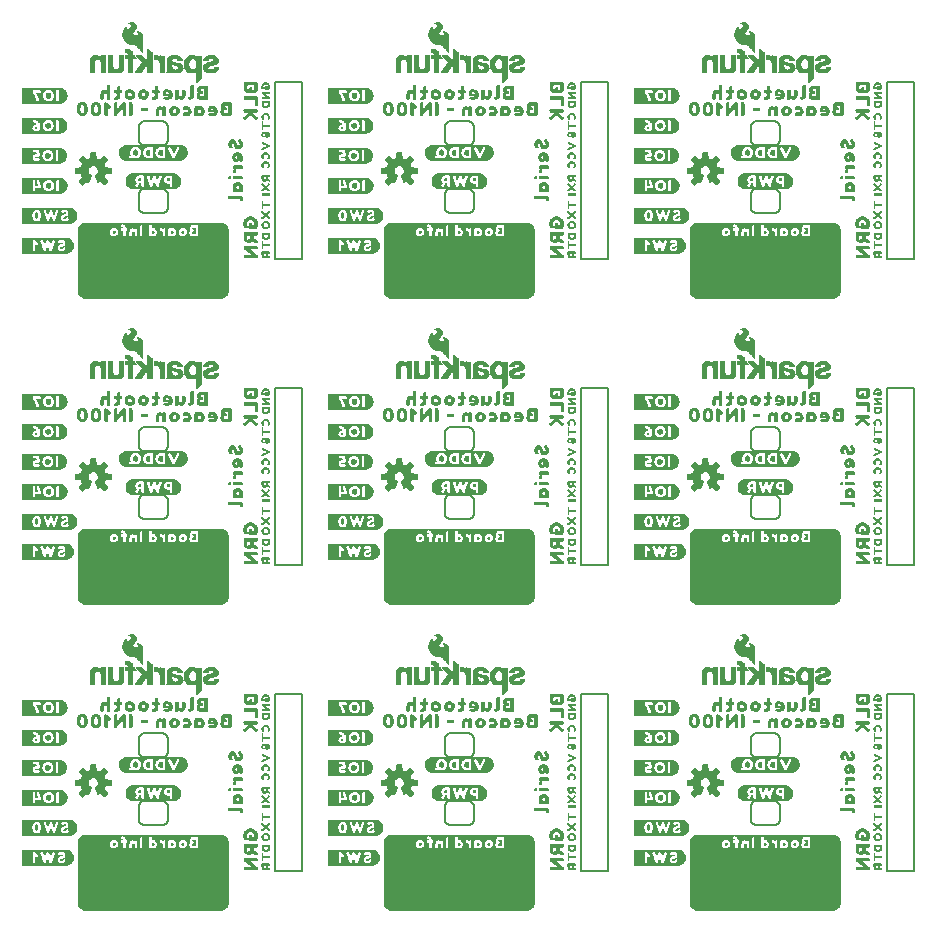
<source format=gbo>
G04 EAGLE Gerber RS-274X export*
G75*
%MOMM*%
%FSLAX34Y34*%
%LPD*%
%INSilkscreen Bottom*%
%IPPOS*%
%AMOC8*
5,1,8,0,0,1.08239X$1,22.5*%
G01*
%ADD10C,0.127000*%
%ADD11C,0.203200*%

G36*
X702333Y536707D02*
X702333Y536707D01*
X702360Y536705D01*
X703599Y536827D01*
X703641Y536840D01*
X703696Y536847D01*
X704887Y537208D01*
X704926Y537229D01*
X704979Y537246D01*
X706077Y537833D01*
X706111Y537861D01*
X706160Y537888D01*
X707122Y538678D01*
X707150Y538712D01*
X707192Y538748D01*
X707982Y539710D01*
X708003Y539749D01*
X708037Y539793D01*
X708624Y540891D01*
X708637Y540933D01*
X708662Y540983D01*
X709023Y542174D01*
X709028Y542218D01*
X709043Y542271D01*
X709165Y543510D01*
X709162Y543534D01*
X709167Y543560D01*
X709167Y594360D01*
X709163Y594383D01*
X709165Y594410D01*
X709043Y595649D01*
X709030Y595691D01*
X709023Y595746D01*
X708662Y596937D01*
X708641Y596976D01*
X708624Y597029D01*
X708037Y598127D01*
X708009Y598161D01*
X707982Y598210D01*
X707192Y599172D01*
X707158Y599200D01*
X707122Y599242D01*
X706160Y600032D01*
X706121Y600053D01*
X706077Y600087D01*
X704979Y600674D01*
X704937Y600687D01*
X704887Y600712D01*
X703696Y601073D01*
X703652Y601078D01*
X703599Y601093D01*
X702360Y601215D01*
X702337Y601212D01*
X702310Y601217D01*
X685800Y601217D01*
X685795Y601216D01*
X685790Y601217D01*
X685754Y601209D01*
X604564Y601209D01*
X604520Y601217D01*
X588010Y601217D01*
X587987Y601213D01*
X587960Y601215D01*
X586721Y601093D01*
X586679Y601080D01*
X586624Y601073D01*
X585433Y600712D01*
X585394Y600691D01*
X585341Y600674D01*
X584243Y600087D01*
X584209Y600059D01*
X584160Y600032D01*
X583198Y599242D01*
X583170Y599208D01*
X583128Y599172D01*
X582338Y598210D01*
X582317Y598171D01*
X582283Y598127D01*
X581696Y597029D01*
X581683Y596987D01*
X581658Y596937D01*
X581297Y595746D01*
X581292Y595702D01*
X581277Y595649D01*
X581155Y594410D01*
X581158Y594387D01*
X581153Y594360D01*
X581153Y543560D01*
X581157Y543537D01*
X581155Y543510D01*
X581277Y542271D01*
X581290Y542229D01*
X581297Y542174D01*
X581658Y540983D01*
X581679Y540944D01*
X581696Y540891D01*
X582283Y539793D01*
X582311Y539759D01*
X582338Y539710D01*
X583128Y538748D01*
X583162Y538720D01*
X583198Y538678D01*
X584160Y537888D01*
X584199Y537867D01*
X584243Y537833D01*
X585341Y537246D01*
X585383Y537233D01*
X585433Y537208D01*
X586624Y536847D01*
X586668Y536842D01*
X586721Y536827D01*
X587960Y536705D01*
X587984Y536708D01*
X588010Y536703D01*
X702310Y536703D01*
X702333Y536707D01*
G37*
G36*
X443253Y536707D02*
X443253Y536707D01*
X443280Y536705D01*
X444519Y536827D01*
X444561Y536840D01*
X444616Y536847D01*
X445807Y537208D01*
X445846Y537229D01*
X445899Y537246D01*
X446997Y537833D01*
X447031Y537861D01*
X447080Y537888D01*
X448042Y538678D01*
X448070Y538712D01*
X448112Y538748D01*
X448902Y539710D01*
X448923Y539749D01*
X448957Y539793D01*
X449544Y540891D01*
X449557Y540933D01*
X449582Y540983D01*
X449943Y542174D01*
X449948Y542218D01*
X449963Y542271D01*
X450085Y543510D01*
X450082Y543534D01*
X450087Y543560D01*
X450087Y594360D01*
X450083Y594383D01*
X450085Y594410D01*
X449963Y595649D01*
X449950Y595691D01*
X449943Y595746D01*
X449582Y596937D01*
X449561Y596976D01*
X449544Y597029D01*
X448957Y598127D01*
X448929Y598161D01*
X448902Y598210D01*
X448112Y599172D01*
X448078Y599200D01*
X448042Y599242D01*
X447080Y600032D01*
X447041Y600053D01*
X446997Y600087D01*
X445899Y600674D01*
X445857Y600687D01*
X445807Y600712D01*
X444616Y601073D01*
X444572Y601078D01*
X444519Y601093D01*
X443280Y601215D01*
X443257Y601212D01*
X443230Y601217D01*
X426720Y601217D01*
X426715Y601216D01*
X426710Y601217D01*
X426674Y601209D01*
X345484Y601209D01*
X345440Y601217D01*
X328930Y601217D01*
X328907Y601213D01*
X328880Y601215D01*
X327641Y601093D01*
X327599Y601080D01*
X327544Y601073D01*
X326353Y600712D01*
X326314Y600691D01*
X326261Y600674D01*
X325163Y600087D01*
X325129Y600059D01*
X325080Y600032D01*
X324118Y599242D01*
X324090Y599208D01*
X324048Y599172D01*
X323258Y598210D01*
X323237Y598171D01*
X323203Y598127D01*
X322616Y597029D01*
X322603Y596987D01*
X322578Y596937D01*
X322217Y595746D01*
X322212Y595702D01*
X322197Y595649D01*
X322075Y594410D01*
X322078Y594387D01*
X322073Y594360D01*
X322073Y543560D01*
X322077Y543537D01*
X322075Y543510D01*
X322197Y542271D01*
X322210Y542229D01*
X322217Y542174D01*
X322578Y540983D01*
X322599Y540944D01*
X322616Y540891D01*
X323203Y539793D01*
X323231Y539759D01*
X323258Y539710D01*
X324048Y538748D01*
X324082Y538720D01*
X324118Y538678D01*
X325080Y537888D01*
X325119Y537867D01*
X325163Y537833D01*
X326261Y537246D01*
X326303Y537233D01*
X326353Y537208D01*
X327544Y536847D01*
X327588Y536842D01*
X327641Y536827D01*
X328880Y536705D01*
X328904Y536708D01*
X328930Y536703D01*
X443230Y536703D01*
X443253Y536707D01*
G37*
G36*
X443253Y18547D02*
X443253Y18547D01*
X443280Y18545D01*
X444519Y18667D01*
X444561Y18680D01*
X444616Y18687D01*
X445807Y19048D01*
X445846Y19069D01*
X445899Y19086D01*
X446997Y19673D01*
X447031Y19701D01*
X447080Y19728D01*
X448042Y20518D01*
X448070Y20552D01*
X448112Y20588D01*
X448902Y21550D01*
X448923Y21589D01*
X448957Y21633D01*
X449544Y22731D01*
X449557Y22773D01*
X449582Y22823D01*
X449943Y24014D01*
X449948Y24058D01*
X449963Y24111D01*
X450085Y25350D01*
X450082Y25374D01*
X450087Y25400D01*
X450087Y76200D01*
X450083Y76223D01*
X450085Y76250D01*
X449963Y77489D01*
X449950Y77531D01*
X449943Y77586D01*
X449582Y78777D01*
X449561Y78816D01*
X449544Y78869D01*
X448957Y79967D01*
X448929Y80001D01*
X448902Y80050D01*
X448112Y81012D01*
X448078Y81040D01*
X448042Y81082D01*
X447080Y81872D01*
X447041Y81893D01*
X446997Y81927D01*
X445899Y82514D01*
X445857Y82527D01*
X445807Y82552D01*
X444616Y82913D01*
X444572Y82918D01*
X444519Y82933D01*
X443280Y83055D01*
X443257Y83052D01*
X443230Y83057D01*
X426720Y83057D01*
X426715Y83056D01*
X426710Y83057D01*
X426674Y83049D01*
X345484Y83049D01*
X345440Y83057D01*
X328930Y83057D01*
X328907Y83053D01*
X328880Y83055D01*
X327641Y82933D01*
X327599Y82920D01*
X327544Y82913D01*
X326353Y82552D01*
X326314Y82531D01*
X326261Y82514D01*
X325163Y81927D01*
X325129Y81899D01*
X325080Y81872D01*
X324118Y81082D01*
X324090Y81048D01*
X324048Y81012D01*
X323258Y80050D01*
X323237Y80011D01*
X323203Y79967D01*
X322616Y78869D01*
X322603Y78827D01*
X322578Y78777D01*
X322217Y77586D01*
X322212Y77542D01*
X322197Y77489D01*
X322075Y76250D01*
X322078Y76227D01*
X322073Y76200D01*
X322073Y25400D01*
X322077Y25377D01*
X322075Y25350D01*
X322197Y24111D01*
X322210Y24069D01*
X322217Y24014D01*
X322578Y22823D01*
X322599Y22784D01*
X322616Y22731D01*
X323203Y21633D01*
X323231Y21599D01*
X323258Y21550D01*
X324048Y20588D01*
X324082Y20560D01*
X324118Y20518D01*
X325080Y19728D01*
X325119Y19707D01*
X325163Y19673D01*
X326261Y19086D01*
X326303Y19073D01*
X326353Y19048D01*
X327544Y18687D01*
X327588Y18682D01*
X327641Y18667D01*
X328880Y18545D01*
X328904Y18548D01*
X328930Y18543D01*
X443230Y18543D01*
X443253Y18547D01*
G37*
G36*
X702333Y18547D02*
X702333Y18547D01*
X702360Y18545D01*
X703599Y18667D01*
X703641Y18680D01*
X703696Y18687D01*
X704887Y19048D01*
X704926Y19069D01*
X704979Y19086D01*
X706077Y19673D01*
X706111Y19701D01*
X706160Y19728D01*
X707122Y20518D01*
X707150Y20552D01*
X707192Y20588D01*
X707982Y21550D01*
X708003Y21589D01*
X708037Y21633D01*
X708624Y22731D01*
X708637Y22773D01*
X708662Y22823D01*
X709023Y24014D01*
X709028Y24058D01*
X709043Y24111D01*
X709165Y25350D01*
X709162Y25374D01*
X709167Y25400D01*
X709167Y76200D01*
X709163Y76223D01*
X709165Y76250D01*
X709043Y77489D01*
X709030Y77531D01*
X709023Y77586D01*
X708662Y78777D01*
X708641Y78816D01*
X708624Y78869D01*
X708037Y79967D01*
X708009Y80001D01*
X707982Y80050D01*
X707192Y81012D01*
X707158Y81040D01*
X707122Y81082D01*
X706160Y81872D01*
X706121Y81893D01*
X706077Y81927D01*
X704979Y82514D01*
X704937Y82527D01*
X704887Y82552D01*
X703696Y82913D01*
X703652Y82918D01*
X703599Y82933D01*
X702360Y83055D01*
X702337Y83052D01*
X702310Y83057D01*
X685800Y83057D01*
X685795Y83056D01*
X685790Y83057D01*
X685754Y83049D01*
X604564Y83049D01*
X604520Y83057D01*
X588010Y83057D01*
X587987Y83053D01*
X587960Y83055D01*
X586721Y82933D01*
X586679Y82920D01*
X586624Y82913D01*
X585433Y82552D01*
X585394Y82531D01*
X585341Y82514D01*
X584243Y81927D01*
X584209Y81899D01*
X584160Y81872D01*
X583198Y81082D01*
X583170Y81048D01*
X583128Y81012D01*
X582338Y80050D01*
X582317Y80011D01*
X582283Y79967D01*
X581696Y78869D01*
X581683Y78827D01*
X581658Y78777D01*
X581297Y77586D01*
X581292Y77542D01*
X581277Y77489D01*
X581155Y76250D01*
X581158Y76227D01*
X581153Y76200D01*
X581153Y25400D01*
X581157Y25377D01*
X581155Y25350D01*
X581277Y24111D01*
X581290Y24069D01*
X581297Y24014D01*
X581658Y22823D01*
X581679Y22784D01*
X581696Y22731D01*
X582283Y21633D01*
X582311Y21599D01*
X582338Y21550D01*
X583128Y20588D01*
X583162Y20560D01*
X583198Y20518D01*
X584160Y19728D01*
X584199Y19707D01*
X584243Y19673D01*
X585341Y19086D01*
X585383Y19073D01*
X585433Y19048D01*
X586624Y18687D01*
X586668Y18682D01*
X586721Y18667D01*
X587960Y18545D01*
X587984Y18548D01*
X588010Y18543D01*
X702310Y18543D01*
X702333Y18547D01*
G37*
G36*
X443253Y277627D02*
X443253Y277627D01*
X443280Y277625D01*
X444519Y277747D01*
X444561Y277760D01*
X444616Y277767D01*
X445807Y278128D01*
X445846Y278149D01*
X445899Y278166D01*
X446997Y278753D01*
X447031Y278781D01*
X447080Y278808D01*
X448042Y279598D01*
X448070Y279632D01*
X448112Y279668D01*
X448902Y280630D01*
X448923Y280669D01*
X448957Y280713D01*
X449544Y281811D01*
X449557Y281853D01*
X449582Y281903D01*
X449943Y283094D01*
X449948Y283138D01*
X449963Y283191D01*
X450085Y284430D01*
X450082Y284454D01*
X450087Y284480D01*
X450087Y335280D01*
X450083Y335303D01*
X450085Y335330D01*
X449963Y336569D01*
X449950Y336611D01*
X449943Y336666D01*
X449582Y337857D01*
X449561Y337896D01*
X449544Y337949D01*
X448957Y339047D01*
X448929Y339081D01*
X448902Y339130D01*
X448112Y340092D01*
X448078Y340120D01*
X448042Y340162D01*
X447080Y340952D01*
X447041Y340973D01*
X446997Y341007D01*
X445899Y341594D01*
X445857Y341607D01*
X445807Y341632D01*
X444616Y341993D01*
X444572Y341998D01*
X444519Y342013D01*
X443280Y342135D01*
X443257Y342132D01*
X443230Y342137D01*
X426720Y342137D01*
X426715Y342136D01*
X426710Y342137D01*
X426674Y342129D01*
X345484Y342129D01*
X345440Y342137D01*
X328930Y342137D01*
X328907Y342133D01*
X328880Y342135D01*
X327641Y342013D01*
X327599Y342000D01*
X327544Y341993D01*
X326353Y341632D01*
X326314Y341611D01*
X326261Y341594D01*
X325163Y341007D01*
X325129Y340979D01*
X325080Y340952D01*
X324118Y340162D01*
X324090Y340128D01*
X324048Y340092D01*
X323258Y339130D01*
X323237Y339091D01*
X323203Y339047D01*
X322616Y337949D01*
X322603Y337907D01*
X322578Y337857D01*
X322217Y336666D01*
X322212Y336622D01*
X322197Y336569D01*
X322075Y335330D01*
X322078Y335307D01*
X322073Y335280D01*
X322073Y284480D01*
X322077Y284457D01*
X322075Y284430D01*
X322197Y283191D01*
X322210Y283149D01*
X322217Y283094D01*
X322578Y281903D01*
X322599Y281864D01*
X322616Y281811D01*
X323203Y280713D01*
X323231Y280679D01*
X323258Y280630D01*
X324048Y279668D01*
X324082Y279640D01*
X324118Y279598D01*
X325080Y278808D01*
X325119Y278787D01*
X325163Y278753D01*
X326261Y278166D01*
X326303Y278153D01*
X326353Y278128D01*
X327544Y277767D01*
X327588Y277762D01*
X327641Y277747D01*
X328880Y277625D01*
X328904Y277628D01*
X328930Y277623D01*
X443230Y277623D01*
X443253Y277627D01*
G37*
G36*
X184173Y277627D02*
X184173Y277627D01*
X184200Y277625D01*
X185439Y277747D01*
X185481Y277760D01*
X185536Y277767D01*
X186727Y278128D01*
X186766Y278149D01*
X186819Y278166D01*
X187917Y278753D01*
X187951Y278781D01*
X188000Y278808D01*
X188962Y279598D01*
X188990Y279632D01*
X189032Y279668D01*
X189822Y280630D01*
X189843Y280669D01*
X189877Y280713D01*
X190464Y281811D01*
X190477Y281853D01*
X190502Y281903D01*
X190863Y283094D01*
X190868Y283138D01*
X190883Y283191D01*
X191005Y284430D01*
X191002Y284454D01*
X191007Y284480D01*
X191007Y335280D01*
X191003Y335303D01*
X191005Y335330D01*
X190883Y336569D01*
X190870Y336611D01*
X190863Y336666D01*
X190502Y337857D01*
X190481Y337896D01*
X190464Y337949D01*
X189877Y339047D01*
X189849Y339081D01*
X189822Y339130D01*
X189032Y340092D01*
X188998Y340120D01*
X188962Y340162D01*
X188000Y340952D01*
X187961Y340973D01*
X187917Y341007D01*
X186819Y341594D01*
X186777Y341607D01*
X186727Y341632D01*
X185536Y341993D01*
X185492Y341998D01*
X185439Y342013D01*
X184200Y342135D01*
X184177Y342132D01*
X184150Y342137D01*
X167640Y342137D01*
X167635Y342136D01*
X167630Y342137D01*
X167594Y342129D01*
X86404Y342129D01*
X86360Y342137D01*
X69850Y342137D01*
X69827Y342133D01*
X69800Y342135D01*
X68561Y342013D01*
X68519Y342000D01*
X68464Y341993D01*
X67273Y341632D01*
X67234Y341611D01*
X67181Y341594D01*
X66083Y341007D01*
X66049Y340979D01*
X66000Y340952D01*
X65038Y340162D01*
X65010Y340128D01*
X64968Y340092D01*
X64178Y339130D01*
X64157Y339091D01*
X64123Y339047D01*
X63536Y337949D01*
X63523Y337907D01*
X63498Y337857D01*
X63137Y336666D01*
X63132Y336622D01*
X63117Y336569D01*
X62995Y335330D01*
X62998Y335307D01*
X62993Y335280D01*
X62993Y284480D01*
X62997Y284457D01*
X62995Y284430D01*
X63117Y283191D01*
X63130Y283149D01*
X63137Y283094D01*
X63498Y281903D01*
X63519Y281864D01*
X63536Y281811D01*
X64123Y280713D01*
X64151Y280679D01*
X64178Y280630D01*
X64968Y279668D01*
X65002Y279640D01*
X65038Y279598D01*
X66000Y278808D01*
X66039Y278787D01*
X66083Y278753D01*
X67181Y278166D01*
X67223Y278153D01*
X67273Y278128D01*
X68464Y277767D01*
X68508Y277762D01*
X68561Y277747D01*
X69800Y277625D01*
X69824Y277628D01*
X69850Y277623D01*
X184150Y277623D01*
X184173Y277627D01*
G37*
G36*
X702333Y277627D02*
X702333Y277627D01*
X702360Y277625D01*
X703599Y277747D01*
X703641Y277760D01*
X703696Y277767D01*
X704887Y278128D01*
X704926Y278149D01*
X704979Y278166D01*
X706077Y278753D01*
X706111Y278781D01*
X706160Y278808D01*
X707122Y279598D01*
X707150Y279632D01*
X707192Y279668D01*
X707982Y280630D01*
X708003Y280669D01*
X708037Y280713D01*
X708624Y281811D01*
X708637Y281853D01*
X708662Y281903D01*
X709023Y283094D01*
X709028Y283138D01*
X709043Y283191D01*
X709165Y284430D01*
X709162Y284454D01*
X709167Y284480D01*
X709167Y335280D01*
X709163Y335303D01*
X709165Y335330D01*
X709043Y336569D01*
X709030Y336611D01*
X709023Y336666D01*
X708662Y337857D01*
X708641Y337896D01*
X708624Y337949D01*
X708037Y339047D01*
X708009Y339081D01*
X707982Y339130D01*
X707192Y340092D01*
X707158Y340120D01*
X707122Y340162D01*
X706160Y340952D01*
X706121Y340973D01*
X706077Y341007D01*
X704979Y341594D01*
X704937Y341607D01*
X704887Y341632D01*
X703696Y341993D01*
X703652Y341998D01*
X703599Y342013D01*
X702360Y342135D01*
X702337Y342132D01*
X702310Y342137D01*
X685800Y342137D01*
X685795Y342136D01*
X685790Y342137D01*
X685754Y342129D01*
X604564Y342129D01*
X604520Y342137D01*
X588010Y342137D01*
X587987Y342133D01*
X587960Y342135D01*
X586721Y342013D01*
X586679Y342000D01*
X586624Y341993D01*
X585433Y341632D01*
X585394Y341611D01*
X585341Y341594D01*
X584243Y341007D01*
X584209Y340979D01*
X584160Y340952D01*
X583198Y340162D01*
X583170Y340128D01*
X583128Y340092D01*
X582338Y339130D01*
X582317Y339091D01*
X582283Y339047D01*
X581696Y337949D01*
X581683Y337907D01*
X581658Y337857D01*
X581297Y336666D01*
X581292Y336622D01*
X581277Y336569D01*
X581155Y335330D01*
X581158Y335307D01*
X581153Y335280D01*
X581153Y284480D01*
X581157Y284457D01*
X581155Y284430D01*
X581277Y283191D01*
X581290Y283149D01*
X581297Y283094D01*
X581658Y281903D01*
X581679Y281864D01*
X581696Y281811D01*
X582283Y280713D01*
X582311Y280679D01*
X582338Y280630D01*
X583128Y279668D01*
X583162Y279640D01*
X583198Y279598D01*
X584160Y278808D01*
X584199Y278787D01*
X584243Y278753D01*
X585341Y278166D01*
X585383Y278153D01*
X585433Y278128D01*
X586624Y277767D01*
X586668Y277762D01*
X586721Y277747D01*
X587960Y277625D01*
X587984Y277628D01*
X588010Y277623D01*
X702310Y277623D01*
X702333Y277627D01*
G37*
G36*
X184173Y536707D02*
X184173Y536707D01*
X184200Y536705D01*
X185439Y536827D01*
X185481Y536840D01*
X185536Y536847D01*
X186727Y537208D01*
X186766Y537229D01*
X186819Y537246D01*
X187917Y537833D01*
X187951Y537861D01*
X188000Y537888D01*
X188962Y538678D01*
X188990Y538712D01*
X189032Y538748D01*
X189822Y539710D01*
X189843Y539749D01*
X189877Y539793D01*
X190464Y540891D01*
X190477Y540933D01*
X190502Y540983D01*
X190863Y542174D01*
X190868Y542218D01*
X190883Y542271D01*
X191005Y543510D01*
X191002Y543534D01*
X191007Y543560D01*
X191007Y594360D01*
X191003Y594383D01*
X191005Y594410D01*
X190883Y595649D01*
X190870Y595691D01*
X190863Y595746D01*
X190502Y596937D01*
X190481Y596976D01*
X190464Y597029D01*
X189877Y598127D01*
X189849Y598161D01*
X189822Y598210D01*
X189032Y599172D01*
X188998Y599200D01*
X188962Y599242D01*
X188000Y600032D01*
X187961Y600053D01*
X187917Y600087D01*
X186819Y600674D01*
X186777Y600687D01*
X186727Y600712D01*
X185536Y601073D01*
X185492Y601078D01*
X185439Y601093D01*
X184200Y601215D01*
X184177Y601212D01*
X184150Y601217D01*
X167640Y601217D01*
X167635Y601216D01*
X167630Y601217D01*
X167594Y601209D01*
X86404Y601209D01*
X86360Y601217D01*
X69850Y601217D01*
X69827Y601213D01*
X69800Y601215D01*
X68561Y601093D01*
X68519Y601080D01*
X68464Y601073D01*
X67273Y600712D01*
X67234Y600691D01*
X67181Y600674D01*
X66083Y600087D01*
X66049Y600059D01*
X66000Y600032D01*
X65038Y599242D01*
X65010Y599208D01*
X64968Y599172D01*
X64178Y598210D01*
X64157Y598171D01*
X64123Y598127D01*
X63536Y597029D01*
X63523Y596987D01*
X63498Y596937D01*
X63137Y595746D01*
X63132Y595702D01*
X63117Y595649D01*
X62995Y594410D01*
X62998Y594387D01*
X62993Y594360D01*
X62993Y543560D01*
X62997Y543537D01*
X62995Y543510D01*
X63117Y542271D01*
X63130Y542229D01*
X63137Y542174D01*
X63498Y540983D01*
X63519Y540944D01*
X63536Y540891D01*
X64123Y539793D01*
X64151Y539759D01*
X64178Y539710D01*
X64968Y538748D01*
X65002Y538720D01*
X65038Y538678D01*
X66000Y537888D01*
X66039Y537867D01*
X66083Y537833D01*
X67181Y537246D01*
X67223Y537233D01*
X67273Y537208D01*
X68464Y536847D01*
X68508Y536842D01*
X68561Y536827D01*
X69800Y536705D01*
X69824Y536708D01*
X69850Y536703D01*
X184150Y536703D01*
X184173Y536707D01*
G37*
G36*
X184173Y18547D02*
X184173Y18547D01*
X184200Y18545D01*
X185439Y18667D01*
X185481Y18680D01*
X185536Y18687D01*
X186727Y19048D01*
X186766Y19069D01*
X186819Y19086D01*
X187917Y19673D01*
X187951Y19701D01*
X188000Y19728D01*
X188962Y20518D01*
X188990Y20552D01*
X189032Y20588D01*
X189822Y21550D01*
X189843Y21589D01*
X189877Y21633D01*
X190464Y22731D01*
X190477Y22773D01*
X190502Y22823D01*
X190863Y24014D01*
X190868Y24058D01*
X190883Y24111D01*
X191005Y25350D01*
X191002Y25374D01*
X191007Y25400D01*
X191007Y76200D01*
X191003Y76223D01*
X191005Y76250D01*
X190883Y77489D01*
X190870Y77531D01*
X190863Y77586D01*
X190502Y78777D01*
X190481Y78816D01*
X190464Y78869D01*
X189877Y79967D01*
X189849Y80001D01*
X189822Y80050D01*
X189032Y81012D01*
X188998Y81040D01*
X188962Y81082D01*
X188000Y81872D01*
X187961Y81893D01*
X187917Y81927D01*
X186819Y82514D01*
X186777Y82527D01*
X186727Y82552D01*
X185536Y82913D01*
X185492Y82918D01*
X185439Y82933D01*
X184200Y83055D01*
X184177Y83052D01*
X184150Y83057D01*
X167640Y83057D01*
X167635Y83056D01*
X167630Y83057D01*
X167594Y83049D01*
X86404Y83049D01*
X86360Y83057D01*
X69850Y83057D01*
X69827Y83053D01*
X69800Y83055D01*
X68561Y82933D01*
X68519Y82920D01*
X68464Y82913D01*
X67273Y82552D01*
X67234Y82531D01*
X67181Y82514D01*
X66083Y81927D01*
X66049Y81899D01*
X66000Y81872D01*
X65038Y81082D01*
X65010Y81048D01*
X64968Y81012D01*
X64178Y80050D01*
X64157Y80011D01*
X64123Y79967D01*
X63536Y78869D01*
X63523Y78827D01*
X63498Y78777D01*
X63137Y77586D01*
X63132Y77542D01*
X63117Y77489D01*
X62995Y76250D01*
X62998Y76227D01*
X62993Y76200D01*
X62993Y25400D01*
X62997Y25377D01*
X62995Y25350D01*
X63117Y24111D01*
X63130Y24069D01*
X63137Y24014D01*
X63498Y22823D01*
X63519Y22784D01*
X63536Y22731D01*
X64123Y21633D01*
X64151Y21599D01*
X64178Y21550D01*
X64968Y20588D01*
X65002Y20560D01*
X65038Y20518D01*
X66000Y19728D01*
X66039Y19707D01*
X66083Y19673D01*
X67181Y19086D01*
X67223Y19073D01*
X67273Y19048D01*
X68464Y18687D01*
X68508Y18682D01*
X68561Y18667D01*
X69800Y18545D01*
X69824Y18548D01*
X69850Y18543D01*
X184150Y18543D01*
X184173Y18547D01*
G37*
G36*
X408284Y135394D02*
X408284Y135394D01*
X408287Y135391D01*
X408983Y135491D01*
X409680Y135491D01*
X409689Y135498D01*
X409696Y135493D01*
X410295Y135693D01*
X410994Y135893D01*
X410998Y135898D01*
X411002Y135896D01*
X411602Y136196D01*
X411604Y136200D01*
X411607Y136199D01*
X412207Y136599D01*
X412208Y136602D01*
X412211Y136602D01*
X413211Y137402D01*
X413212Y137406D01*
X413215Y137405D01*
X413715Y137905D01*
X413716Y137912D01*
X413721Y137913D01*
X414121Y138513D01*
X414121Y138517D01*
X414124Y138518D01*
X414724Y139718D01*
X414723Y139723D01*
X414727Y139724D01*
X414927Y140324D01*
X414926Y140326D01*
X414927Y140326D01*
X414963Y140450D01*
X414977Y140499D01*
X415019Y140647D01*
X415061Y140795D01*
X415075Y140844D01*
X415117Y140992D01*
X415118Y140992D01*
X415117Y140992D01*
X415127Y141026D01*
X415126Y141030D01*
X415129Y141032D01*
X415229Y141632D01*
X415226Y141637D01*
X415229Y141640D01*
X415229Y142340D01*
X415226Y142344D01*
X415229Y142347D01*
X415029Y143747D01*
X415028Y143748D01*
X415029Y143748D01*
X414929Y144348D01*
X414921Y144355D01*
X414924Y144362D01*
X414324Y145562D01*
X414320Y145564D01*
X414321Y145567D01*
X413521Y146767D01*
X413514Y146770D01*
X413515Y146775D01*
X413115Y147175D01*
X413111Y147175D01*
X413112Y147178D01*
X412512Y147678D01*
X412511Y147678D01*
X412011Y148078D01*
X412003Y148079D01*
X412002Y148084D01*
X410802Y148684D01*
X410795Y148683D01*
X410794Y148687D01*
X410094Y148887D01*
X410090Y148886D01*
X410088Y148889D01*
X409488Y148989D01*
X409487Y148988D01*
X409487Y148989D01*
X408787Y149089D01*
X408782Y149086D01*
X408780Y149089D01*
X363680Y149089D01*
X363676Y149086D01*
X363673Y149089D01*
X362273Y148889D01*
X362270Y148885D01*
X362268Y148885D01*
X362267Y148885D01*
X362264Y148887D01*
X361064Y148487D01*
X361061Y148482D01*
X361058Y148484D01*
X360458Y148184D01*
X360456Y148180D01*
X360453Y148181D01*
X359253Y147381D01*
X359250Y147374D01*
X359245Y147375D01*
X358845Y146975D01*
X358845Y146971D01*
X358842Y146972D01*
X358342Y146372D01*
X358342Y146371D01*
X357942Y145871D01*
X357941Y145863D01*
X357936Y145862D01*
X357336Y144662D01*
X357337Y144655D01*
X357333Y144654D01*
X357321Y144614D01*
X357307Y144565D01*
X357265Y144417D01*
X357223Y144269D01*
X357209Y144220D01*
X357167Y144072D01*
X357133Y143954D01*
X357134Y143950D01*
X357131Y143948D01*
X357031Y143348D01*
X357032Y143347D01*
X357031Y143347D01*
X356931Y142647D01*
X356933Y142644D01*
X356934Y142642D01*
X356931Y142640D01*
X356931Y141940D01*
X356934Y141936D01*
X356931Y141933D01*
X357031Y141233D01*
X357032Y141232D01*
X357031Y141232D01*
X357131Y140632D01*
X357135Y140629D01*
X357133Y140626D01*
X357333Y139926D01*
X357338Y139922D01*
X357336Y139918D01*
X357936Y138718D01*
X357940Y138716D01*
X357939Y138713D01*
X358339Y138113D01*
X358342Y138112D01*
X358342Y138109D01*
X358742Y137609D01*
X358746Y137608D01*
X358745Y137605D01*
X359245Y137105D01*
X359249Y137105D01*
X359249Y137102D01*
X359749Y136702D01*
X359753Y136701D01*
X359753Y136699D01*
X360353Y136299D01*
X360357Y136299D01*
X360358Y136296D01*
X360958Y135996D01*
X360963Y135997D01*
X360964Y135993D01*
X361564Y135793D01*
X361566Y135794D01*
X361566Y135793D01*
X362266Y135593D01*
X362270Y135594D01*
X362272Y135591D01*
X362872Y135491D01*
X362873Y135492D01*
X362873Y135491D01*
X363573Y135391D01*
X363578Y135394D01*
X363580Y135391D01*
X408280Y135391D01*
X408284Y135394D01*
G37*
G36*
X667364Y394474D02*
X667364Y394474D01*
X667367Y394471D01*
X668063Y394571D01*
X668760Y394571D01*
X668769Y394578D01*
X668776Y394573D01*
X669375Y394773D01*
X670074Y394973D01*
X670078Y394978D01*
X670082Y394976D01*
X670682Y395276D01*
X670684Y395280D01*
X670687Y395279D01*
X671287Y395679D01*
X671288Y395682D01*
X671291Y395682D01*
X672291Y396482D01*
X672292Y396486D01*
X672295Y396485D01*
X672795Y396985D01*
X672796Y396992D01*
X672801Y396993D01*
X673201Y397593D01*
X673201Y397597D01*
X673204Y397598D01*
X673804Y398798D01*
X673803Y398803D01*
X673807Y398804D01*
X674007Y399404D01*
X674006Y399406D01*
X674007Y399406D01*
X674043Y399530D01*
X674057Y399579D01*
X674099Y399727D01*
X674141Y399875D01*
X674155Y399924D01*
X674197Y400072D01*
X674198Y400072D01*
X674197Y400072D01*
X674207Y400106D01*
X674206Y400110D01*
X674209Y400112D01*
X674309Y400712D01*
X674306Y400717D01*
X674309Y400720D01*
X674309Y401420D01*
X674306Y401424D01*
X674309Y401427D01*
X674109Y402827D01*
X674108Y402828D01*
X674109Y402828D01*
X674009Y403428D01*
X674001Y403435D01*
X674004Y403442D01*
X673404Y404642D01*
X673400Y404644D01*
X673401Y404647D01*
X672601Y405847D01*
X672594Y405850D01*
X672595Y405855D01*
X672195Y406255D01*
X672191Y406255D01*
X672192Y406258D01*
X671592Y406758D01*
X671591Y406758D01*
X671091Y407158D01*
X671083Y407159D01*
X671082Y407164D01*
X669882Y407764D01*
X669875Y407763D01*
X669874Y407767D01*
X669174Y407967D01*
X669170Y407966D01*
X669168Y407969D01*
X668568Y408069D01*
X668567Y408068D01*
X668567Y408069D01*
X667867Y408169D01*
X667862Y408166D01*
X667860Y408169D01*
X622760Y408169D01*
X622756Y408166D01*
X622753Y408169D01*
X621353Y407969D01*
X621350Y407965D01*
X621348Y407965D01*
X621347Y407965D01*
X621344Y407967D01*
X620144Y407567D01*
X620141Y407562D01*
X620138Y407564D01*
X619538Y407264D01*
X619536Y407260D01*
X619533Y407261D01*
X618333Y406461D01*
X618330Y406454D01*
X618325Y406455D01*
X617925Y406055D01*
X617925Y406051D01*
X617922Y406052D01*
X617422Y405452D01*
X617422Y405451D01*
X617022Y404951D01*
X617021Y404943D01*
X617016Y404942D01*
X616416Y403742D01*
X616417Y403735D01*
X616413Y403734D01*
X616401Y403694D01*
X616387Y403645D01*
X616345Y403497D01*
X616303Y403349D01*
X616289Y403300D01*
X616247Y403152D01*
X616213Y403034D01*
X616214Y403030D01*
X616211Y403028D01*
X616111Y402428D01*
X616112Y402427D01*
X616111Y402427D01*
X616011Y401727D01*
X616013Y401724D01*
X616014Y401722D01*
X616011Y401720D01*
X616011Y401020D01*
X616014Y401016D01*
X616011Y401013D01*
X616111Y400313D01*
X616112Y400312D01*
X616111Y400312D01*
X616211Y399712D01*
X616215Y399709D01*
X616213Y399706D01*
X616413Y399006D01*
X616418Y399002D01*
X616416Y398998D01*
X617016Y397798D01*
X617020Y397796D01*
X617019Y397793D01*
X617419Y397193D01*
X617422Y397192D01*
X617422Y397189D01*
X617822Y396689D01*
X617826Y396688D01*
X617825Y396685D01*
X618325Y396185D01*
X618329Y396185D01*
X618329Y396182D01*
X618829Y395782D01*
X618833Y395781D01*
X618833Y395779D01*
X619433Y395379D01*
X619437Y395379D01*
X619438Y395376D01*
X620038Y395076D01*
X620043Y395077D01*
X620044Y395073D01*
X620644Y394873D01*
X620646Y394874D01*
X620646Y394873D01*
X621346Y394673D01*
X621350Y394674D01*
X621352Y394671D01*
X621952Y394571D01*
X621953Y394572D01*
X621953Y394571D01*
X622653Y394471D01*
X622658Y394474D01*
X622660Y394471D01*
X667360Y394471D01*
X667364Y394474D01*
G37*
G36*
X408284Y653554D02*
X408284Y653554D01*
X408287Y653551D01*
X408983Y653651D01*
X409680Y653651D01*
X409689Y653658D01*
X409696Y653653D01*
X410295Y653853D01*
X410994Y654053D01*
X410998Y654058D01*
X411002Y654056D01*
X411602Y654356D01*
X411604Y654360D01*
X411607Y654359D01*
X412207Y654759D01*
X412208Y654762D01*
X412211Y654762D01*
X413211Y655562D01*
X413212Y655566D01*
X413215Y655565D01*
X413715Y656065D01*
X413716Y656072D01*
X413721Y656073D01*
X414121Y656673D01*
X414121Y656677D01*
X414124Y656678D01*
X414724Y657878D01*
X414723Y657883D01*
X414727Y657884D01*
X414927Y658484D01*
X414926Y658486D01*
X414927Y658486D01*
X414963Y658610D01*
X414977Y658659D01*
X415019Y658807D01*
X415061Y658955D01*
X415075Y659004D01*
X415117Y659152D01*
X415118Y659152D01*
X415117Y659152D01*
X415127Y659186D01*
X415126Y659190D01*
X415129Y659192D01*
X415229Y659792D01*
X415226Y659797D01*
X415229Y659800D01*
X415229Y660500D01*
X415226Y660504D01*
X415229Y660507D01*
X415029Y661907D01*
X415028Y661908D01*
X415029Y661908D01*
X414929Y662508D01*
X414921Y662515D01*
X414924Y662522D01*
X414324Y663722D01*
X414320Y663724D01*
X414321Y663727D01*
X413521Y664927D01*
X413514Y664930D01*
X413515Y664935D01*
X413115Y665335D01*
X413111Y665335D01*
X413112Y665338D01*
X412512Y665838D01*
X412511Y665838D01*
X412011Y666238D01*
X412003Y666239D01*
X412002Y666244D01*
X410802Y666844D01*
X410795Y666843D01*
X410794Y666847D01*
X410094Y667047D01*
X410090Y667046D01*
X410088Y667049D01*
X409488Y667149D01*
X409487Y667148D01*
X409487Y667149D01*
X408787Y667249D01*
X408782Y667246D01*
X408780Y667249D01*
X363680Y667249D01*
X363676Y667246D01*
X363673Y667249D01*
X362273Y667049D01*
X362270Y667045D01*
X362268Y667045D01*
X362267Y667045D01*
X362264Y667047D01*
X361064Y666647D01*
X361061Y666642D01*
X361058Y666644D01*
X360458Y666344D01*
X360456Y666340D01*
X360453Y666341D01*
X359253Y665541D01*
X359250Y665534D01*
X359245Y665535D01*
X358845Y665135D01*
X358845Y665131D01*
X358842Y665132D01*
X358342Y664532D01*
X358342Y664531D01*
X357942Y664031D01*
X357941Y664023D01*
X357936Y664022D01*
X357336Y662822D01*
X357337Y662815D01*
X357333Y662814D01*
X357321Y662774D01*
X357307Y662725D01*
X357265Y662577D01*
X357223Y662429D01*
X357209Y662380D01*
X357167Y662232D01*
X357133Y662114D01*
X357134Y662110D01*
X357131Y662108D01*
X357031Y661508D01*
X357032Y661507D01*
X357031Y661507D01*
X356931Y660807D01*
X356933Y660804D01*
X356934Y660802D01*
X356931Y660800D01*
X356931Y660100D01*
X356934Y660096D01*
X356931Y660093D01*
X357031Y659393D01*
X357032Y659392D01*
X357031Y659392D01*
X357131Y658792D01*
X357135Y658789D01*
X357133Y658786D01*
X357333Y658086D01*
X357338Y658082D01*
X357336Y658078D01*
X357936Y656878D01*
X357940Y656876D01*
X357939Y656873D01*
X358339Y656273D01*
X358342Y656272D01*
X358342Y656269D01*
X358742Y655769D01*
X358746Y655768D01*
X358745Y655765D01*
X359245Y655265D01*
X359249Y655265D01*
X359249Y655262D01*
X359749Y654862D01*
X359753Y654861D01*
X359753Y654859D01*
X360353Y654459D01*
X360357Y654459D01*
X360358Y654456D01*
X360958Y654156D01*
X360963Y654157D01*
X360964Y654153D01*
X361564Y653953D01*
X361566Y653954D01*
X361566Y653953D01*
X362266Y653753D01*
X362270Y653754D01*
X362272Y653751D01*
X362872Y653651D01*
X362873Y653652D01*
X362873Y653651D01*
X363573Y653551D01*
X363578Y653554D01*
X363580Y653551D01*
X408280Y653551D01*
X408284Y653554D01*
G37*
G36*
X667364Y653554D02*
X667364Y653554D01*
X667367Y653551D01*
X668063Y653651D01*
X668760Y653651D01*
X668769Y653658D01*
X668776Y653653D01*
X669375Y653853D01*
X670074Y654053D01*
X670078Y654058D01*
X670082Y654056D01*
X670682Y654356D01*
X670684Y654360D01*
X670687Y654359D01*
X671287Y654759D01*
X671288Y654762D01*
X671291Y654762D01*
X672291Y655562D01*
X672292Y655566D01*
X672295Y655565D01*
X672795Y656065D01*
X672796Y656072D01*
X672801Y656073D01*
X673201Y656673D01*
X673201Y656677D01*
X673204Y656678D01*
X673804Y657878D01*
X673803Y657883D01*
X673807Y657884D01*
X674007Y658484D01*
X674006Y658486D01*
X674007Y658486D01*
X674043Y658610D01*
X674057Y658659D01*
X674099Y658807D01*
X674141Y658955D01*
X674155Y659004D01*
X674197Y659152D01*
X674198Y659152D01*
X674197Y659152D01*
X674207Y659186D01*
X674206Y659190D01*
X674209Y659192D01*
X674309Y659792D01*
X674306Y659797D01*
X674309Y659800D01*
X674309Y660500D01*
X674306Y660504D01*
X674309Y660507D01*
X674109Y661907D01*
X674108Y661908D01*
X674109Y661908D01*
X674009Y662508D01*
X674001Y662515D01*
X674004Y662522D01*
X673404Y663722D01*
X673400Y663724D01*
X673401Y663727D01*
X672601Y664927D01*
X672594Y664930D01*
X672595Y664935D01*
X672195Y665335D01*
X672191Y665335D01*
X672192Y665338D01*
X671592Y665838D01*
X671591Y665838D01*
X671091Y666238D01*
X671083Y666239D01*
X671082Y666244D01*
X669882Y666844D01*
X669875Y666843D01*
X669874Y666847D01*
X669174Y667047D01*
X669170Y667046D01*
X669168Y667049D01*
X668568Y667149D01*
X668567Y667148D01*
X668567Y667149D01*
X667867Y667249D01*
X667862Y667246D01*
X667860Y667249D01*
X622760Y667249D01*
X622756Y667246D01*
X622753Y667249D01*
X621353Y667049D01*
X621350Y667045D01*
X621348Y667045D01*
X621347Y667045D01*
X621344Y667047D01*
X620144Y666647D01*
X620141Y666642D01*
X620138Y666644D01*
X619538Y666344D01*
X619536Y666340D01*
X619533Y666341D01*
X618333Y665541D01*
X618330Y665534D01*
X618325Y665535D01*
X617925Y665135D01*
X617925Y665131D01*
X617922Y665132D01*
X617422Y664532D01*
X617422Y664531D01*
X617022Y664031D01*
X617021Y664023D01*
X617016Y664022D01*
X616416Y662822D01*
X616417Y662815D01*
X616413Y662814D01*
X616401Y662774D01*
X616387Y662725D01*
X616345Y662577D01*
X616303Y662429D01*
X616289Y662380D01*
X616247Y662232D01*
X616213Y662114D01*
X616214Y662110D01*
X616211Y662108D01*
X616111Y661508D01*
X616112Y661507D01*
X616111Y661507D01*
X616011Y660807D01*
X616013Y660804D01*
X616014Y660802D01*
X616011Y660800D01*
X616011Y660100D01*
X616014Y660096D01*
X616011Y660093D01*
X616111Y659393D01*
X616112Y659392D01*
X616111Y659392D01*
X616211Y658792D01*
X616215Y658789D01*
X616213Y658786D01*
X616413Y658086D01*
X616418Y658082D01*
X616416Y658078D01*
X617016Y656878D01*
X617020Y656876D01*
X617019Y656873D01*
X617419Y656273D01*
X617422Y656272D01*
X617422Y656269D01*
X617822Y655769D01*
X617826Y655768D01*
X617825Y655765D01*
X618325Y655265D01*
X618329Y655265D01*
X618329Y655262D01*
X618829Y654862D01*
X618833Y654861D01*
X618833Y654859D01*
X619433Y654459D01*
X619437Y654459D01*
X619438Y654456D01*
X620038Y654156D01*
X620043Y654157D01*
X620044Y654153D01*
X620644Y653953D01*
X620646Y653954D01*
X620646Y653953D01*
X621346Y653753D01*
X621350Y653754D01*
X621352Y653751D01*
X621952Y653651D01*
X621953Y653652D01*
X621953Y653651D01*
X622653Y653551D01*
X622658Y653554D01*
X622660Y653551D01*
X667360Y653551D01*
X667364Y653554D01*
G37*
G36*
X149204Y394474D02*
X149204Y394474D01*
X149207Y394471D01*
X149903Y394571D01*
X150600Y394571D01*
X150609Y394578D01*
X150616Y394573D01*
X151215Y394773D01*
X151914Y394973D01*
X151918Y394978D01*
X151922Y394976D01*
X152522Y395276D01*
X152524Y395280D01*
X152527Y395279D01*
X153127Y395679D01*
X153128Y395682D01*
X153131Y395682D01*
X154131Y396482D01*
X154132Y396486D01*
X154135Y396485D01*
X154635Y396985D01*
X154636Y396992D01*
X154641Y396993D01*
X155041Y397593D01*
X155041Y397597D01*
X155044Y397598D01*
X155644Y398798D01*
X155643Y398803D01*
X155647Y398804D01*
X155847Y399404D01*
X155846Y399406D01*
X155847Y399406D01*
X155883Y399530D01*
X155897Y399579D01*
X155939Y399727D01*
X155981Y399875D01*
X155995Y399924D01*
X156037Y400072D01*
X156038Y400072D01*
X156037Y400072D01*
X156047Y400106D01*
X156046Y400110D01*
X156049Y400112D01*
X156149Y400712D01*
X156146Y400717D01*
X156149Y400720D01*
X156149Y401420D01*
X156146Y401424D01*
X156149Y401427D01*
X155949Y402827D01*
X155948Y402828D01*
X155949Y402828D01*
X155849Y403428D01*
X155841Y403435D01*
X155844Y403442D01*
X155244Y404642D01*
X155240Y404644D01*
X155241Y404647D01*
X154441Y405847D01*
X154434Y405850D01*
X154435Y405855D01*
X154035Y406255D01*
X154031Y406255D01*
X154032Y406258D01*
X153432Y406758D01*
X153431Y406758D01*
X152931Y407158D01*
X152923Y407159D01*
X152922Y407164D01*
X151722Y407764D01*
X151715Y407763D01*
X151714Y407767D01*
X151014Y407967D01*
X151010Y407966D01*
X151008Y407969D01*
X150408Y408069D01*
X150407Y408068D01*
X150407Y408069D01*
X149707Y408169D01*
X149702Y408166D01*
X149700Y408169D01*
X104600Y408169D01*
X104596Y408166D01*
X104593Y408169D01*
X103193Y407969D01*
X103190Y407965D01*
X103188Y407965D01*
X103187Y407965D01*
X103184Y407967D01*
X101984Y407567D01*
X101981Y407562D01*
X101978Y407564D01*
X101378Y407264D01*
X101376Y407260D01*
X101373Y407261D01*
X100173Y406461D01*
X100170Y406454D01*
X100165Y406455D01*
X99765Y406055D01*
X99765Y406051D01*
X99762Y406052D01*
X99262Y405452D01*
X99262Y405451D01*
X98862Y404951D01*
X98861Y404943D01*
X98856Y404942D01*
X98256Y403742D01*
X98257Y403735D01*
X98253Y403734D01*
X98241Y403694D01*
X98227Y403645D01*
X98185Y403497D01*
X98143Y403349D01*
X98129Y403300D01*
X98087Y403152D01*
X98053Y403034D01*
X98054Y403030D01*
X98051Y403028D01*
X97951Y402428D01*
X97952Y402427D01*
X97951Y402427D01*
X97851Y401727D01*
X97853Y401724D01*
X97854Y401722D01*
X97851Y401720D01*
X97851Y401020D01*
X97854Y401016D01*
X97851Y401013D01*
X97951Y400313D01*
X97952Y400312D01*
X97951Y400312D01*
X98051Y399712D01*
X98055Y399709D01*
X98053Y399706D01*
X98253Y399006D01*
X98258Y399002D01*
X98256Y398998D01*
X98856Y397798D01*
X98860Y397796D01*
X98859Y397793D01*
X99259Y397193D01*
X99262Y397192D01*
X99262Y397189D01*
X99662Y396689D01*
X99666Y396688D01*
X99665Y396685D01*
X100165Y396185D01*
X100169Y396185D01*
X100169Y396182D01*
X100669Y395782D01*
X100673Y395781D01*
X100673Y395779D01*
X101273Y395379D01*
X101277Y395379D01*
X101278Y395376D01*
X101878Y395076D01*
X101883Y395077D01*
X101884Y395073D01*
X102484Y394873D01*
X102486Y394874D01*
X102486Y394873D01*
X103186Y394673D01*
X103190Y394674D01*
X103192Y394671D01*
X103792Y394571D01*
X103793Y394572D01*
X103793Y394571D01*
X104493Y394471D01*
X104498Y394474D01*
X104500Y394471D01*
X149200Y394471D01*
X149204Y394474D01*
G37*
G36*
X667364Y135394D02*
X667364Y135394D01*
X667367Y135391D01*
X668063Y135491D01*
X668760Y135491D01*
X668769Y135498D01*
X668776Y135493D01*
X669375Y135693D01*
X670074Y135893D01*
X670078Y135898D01*
X670082Y135896D01*
X670682Y136196D01*
X670684Y136200D01*
X670687Y136199D01*
X671287Y136599D01*
X671288Y136602D01*
X671291Y136602D01*
X672291Y137402D01*
X672292Y137406D01*
X672295Y137405D01*
X672795Y137905D01*
X672796Y137912D01*
X672801Y137913D01*
X673201Y138513D01*
X673201Y138517D01*
X673204Y138518D01*
X673804Y139718D01*
X673803Y139723D01*
X673807Y139724D01*
X674007Y140324D01*
X674006Y140326D01*
X674007Y140326D01*
X674043Y140450D01*
X674057Y140499D01*
X674099Y140647D01*
X674141Y140795D01*
X674155Y140844D01*
X674197Y140992D01*
X674198Y140992D01*
X674197Y140992D01*
X674207Y141026D01*
X674206Y141030D01*
X674209Y141032D01*
X674309Y141632D01*
X674306Y141637D01*
X674309Y141640D01*
X674309Y142340D01*
X674306Y142344D01*
X674309Y142347D01*
X674109Y143747D01*
X674108Y143748D01*
X674109Y143748D01*
X674009Y144348D01*
X674001Y144355D01*
X674004Y144362D01*
X673404Y145562D01*
X673400Y145564D01*
X673401Y145567D01*
X672601Y146767D01*
X672594Y146770D01*
X672595Y146775D01*
X672195Y147175D01*
X672191Y147175D01*
X672192Y147178D01*
X671592Y147678D01*
X671591Y147678D01*
X671091Y148078D01*
X671083Y148079D01*
X671082Y148084D01*
X669882Y148684D01*
X669875Y148683D01*
X669874Y148687D01*
X669174Y148887D01*
X669170Y148886D01*
X669168Y148889D01*
X668568Y148989D01*
X668567Y148988D01*
X668567Y148989D01*
X667867Y149089D01*
X667862Y149086D01*
X667860Y149089D01*
X622760Y149089D01*
X622756Y149086D01*
X622753Y149089D01*
X621353Y148889D01*
X621350Y148885D01*
X621348Y148885D01*
X621347Y148885D01*
X621344Y148887D01*
X620144Y148487D01*
X620141Y148482D01*
X620138Y148484D01*
X619538Y148184D01*
X619536Y148180D01*
X619533Y148181D01*
X618333Y147381D01*
X618330Y147374D01*
X618325Y147375D01*
X617925Y146975D01*
X617925Y146971D01*
X617922Y146972D01*
X617422Y146372D01*
X617422Y146371D01*
X617022Y145871D01*
X617021Y145863D01*
X617016Y145862D01*
X616416Y144662D01*
X616417Y144655D01*
X616413Y144654D01*
X616401Y144614D01*
X616387Y144565D01*
X616345Y144417D01*
X616303Y144269D01*
X616289Y144220D01*
X616247Y144072D01*
X616213Y143954D01*
X616214Y143950D01*
X616211Y143948D01*
X616111Y143348D01*
X616112Y143347D01*
X616111Y143347D01*
X616011Y142647D01*
X616013Y142644D01*
X616014Y142642D01*
X616011Y142640D01*
X616011Y141940D01*
X616014Y141936D01*
X616011Y141933D01*
X616111Y141233D01*
X616112Y141232D01*
X616111Y141232D01*
X616211Y140632D01*
X616215Y140629D01*
X616213Y140626D01*
X616413Y139926D01*
X616418Y139922D01*
X616416Y139918D01*
X617016Y138718D01*
X617020Y138716D01*
X617019Y138713D01*
X617419Y138113D01*
X617422Y138112D01*
X617422Y138109D01*
X617822Y137609D01*
X617826Y137608D01*
X617825Y137605D01*
X618325Y137105D01*
X618329Y137105D01*
X618329Y137102D01*
X618829Y136702D01*
X618833Y136701D01*
X618833Y136699D01*
X619433Y136299D01*
X619437Y136299D01*
X619438Y136296D01*
X620038Y135996D01*
X620043Y135997D01*
X620044Y135993D01*
X620644Y135793D01*
X620646Y135794D01*
X620646Y135793D01*
X621346Y135593D01*
X621350Y135594D01*
X621352Y135591D01*
X621952Y135491D01*
X621953Y135492D01*
X621953Y135491D01*
X622653Y135391D01*
X622658Y135394D01*
X622660Y135391D01*
X667360Y135391D01*
X667364Y135394D01*
G37*
G36*
X149204Y653554D02*
X149204Y653554D01*
X149207Y653551D01*
X149903Y653651D01*
X150600Y653651D01*
X150609Y653658D01*
X150616Y653653D01*
X151215Y653853D01*
X151914Y654053D01*
X151918Y654058D01*
X151922Y654056D01*
X152522Y654356D01*
X152524Y654360D01*
X152527Y654359D01*
X153127Y654759D01*
X153128Y654762D01*
X153131Y654762D01*
X154131Y655562D01*
X154132Y655566D01*
X154135Y655565D01*
X154635Y656065D01*
X154636Y656072D01*
X154641Y656073D01*
X155041Y656673D01*
X155041Y656677D01*
X155044Y656678D01*
X155644Y657878D01*
X155643Y657883D01*
X155647Y657884D01*
X155847Y658484D01*
X155846Y658486D01*
X155847Y658486D01*
X155883Y658610D01*
X155897Y658659D01*
X155939Y658807D01*
X155981Y658955D01*
X155995Y659004D01*
X156037Y659152D01*
X156038Y659152D01*
X156037Y659152D01*
X156047Y659186D01*
X156046Y659190D01*
X156049Y659192D01*
X156149Y659792D01*
X156146Y659797D01*
X156149Y659800D01*
X156149Y660500D01*
X156146Y660504D01*
X156149Y660507D01*
X155949Y661907D01*
X155948Y661908D01*
X155949Y661908D01*
X155849Y662508D01*
X155841Y662515D01*
X155844Y662522D01*
X155244Y663722D01*
X155240Y663724D01*
X155241Y663727D01*
X154441Y664927D01*
X154434Y664930D01*
X154435Y664935D01*
X154035Y665335D01*
X154031Y665335D01*
X154032Y665338D01*
X153432Y665838D01*
X153431Y665838D01*
X152931Y666238D01*
X152923Y666239D01*
X152922Y666244D01*
X151722Y666844D01*
X151715Y666843D01*
X151714Y666847D01*
X151014Y667047D01*
X151010Y667046D01*
X151008Y667049D01*
X150408Y667149D01*
X150407Y667148D01*
X150407Y667149D01*
X149707Y667249D01*
X149702Y667246D01*
X149700Y667249D01*
X104600Y667249D01*
X104596Y667246D01*
X104593Y667249D01*
X103193Y667049D01*
X103190Y667045D01*
X103188Y667045D01*
X103187Y667045D01*
X103184Y667047D01*
X101984Y666647D01*
X101981Y666642D01*
X101978Y666644D01*
X101378Y666344D01*
X101376Y666340D01*
X101373Y666341D01*
X100173Y665541D01*
X100170Y665534D01*
X100165Y665535D01*
X99765Y665135D01*
X99765Y665131D01*
X99762Y665132D01*
X99262Y664532D01*
X99262Y664531D01*
X98862Y664031D01*
X98861Y664023D01*
X98856Y664022D01*
X98256Y662822D01*
X98257Y662815D01*
X98253Y662814D01*
X98241Y662774D01*
X98227Y662725D01*
X98185Y662577D01*
X98143Y662429D01*
X98129Y662380D01*
X98087Y662232D01*
X98053Y662114D01*
X98054Y662110D01*
X98051Y662108D01*
X97951Y661508D01*
X97952Y661507D01*
X97951Y661507D01*
X97851Y660807D01*
X97853Y660804D01*
X97854Y660802D01*
X97851Y660800D01*
X97851Y660100D01*
X97854Y660096D01*
X97851Y660093D01*
X97951Y659393D01*
X97952Y659392D01*
X97951Y659392D01*
X98051Y658792D01*
X98055Y658789D01*
X98053Y658786D01*
X98253Y658086D01*
X98258Y658082D01*
X98256Y658078D01*
X98856Y656878D01*
X98860Y656876D01*
X98859Y656873D01*
X99259Y656273D01*
X99262Y656272D01*
X99262Y656269D01*
X99662Y655769D01*
X99666Y655768D01*
X99665Y655765D01*
X100165Y655265D01*
X100169Y655265D01*
X100169Y655262D01*
X100669Y654862D01*
X100673Y654861D01*
X100673Y654859D01*
X101273Y654459D01*
X101277Y654459D01*
X101278Y654456D01*
X101878Y654156D01*
X101883Y654157D01*
X101884Y654153D01*
X102484Y653953D01*
X102486Y653954D01*
X102486Y653953D01*
X103186Y653753D01*
X103190Y653754D01*
X103192Y653751D01*
X103792Y653651D01*
X103793Y653652D01*
X103793Y653651D01*
X104493Y653551D01*
X104498Y653554D01*
X104500Y653551D01*
X149200Y653551D01*
X149204Y653554D01*
G37*
G36*
X408284Y394474D02*
X408284Y394474D01*
X408287Y394471D01*
X408983Y394571D01*
X409680Y394571D01*
X409689Y394578D01*
X409696Y394573D01*
X410295Y394773D01*
X410994Y394973D01*
X410998Y394978D01*
X411002Y394976D01*
X411602Y395276D01*
X411604Y395280D01*
X411607Y395279D01*
X412207Y395679D01*
X412208Y395682D01*
X412211Y395682D01*
X413211Y396482D01*
X413212Y396486D01*
X413215Y396485D01*
X413715Y396985D01*
X413716Y396992D01*
X413721Y396993D01*
X414121Y397593D01*
X414121Y397597D01*
X414124Y397598D01*
X414724Y398798D01*
X414723Y398803D01*
X414727Y398804D01*
X414927Y399404D01*
X414926Y399406D01*
X414927Y399406D01*
X414963Y399530D01*
X414977Y399579D01*
X415019Y399727D01*
X415061Y399875D01*
X415075Y399924D01*
X415117Y400072D01*
X415118Y400072D01*
X415117Y400072D01*
X415127Y400106D01*
X415126Y400110D01*
X415129Y400112D01*
X415229Y400712D01*
X415226Y400717D01*
X415229Y400720D01*
X415229Y401420D01*
X415226Y401424D01*
X415229Y401427D01*
X415029Y402827D01*
X415028Y402828D01*
X415029Y402828D01*
X414929Y403428D01*
X414921Y403435D01*
X414924Y403442D01*
X414324Y404642D01*
X414320Y404644D01*
X414321Y404647D01*
X413521Y405847D01*
X413514Y405850D01*
X413515Y405855D01*
X413115Y406255D01*
X413111Y406255D01*
X413112Y406258D01*
X412512Y406758D01*
X412511Y406758D01*
X412011Y407158D01*
X412003Y407159D01*
X412002Y407164D01*
X410802Y407764D01*
X410795Y407763D01*
X410794Y407767D01*
X410094Y407967D01*
X410090Y407966D01*
X410088Y407969D01*
X409488Y408069D01*
X409487Y408068D01*
X409487Y408069D01*
X408787Y408169D01*
X408782Y408166D01*
X408780Y408169D01*
X363680Y408169D01*
X363676Y408166D01*
X363673Y408169D01*
X362273Y407969D01*
X362270Y407965D01*
X362268Y407965D01*
X362267Y407965D01*
X362264Y407967D01*
X361064Y407567D01*
X361061Y407562D01*
X361058Y407564D01*
X360458Y407264D01*
X360456Y407260D01*
X360453Y407261D01*
X359253Y406461D01*
X359250Y406454D01*
X359245Y406455D01*
X358845Y406055D01*
X358845Y406051D01*
X358842Y406052D01*
X358342Y405452D01*
X358342Y405451D01*
X357942Y404951D01*
X357941Y404943D01*
X357936Y404942D01*
X357336Y403742D01*
X357337Y403735D01*
X357333Y403734D01*
X357321Y403694D01*
X357307Y403645D01*
X357265Y403497D01*
X357223Y403349D01*
X357209Y403300D01*
X357167Y403152D01*
X357133Y403034D01*
X357134Y403030D01*
X357131Y403028D01*
X357031Y402428D01*
X357032Y402427D01*
X357031Y402427D01*
X356931Y401727D01*
X356933Y401724D01*
X356934Y401722D01*
X356931Y401720D01*
X356931Y401020D01*
X356934Y401016D01*
X356931Y401013D01*
X357031Y400313D01*
X357032Y400312D01*
X357031Y400312D01*
X357131Y399712D01*
X357135Y399709D01*
X357133Y399706D01*
X357333Y399006D01*
X357338Y399002D01*
X357336Y398998D01*
X357936Y397798D01*
X357940Y397796D01*
X357939Y397793D01*
X358339Y397193D01*
X358342Y397192D01*
X358342Y397189D01*
X358742Y396689D01*
X358746Y396688D01*
X358745Y396685D01*
X359245Y396185D01*
X359249Y396185D01*
X359249Y396182D01*
X359749Y395782D01*
X359753Y395781D01*
X359753Y395779D01*
X360353Y395379D01*
X360357Y395379D01*
X360358Y395376D01*
X360958Y395076D01*
X360963Y395077D01*
X360964Y395073D01*
X361564Y394873D01*
X361566Y394874D01*
X361566Y394873D01*
X362266Y394673D01*
X362270Y394674D01*
X362272Y394671D01*
X362872Y394571D01*
X362873Y394572D01*
X362873Y394571D01*
X363573Y394471D01*
X363578Y394474D01*
X363580Y394471D01*
X408280Y394471D01*
X408284Y394474D01*
G37*
G36*
X149204Y135394D02*
X149204Y135394D01*
X149207Y135391D01*
X149903Y135491D01*
X150600Y135491D01*
X150609Y135498D01*
X150616Y135493D01*
X151215Y135693D01*
X151914Y135893D01*
X151918Y135898D01*
X151922Y135896D01*
X152522Y136196D01*
X152524Y136200D01*
X152527Y136199D01*
X153127Y136599D01*
X153128Y136602D01*
X153131Y136602D01*
X154131Y137402D01*
X154132Y137406D01*
X154135Y137405D01*
X154635Y137905D01*
X154636Y137912D01*
X154641Y137913D01*
X155041Y138513D01*
X155041Y138517D01*
X155044Y138518D01*
X155644Y139718D01*
X155643Y139723D01*
X155647Y139724D01*
X155847Y140324D01*
X155846Y140326D01*
X155847Y140326D01*
X155883Y140450D01*
X155897Y140499D01*
X155939Y140647D01*
X155981Y140795D01*
X155995Y140844D01*
X156037Y140992D01*
X156038Y140992D01*
X156037Y140992D01*
X156047Y141026D01*
X156046Y141030D01*
X156049Y141032D01*
X156149Y141632D01*
X156146Y141637D01*
X156149Y141640D01*
X156149Y142340D01*
X156146Y142344D01*
X156149Y142347D01*
X155949Y143747D01*
X155948Y143748D01*
X155949Y143748D01*
X155849Y144348D01*
X155841Y144355D01*
X155844Y144362D01*
X155244Y145562D01*
X155240Y145564D01*
X155241Y145567D01*
X154441Y146767D01*
X154434Y146770D01*
X154435Y146775D01*
X154035Y147175D01*
X154031Y147175D01*
X154032Y147178D01*
X153432Y147678D01*
X153431Y147678D01*
X152931Y148078D01*
X152923Y148079D01*
X152922Y148084D01*
X151722Y148684D01*
X151715Y148683D01*
X151714Y148687D01*
X151014Y148887D01*
X151010Y148886D01*
X151008Y148889D01*
X150408Y148989D01*
X150407Y148988D01*
X150407Y148989D01*
X149707Y149089D01*
X149702Y149086D01*
X149700Y149089D01*
X104600Y149089D01*
X104596Y149086D01*
X104593Y149089D01*
X103193Y148889D01*
X103190Y148885D01*
X103188Y148885D01*
X103187Y148885D01*
X103184Y148887D01*
X101984Y148487D01*
X101981Y148482D01*
X101978Y148484D01*
X101378Y148184D01*
X101376Y148180D01*
X101373Y148181D01*
X100173Y147381D01*
X100170Y147374D01*
X100165Y147375D01*
X99765Y146975D01*
X99765Y146971D01*
X99762Y146972D01*
X99262Y146372D01*
X99262Y146371D01*
X98862Y145871D01*
X98861Y145863D01*
X98856Y145862D01*
X98256Y144662D01*
X98257Y144655D01*
X98253Y144654D01*
X98241Y144614D01*
X98227Y144565D01*
X98185Y144417D01*
X98143Y144269D01*
X98129Y144220D01*
X98087Y144072D01*
X98053Y143954D01*
X98054Y143950D01*
X98051Y143948D01*
X97951Y143348D01*
X97952Y143347D01*
X97951Y143347D01*
X97851Y142647D01*
X97853Y142644D01*
X97854Y142642D01*
X97851Y142640D01*
X97851Y141940D01*
X97854Y141936D01*
X97851Y141933D01*
X97951Y141233D01*
X97952Y141232D01*
X97951Y141232D01*
X98051Y140632D01*
X98055Y140629D01*
X98053Y140626D01*
X98253Y139926D01*
X98258Y139922D01*
X98256Y139918D01*
X98856Y138718D01*
X98860Y138716D01*
X98859Y138713D01*
X99259Y138113D01*
X99262Y138112D01*
X99262Y138109D01*
X99662Y137609D01*
X99666Y137608D01*
X99665Y137605D01*
X100165Y137105D01*
X100169Y137105D01*
X100169Y137102D01*
X100669Y136702D01*
X100673Y136701D01*
X100673Y136699D01*
X101273Y136299D01*
X101277Y136299D01*
X101278Y136296D01*
X101878Y135996D01*
X101883Y135997D01*
X101884Y135993D01*
X102484Y135793D01*
X102486Y135794D01*
X102486Y135793D01*
X103186Y135593D01*
X103190Y135594D01*
X103192Y135591D01*
X103792Y135491D01*
X103793Y135492D01*
X103793Y135491D01*
X104493Y135391D01*
X104498Y135394D01*
X104500Y135391D01*
X149200Y135391D01*
X149204Y135394D01*
G37*
G36*
X573865Y82054D02*
X573865Y82054D01*
X573868Y82051D01*
X574468Y82151D01*
X575167Y82251D01*
X575867Y82351D01*
X575872Y82356D01*
X575876Y82353D01*
X576476Y82553D01*
X576479Y82558D01*
X576482Y82556D01*
X577082Y82856D01*
X577084Y82860D01*
X577087Y82859D01*
X577687Y83259D01*
X577688Y83262D01*
X577691Y83262D01*
X578691Y84062D01*
X578693Y84069D01*
X578698Y84068D01*
X579198Y84668D01*
X579198Y84669D01*
X579598Y85169D01*
X579599Y85177D01*
X579604Y85178D01*
X580204Y86378D01*
X580203Y86383D01*
X580207Y86384D01*
X580407Y86984D01*
X580406Y86986D01*
X580407Y86986D01*
X580443Y87110D01*
X580457Y87159D01*
X580499Y87307D01*
X580541Y87455D01*
X580555Y87504D01*
X580597Y87652D01*
X580598Y87652D01*
X580597Y87652D01*
X580607Y87686D01*
X580606Y87691D01*
X580609Y87693D01*
X580709Y88393D01*
X580706Y88398D01*
X580709Y88400D01*
X580709Y89000D01*
X580706Y89004D01*
X580709Y89007D01*
X580509Y90407D01*
X580504Y90412D01*
X580507Y90416D01*
X580307Y91015D01*
X580107Y91714D01*
X580102Y91718D01*
X580104Y91722D01*
X579804Y92322D01*
X579797Y92325D01*
X579798Y92331D01*
X579400Y92829D01*
X579001Y93427D01*
X578994Y93430D01*
X578995Y93435D01*
X578495Y93935D01*
X578491Y93935D01*
X578491Y93938D01*
X577491Y94738D01*
X577483Y94739D01*
X577482Y94744D01*
X576882Y95044D01*
X576880Y95044D01*
X576879Y95045D01*
X576179Y95345D01*
X576176Y95345D01*
X576176Y95347D01*
X575576Y95547D01*
X575571Y95545D01*
X575569Y95545D01*
X575567Y95549D01*
X574868Y95649D01*
X574268Y95749D01*
X574263Y95746D01*
X574260Y95749D01*
X534560Y95749D01*
X534539Y95733D01*
X534525Y95735D01*
X534225Y95435D01*
X534223Y95419D01*
X534213Y95411D01*
X534217Y95405D01*
X534211Y95400D01*
X534211Y82500D01*
X534224Y82482D01*
X534221Y82470D01*
X534521Y82070D01*
X534552Y82062D01*
X534560Y82051D01*
X573860Y82051D01*
X573865Y82054D01*
G37*
G36*
X55705Y82054D02*
X55705Y82054D01*
X55708Y82051D01*
X56308Y82151D01*
X57007Y82251D01*
X57707Y82351D01*
X57712Y82356D01*
X57716Y82353D01*
X58316Y82553D01*
X58319Y82558D01*
X58322Y82556D01*
X58922Y82856D01*
X58924Y82860D01*
X58927Y82859D01*
X59527Y83259D01*
X59528Y83262D01*
X59531Y83262D01*
X60531Y84062D01*
X60533Y84069D01*
X60538Y84068D01*
X61038Y84668D01*
X61038Y84669D01*
X61438Y85169D01*
X61439Y85177D01*
X61444Y85178D01*
X62044Y86378D01*
X62043Y86383D01*
X62047Y86384D01*
X62247Y86984D01*
X62246Y86986D01*
X62247Y86986D01*
X62283Y87110D01*
X62297Y87159D01*
X62339Y87307D01*
X62381Y87455D01*
X62395Y87504D01*
X62437Y87652D01*
X62438Y87652D01*
X62437Y87652D01*
X62447Y87686D01*
X62446Y87691D01*
X62449Y87693D01*
X62549Y88393D01*
X62546Y88398D01*
X62549Y88400D01*
X62549Y89000D01*
X62546Y89004D01*
X62549Y89007D01*
X62349Y90407D01*
X62344Y90412D01*
X62347Y90416D01*
X62147Y91015D01*
X61947Y91714D01*
X61942Y91718D01*
X61944Y91722D01*
X61644Y92322D01*
X61637Y92325D01*
X61638Y92331D01*
X61240Y92829D01*
X60841Y93427D01*
X60834Y93430D01*
X60835Y93435D01*
X60335Y93935D01*
X60331Y93935D01*
X60331Y93938D01*
X59331Y94738D01*
X59323Y94739D01*
X59322Y94744D01*
X58722Y95044D01*
X58720Y95044D01*
X58719Y95045D01*
X58019Y95345D01*
X58016Y95345D01*
X58016Y95347D01*
X57416Y95547D01*
X57411Y95545D01*
X57409Y95545D01*
X57407Y95549D01*
X56708Y95649D01*
X56108Y95749D01*
X56103Y95746D01*
X56100Y95749D01*
X16400Y95749D01*
X16379Y95733D01*
X16365Y95735D01*
X16065Y95435D01*
X16063Y95419D01*
X16053Y95411D01*
X16057Y95405D01*
X16051Y95400D01*
X16051Y82500D01*
X16064Y82482D01*
X16061Y82470D01*
X16361Y82070D01*
X16392Y82062D01*
X16400Y82051D01*
X55700Y82051D01*
X55705Y82054D01*
G37*
G36*
X573865Y341134D02*
X573865Y341134D01*
X573868Y341131D01*
X574468Y341231D01*
X575167Y341331D01*
X575867Y341431D01*
X575872Y341436D01*
X575876Y341433D01*
X576476Y341633D01*
X576479Y341638D01*
X576482Y341636D01*
X577082Y341936D01*
X577084Y341940D01*
X577087Y341939D01*
X577687Y342339D01*
X577688Y342342D01*
X577691Y342342D01*
X578691Y343142D01*
X578693Y343149D01*
X578698Y343148D01*
X579198Y343748D01*
X579198Y343749D01*
X579598Y344249D01*
X579599Y344257D01*
X579604Y344258D01*
X580204Y345458D01*
X580203Y345463D01*
X580207Y345464D01*
X580407Y346064D01*
X580406Y346066D01*
X580407Y346066D01*
X580443Y346190D01*
X580457Y346239D01*
X580499Y346387D01*
X580541Y346535D01*
X580555Y346584D01*
X580597Y346732D01*
X580598Y346732D01*
X580597Y346732D01*
X580607Y346766D01*
X580606Y346771D01*
X580609Y346773D01*
X580709Y347473D01*
X580706Y347478D01*
X580709Y347480D01*
X580709Y348080D01*
X580706Y348084D01*
X580709Y348087D01*
X580509Y349487D01*
X580504Y349492D01*
X580507Y349496D01*
X580307Y350095D01*
X580107Y350794D01*
X580102Y350798D01*
X580104Y350802D01*
X579804Y351402D01*
X579797Y351405D01*
X579798Y351411D01*
X579400Y351909D01*
X579001Y352507D01*
X578994Y352510D01*
X578995Y352515D01*
X578495Y353015D01*
X578491Y353015D01*
X578491Y353018D01*
X577491Y353818D01*
X577483Y353819D01*
X577482Y353824D01*
X576882Y354124D01*
X576880Y354124D01*
X576879Y354125D01*
X576179Y354425D01*
X576176Y354425D01*
X576176Y354427D01*
X575576Y354627D01*
X575571Y354625D01*
X575569Y354625D01*
X575567Y354629D01*
X574868Y354729D01*
X574268Y354829D01*
X574263Y354826D01*
X574260Y354829D01*
X534560Y354829D01*
X534539Y354813D01*
X534525Y354815D01*
X534225Y354515D01*
X534223Y354499D01*
X534213Y354491D01*
X534217Y354485D01*
X534211Y354480D01*
X534211Y341580D01*
X534224Y341562D01*
X534221Y341550D01*
X534521Y341150D01*
X534552Y341142D01*
X534560Y341131D01*
X573860Y341131D01*
X573865Y341134D01*
G37*
G36*
X314785Y82054D02*
X314785Y82054D01*
X314788Y82051D01*
X315388Y82151D01*
X316087Y82251D01*
X316787Y82351D01*
X316792Y82356D01*
X316796Y82353D01*
X317396Y82553D01*
X317399Y82558D01*
X317402Y82556D01*
X318002Y82856D01*
X318004Y82860D01*
X318007Y82859D01*
X318607Y83259D01*
X318608Y83262D01*
X318611Y83262D01*
X319611Y84062D01*
X319613Y84069D01*
X319618Y84068D01*
X320118Y84668D01*
X320118Y84669D01*
X320518Y85169D01*
X320519Y85177D01*
X320524Y85178D01*
X321124Y86378D01*
X321123Y86383D01*
X321127Y86384D01*
X321327Y86984D01*
X321326Y86986D01*
X321327Y86986D01*
X321363Y87110D01*
X321377Y87159D01*
X321419Y87307D01*
X321461Y87455D01*
X321475Y87504D01*
X321517Y87652D01*
X321518Y87652D01*
X321517Y87652D01*
X321527Y87686D01*
X321526Y87691D01*
X321529Y87693D01*
X321629Y88393D01*
X321626Y88398D01*
X321629Y88400D01*
X321629Y89000D01*
X321626Y89004D01*
X321629Y89007D01*
X321429Y90407D01*
X321424Y90412D01*
X321427Y90416D01*
X321227Y91015D01*
X321027Y91714D01*
X321022Y91718D01*
X321024Y91722D01*
X320724Y92322D01*
X320717Y92325D01*
X320718Y92331D01*
X320320Y92829D01*
X319921Y93427D01*
X319914Y93430D01*
X319915Y93435D01*
X319415Y93935D01*
X319411Y93935D01*
X319411Y93938D01*
X318411Y94738D01*
X318403Y94739D01*
X318402Y94744D01*
X317802Y95044D01*
X317800Y95044D01*
X317799Y95045D01*
X317099Y95345D01*
X317096Y95345D01*
X317096Y95347D01*
X316496Y95547D01*
X316491Y95545D01*
X316489Y95545D01*
X316487Y95549D01*
X315788Y95649D01*
X315188Y95749D01*
X315183Y95746D01*
X315180Y95749D01*
X275480Y95749D01*
X275459Y95733D01*
X275445Y95735D01*
X275145Y95435D01*
X275143Y95419D01*
X275133Y95411D01*
X275137Y95405D01*
X275131Y95400D01*
X275131Y82500D01*
X275144Y82482D01*
X275141Y82470D01*
X275441Y82070D01*
X275472Y82062D01*
X275480Y82051D01*
X314780Y82051D01*
X314785Y82054D01*
G37*
G36*
X55705Y341134D02*
X55705Y341134D01*
X55708Y341131D01*
X56308Y341231D01*
X57007Y341331D01*
X57707Y341431D01*
X57712Y341436D01*
X57716Y341433D01*
X58316Y341633D01*
X58319Y341638D01*
X58322Y341636D01*
X58922Y341936D01*
X58924Y341940D01*
X58927Y341939D01*
X59527Y342339D01*
X59528Y342342D01*
X59531Y342342D01*
X60531Y343142D01*
X60533Y343149D01*
X60538Y343148D01*
X61038Y343748D01*
X61038Y343749D01*
X61438Y344249D01*
X61439Y344257D01*
X61444Y344258D01*
X62044Y345458D01*
X62043Y345463D01*
X62047Y345464D01*
X62247Y346064D01*
X62246Y346066D01*
X62247Y346066D01*
X62283Y346190D01*
X62297Y346239D01*
X62339Y346387D01*
X62381Y346535D01*
X62395Y346584D01*
X62437Y346732D01*
X62438Y346732D01*
X62437Y346732D01*
X62447Y346766D01*
X62446Y346771D01*
X62449Y346773D01*
X62549Y347473D01*
X62546Y347478D01*
X62549Y347480D01*
X62549Y348080D01*
X62546Y348084D01*
X62549Y348087D01*
X62349Y349487D01*
X62344Y349492D01*
X62347Y349496D01*
X62147Y350095D01*
X61947Y350794D01*
X61942Y350798D01*
X61944Y350802D01*
X61644Y351402D01*
X61637Y351405D01*
X61638Y351411D01*
X61240Y351909D01*
X60841Y352507D01*
X60834Y352510D01*
X60835Y352515D01*
X60335Y353015D01*
X60331Y353015D01*
X60331Y353018D01*
X59331Y353818D01*
X59323Y353819D01*
X59322Y353824D01*
X58722Y354124D01*
X58720Y354124D01*
X58719Y354125D01*
X58019Y354425D01*
X58016Y354425D01*
X58016Y354427D01*
X57416Y354627D01*
X57411Y354625D01*
X57409Y354625D01*
X57407Y354629D01*
X56708Y354729D01*
X56108Y354829D01*
X56103Y354826D01*
X56100Y354829D01*
X16400Y354829D01*
X16379Y354813D01*
X16365Y354815D01*
X16065Y354515D01*
X16063Y354499D01*
X16053Y354491D01*
X16057Y354485D01*
X16051Y354480D01*
X16051Y341580D01*
X16064Y341562D01*
X16061Y341550D01*
X16361Y341150D01*
X16392Y341142D01*
X16400Y341131D01*
X55700Y341131D01*
X55705Y341134D01*
G37*
G36*
X573865Y600214D02*
X573865Y600214D01*
X573868Y600211D01*
X574468Y600311D01*
X575167Y600411D01*
X575867Y600511D01*
X575872Y600516D01*
X575876Y600513D01*
X576476Y600713D01*
X576479Y600718D01*
X576482Y600716D01*
X577082Y601016D01*
X577084Y601020D01*
X577087Y601019D01*
X577687Y601419D01*
X577688Y601422D01*
X577691Y601422D01*
X578691Y602222D01*
X578693Y602229D01*
X578698Y602228D01*
X579198Y602828D01*
X579198Y602829D01*
X579598Y603329D01*
X579599Y603337D01*
X579604Y603338D01*
X580204Y604538D01*
X580203Y604543D01*
X580207Y604544D01*
X580407Y605144D01*
X580406Y605146D01*
X580407Y605146D01*
X580443Y605270D01*
X580457Y605319D01*
X580499Y605467D01*
X580541Y605615D01*
X580555Y605664D01*
X580597Y605812D01*
X580598Y605812D01*
X580597Y605812D01*
X580607Y605846D01*
X580606Y605851D01*
X580609Y605853D01*
X580709Y606553D01*
X580706Y606558D01*
X580709Y606560D01*
X580709Y607160D01*
X580706Y607164D01*
X580709Y607167D01*
X580509Y608567D01*
X580504Y608572D01*
X580507Y608576D01*
X580307Y609175D01*
X580107Y609874D01*
X580102Y609878D01*
X580104Y609882D01*
X579804Y610482D01*
X579797Y610485D01*
X579798Y610491D01*
X579400Y610989D01*
X579001Y611587D01*
X578994Y611590D01*
X578995Y611595D01*
X578495Y612095D01*
X578491Y612095D01*
X578491Y612098D01*
X577491Y612898D01*
X577483Y612899D01*
X577482Y612904D01*
X576882Y613204D01*
X576880Y613204D01*
X576879Y613205D01*
X576179Y613505D01*
X576176Y613505D01*
X576176Y613507D01*
X575576Y613707D01*
X575571Y613705D01*
X575569Y613705D01*
X575567Y613709D01*
X574868Y613809D01*
X574268Y613909D01*
X574263Y613906D01*
X574260Y613909D01*
X534560Y613909D01*
X534539Y613893D01*
X534525Y613895D01*
X534225Y613595D01*
X534223Y613579D01*
X534213Y613571D01*
X534217Y613565D01*
X534211Y613560D01*
X534211Y600660D01*
X534224Y600642D01*
X534221Y600630D01*
X534521Y600230D01*
X534552Y600222D01*
X534560Y600211D01*
X573860Y600211D01*
X573865Y600214D01*
G37*
G36*
X55705Y600214D02*
X55705Y600214D01*
X55708Y600211D01*
X56308Y600311D01*
X57007Y600411D01*
X57707Y600511D01*
X57712Y600516D01*
X57716Y600513D01*
X58316Y600713D01*
X58319Y600718D01*
X58322Y600716D01*
X58922Y601016D01*
X58924Y601020D01*
X58927Y601019D01*
X59527Y601419D01*
X59528Y601422D01*
X59531Y601422D01*
X60531Y602222D01*
X60533Y602229D01*
X60538Y602228D01*
X61038Y602828D01*
X61038Y602829D01*
X61438Y603329D01*
X61439Y603337D01*
X61444Y603338D01*
X62044Y604538D01*
X62043Y604543D01*
X62047Y604544D01*
X62247Y605144D01*
X62246Y605146D01*
X62247Y605146D01*
X62283Y605270D01*
X62297Y605319D01*
X62339Y605467D01*
X62381Y605615D01*
X62395Y605664D01*
X62437Y605812D01*
X62438Y605812D01*
X62437Y605812D01*
X62447Y605846D01*
X62446Y605851D01*
X62449Y605853D01*
X62549Y606553D01*
X62546Y606558D01*
X62549Y606560D01*
X62549Y607160D01*
X62546Y607164D01*
X62549Y607167D01*
X62349Y608567D01*
X62344Y608572D01*
X62347Y608576D01*
X62147Y609175D01*
X61947Y609874D01*
X61942Y609878D01*
X61944Y609882D01*
X61644Y610482D01*
X61637Y610485D01*
X61638Y610491D01*
X61240Y610989D01*
X60841Y611587D01*
X60834Y611590D01*
X60835Y611595D01*
X60335Y612095D01*
X60331Y612095D01*
X60331Y612098D01*
X59331Y612898D01*
X59323Y612899D01*
X59322Y612904D01*
X58722Y613204D01*
X58720Y613204D01*
X58719Y613205D01*
X58019Y613505D01*
X58016Y613505D01*
X58016Y613507D01*
X57416Y613707D01*
X57411Y613705D01*
X57409Y613705D01*
X57407Y613709D01*
X56708Y613809D01*
X56108Y613909D01*
X56103Y613906D01*
X56100Y613909D01*
X16400Y613909D01*
X16379Y613893D01*
X16365Y613895D01*
X16065Y613595D01*
X16063Y613579D01*
X16053Y613571D01*
X16057Y613565D01*
X16051Y613560D01*
X16051Y600660D01*
X16064Y600642D01*
X16061Y600630D01*
X16361Y600230D01*
X16392Y600222D01*
X16400Y600211D01*
X55700Y600211D01*
X55705Y600214D01*
G37*
G36*
X314785Y600214D02*
X314785Y600214D01*
X314788Y600211D01*
X315388Y600311D01*
X316087Y600411D01*
X316787Y600511D01*
X316792Y600516D01*
X316796Y600513D01*
X317396Y600713D01*
X317399Y600718D01*
X317402Y600716D01*
X318002Y601016D01*
X318004Y601020D01*
X318007Y601019D01*
X318607Y601419D01*
X318608Y601422D01*
X318611Y601422D01*
X319611Y602222D01*
X319613Y602229D01*
X319618Y602228D01*
X320118Y602828D01*
X320118Y602829D01*
X320518Y603329D01*
X320519Y603337D01*
X320524Y603338D01*
X321124Y604538D01*
X321123Y604543D01*
X321127Y604544D01*
X321327Y605144D01*
X321326Y605146D01*
X321327Y605146D01*
X321363Y605270D01*
X321377Y605319D01*
X321419Y605467D01*
X321461Y605615D01*
X321475Y605664D01*
X321517Y605812D01*
X321518Y605812D01*
X321517Y605812D01*
X321527Y605846D01*
X321526Y605851D01*
X321529Y605853D01*
X321629Y606553D01*
X321626Y606558D01*
X321629Y606560D01*
X321629Y607160D01*
X321626Y607164D01*
X321629Y607167D01*
X321429Y608567D01*
X321424Y608572D01*
X321427Y608576D01*
X321227Y609175D01*
X321027Y609874D01*
X321022Y609878D01*
X321024Y609882D01*
X320724Y610482D01*
X320717Y610485D01*
X320718Y610491D01*
X320320Y610989D01*
X319921Y611587D01*
X319914Y611590D01*
X319915Y611595D01*
X319415Y612095D01*
X319411Y612095D01*
X319411Y612098D01*
X318411Y612898D01*
X318403Y612899D01*
X318402Y612904D01*
X317802Y613204D01*
X317800Y613204D01*
X317799Y613205D01*
X317099Y613505D01*
X317096Y613505D01*
X317096Y613507D01*
X316496Y613707D01*
X316491Y613705D01*
X316489Y613705D01*
X316487Y613709D01*
X315788Y613809D01*
X315188Y613909D01*
X315183Y613906D01*
X315180Y613909D01*
X275480Y613909D01*
X275459Y613893D01*
X275445Y613895D01*
X275145Y613595D01*
X275143Y613579D01*
X275133Y613571D01*
X275137Y613565D01*
X275131Y613560D01*
X275131Y600660D01*
X275144Y600642D01*
X275141Y600630D01*
X275441Y600230D01*
X275472Y600222D01*
X275480Y600211D01*
X314780Y600211D01*
X314785Y600214D01*
G37*
G36*
X314785Y341134D02*
X314785Y341134D01*
X314788Y341131D01*
X315388Y341231D01*
X316087Y341331D01*
X316787Y341431D01*
X316792Y341436D01*
X316796Y341433D01*
X317396Y341633D01*
X317399Y341638D01*
X317402Y341636D01*
X318002Y341936D01*
X318004Y341940D01*
X318007Y341939D01*
X318607Y342339D01*
X318608Y342342D01*
X318611Y342342D01*
X319611Y343142D01*
X319613Y343149D01*
X319618Y343148D01*
X320118Y343748D01*
X320118Y343749D01*
X320518Y344249D01*
X320519Y344257D01*
X320524Y344258D01*
X321124Y345458D01*
X321123Y345463D01*
X321127Y345464D01*
X321327Y346064D01*
X321326Y346066D01*
X321327Y346066D01*
X321363Y346190D01*
X321377Y346239D01*
X321419Y346387D01*
X321461Y346535D01*
X321475Y346584D01*
X321517Y346732D01*
X321518Y346732D01*
X321517Y346732D01*
X321527Y346766D01*
X321526Y346771D01*
X321529Y346773D01*
X321629Y347473D01*
X321626Y347478D01*
X321629Y347480D01*
X321629Y348080D01*
X321626Y348084D01*
X321629Y348087D01*
X321429Y349487D01*
X321424Y349492D01*
X321427Y349496D01*
X321227Y350095D01*
X321027Y350794D01*
X321022Y350798D01*
X321024Y350802D01*
X320724Y351402D01*
X320717Y351405D01*
X320718Y351411D01*
X320320Y351909D01*
X319921Y352507D01*
X319914Y352510D01*
X319915Y352515D01*
X319415Y353015D01*
X319411Y353015D01*
X319411Y353018D01*
X318411Y353818D01*
X318403Y353819D01*
X318402Y353824D01*
X317802Y354124D01*
X317800Y354124D01*
X317799Y354125D01*
X317099Y354425D01*
X317096Y354425D01*
X317096Y354427D01*
X316496Y354627D01*
X316491Y354625D01*
X316489Y354625D01*
X316487Y354629D01*
X315788Y354729D01*
X315188Y354829D01*
X315183Y354826D01*
X315180Y354829D01*
X275480Y354829D01*
X275459Y354813D01*
X275445Y354815D01*
X275145Y354515D01*
X275143Y354499D01*
X275133Y354491D01*
X275137Y354485D01*
X275131Y354480D01*
X275131Y341580D01*
X275144Y341562D01*
X275141Y341550D01*
X275441Y341150D01*
X275472Y341142D01*
X275480Y341131D01*
X314780Y341131D01*
X314785Y341134D01*
G37*
G36*
X403284Y370344D02*
X403284Y370344D01*
X403287Y370341D01*
X403987Y370441D01*
X403992Y370446D01*
X403996Y370443D01*
X404595Y370643D01*
X405294Y370843D01*
X405295Y370844D01*
X405296Y370843D01*
X405896Y371043D01*
X405901Y371051D01*
X405907Y371049D01*
X406507Y371449D01*
X406508Y371452D01*
X406511Y371452D01*
X407009Y371850D01*
X407607Y372249D01*
X407611Y372259D01*
X407618Y372259D01*
X408418Y373259D01*
X408419Y373263D01*
X408421Y373263D01*
X408821Y373863D01*
X408821Y373867D01*
X408824Y373868D01*
X409124Y374468D01*
X409123Y374475D01*
X409127Y374476D01*
X409138Y374514D01*
X409180Y374661D01*
X409194Y374711D01*
X409236Y374858D01*
X409237Y374858D01*
X409236Y374858D01*
X409279Y375006D01*
X409293Y375055D01*
X409327Y375175D01*
X409527Y375774D01*
X409525Y375781D01*
X409529Y375783D01*
X409629Y376483D01*
X409626Y376488D01*
X409629Y376490D01*
X409629Y377790D01*
X409626Y377794D01*
X409629Y377797D01*
X409529Y378497D01*
X409525Y378501D01*
X409527Y378504D01*
X409327Y379204D01*
X409326Y379205D01*
X409327Y379206D01*
X409127Y379806D01*
X409122Y379809D01*
X409124Y379812D01*
X408524Y381012D01*
X408517Y381015D01*
X408518Y381021D01*
X408118Y381521D01*
X408114Y381522D01*
X408115Y381525D01*
X407115Y382525D01*
X407108Y382526D01*
X407107Y382531D01*
X406507Y382931D01*
X406506Y382931D01*
X406505Y382932D01*
X406005Y383232D01*
X406000Y383232D01*
X405999Y383235D01*
X405299Y383535D01*
X405296Y383535D01*
X405296Y383537D01*
X404696Y383737D01*
X404694Y383736D01*
X404694Y383737D01*
X403994Y383937D01*
X403990Y383936D01*
X403988Y383939D01*
X403388Y384039D01*
X403383Y384036D01*
X403380Y384039D01*
X368980Y384039D01*
X368976Y384036D01*
X368973Y384039D01*
X367573Y383839D01*
X367570Y383835D01*
X367568Y383835D01*
X367567Y383835D01*
X367564Y383837D01*
X366964Y383637D01*
X366961Y383632D01*
X366958Y383634D01*
X365758Y383034D01*
X365756Y383030D01*
X365753Y383031D01*
X365153Y382631D01*
X365150Y382624D01*
X365145Y382625D01*
X364647Y382127D01*
X364149Y381728D01*
X364147Y381718D01*
X364139Y381717D01*
X363740Y381119D01*
X363342Y380621D01*
X363341Y380611D01*
X363335Y380609D01*
X363035Y379909D01*
X363035Y379908D01*
X363036Y379906D01*
X363033Y379906D01*
X362633Y378706D01*
X362635Y378699D01*
X362631Y378697D01*
X362531Y377997D01*
X362534Y377992D01*
X362531Y377990D01*
X362531Y376590D01*
X362534Y376585D01*
X362531Y376582D01*
X362631Y375982D01*
X362731Y375283D01*
X362739Y375275D01*
X362736Y375268D01*
X363034Y374671D01*
X363233Y374074D01*
X363241Y374069D01*
X363239Y374063D01*
X364039Y372863D01*
X364042Y372862D01*
X364042Y372859D01*
X364442Y372359D01*
X364449Y372357D01*
X364449Y372352D01*
X364949Y371952D01*
X364953Y371951D01*
X364953Y371949D01*
X366153Y371149D01*
X366157Y371149D01*
X366158Y371146D01*
X366758Y370846D01*
X366763Y370847D01*
X366764Y370843D01*
X367364Y370643D01*
X367366Y370644D01*
X367366Y370643D01*
X368066Y370443D01*
X368076Y370446D01*
X368080Y370441D01*
X368677Y370441D01*
X369373Y370341D01*
X369378Y370344D01*
X369380Y370341D01*
X403280Y370341D01*
X403284Y370344D01*
G37*
G36*
X144204Y370344D02*
X144204Y370344D01*
X144207Y370341D01*
X144907Y370441D01*
X144912Y370446D01*
X144916Y370443D01*
X145515Y370643D01*
X146214Y370843D01*
X146215Y370844D01*
X146216Y370843D01*
X146816Y371043D01*
X146821Y371051D01*
X146827Y371049D01*
X147427Y371449D01*
X147428Y371452D01*
X147431Y371452D01*
X147929Y371850D01*
X148527Y372249D01*
X148531Y372259D01*
X148538Y372259D01*
X149338Y373259D01*
X149339Y373263D01*
X149341Y373263D01*
X149741Y373863D01*
X149741Y373867D01*
X149744Y373868D01*
X150044Y374468D01*
X150043Y374475D01*
X150047Y374476D01*
X150058Y374514D01*
X150100Y374661D01*
X150114Y374711D01*
X150156Y374858D01*
X150157Y374858D01*
X150156Y374858D01*
X150199Y375006D01*
X150213Y375055D01*
X150247Y375175D01*
X150447Y375774D01*
X150445Y375781D01*
X150449Y375783D01*
X150549Y376483D01*
X150546Y376488D01*
X150549Y376490D01*
X150549Y377790D01*
X150546Y377794D01*
X150549Y377797D01*
X150449Y378497D01*
X150445Y378501D01*
X150447Y378504D01*
X150247Y379204D01*
X150246Y379205D01*
X150247Y379206D01*
X150047Y379806D01*
X150042Y379809D01*
X150044Y379812D01*
X149444Y381012D01*
X149437Y381015D01*
X149438Y381021D01*
X149038Y381521D01*
X149034Y381522D01*
X149035Y381525D01*
X148035Y382525D01*
X148028Y382526D01*
X148027Y382531D01*
X147427Y382931D01*
X147426Y382931D01*
X147425Y382932D01*
X146925Y383232D01*
X146920Y383232D01*
X146919Y383235D01*
X146219Y383535D01*
X146216Y383535D01*
X146216Y383537D01*
X145616Y383737D01*
X145614Y383736D01*
X145614Y383737D01*
X144914Y383937D01*
X144910Y383936D01*
X144908Y383939D01*
X144308Y384039D01*
X144303Y384036D01*
X144300Y384039D01*
X109900Y384039D01*
X109896Y384036D01*
X109893Y384039D01*
X108493Y383839D01*
X108490Y383835D01*
X108488Y383835D01*
X108487Y383835D01*
X108484Y383837D01*
X107884Y383637D01*
X107881Y383632D01*
X107878Y383634D01*
X106678Y383034D01*
X106676Y383030D01*
X106673Y383031D01*
X106073Y382631D01*
X106070Y382624D01*
X106065Y382625D01*
X105567Y382127D01*
X105069Y381728D01*
X105067Y381718D01*
X105059Y381717D01*
X104660Y381119D01*
X104262Y380621D01*
X104261Y380611D01*
X104255Y380609D01*
X103955Y379909D01*
X103955Y379908D01*
X103956Y379906D01*
X103953Y379906D01*
X103553Y378706D01*
X103555Y378699D01*
X103551Y378697D01*
X103451Y377997D01*
X103454Y377992D01*
X103451Y377990D01*
X103451Y376590D01*
X103454Y376585D01*
X103451Y376582D01*
X103551Y375982D01*
X103651Y375283D01*
X103659Y375275D01*
X103656Y375268D01*
X103954Y374671D01*
X104153Y374074D01*
X104161Y374069D01*
X104159Y374063D01*
X104959Y372863D01*
X104962Y372862D01*
X104962Y372859D01*
X105362Y372359D01*
X105369Y372357D01*
X105369Y372352D01*
X105869Y371952D01*
X105873Y371951D01*
X105873Y371949D01*
X107073Y371149D01*
X107077Y371149D01*
X107078Y371146D01*
X107678Y370846D01*
X107683Y370847D01*
X107684Y370843D01*
X108284Y370643D01*
X108286Y370644D01*
X108286Y370643D01*
X108986Y370443D01*
X108996Y370446D01*
X109000Y370441D01*
X109597Y370441D01*
X110293Y370341D01*
X110298Y370344D01*
X110300Y370341D01*
X144200Y370341D01*
X144204Y370344D01*
G37*
G36*
X662364Y111264D02*
X662364Y111264D01*
X662367Y111261D01*
X663067Y111361D01*
X663072Y111366D01*
X663076Y111363D01*
X663675Y111563D01*
X664374Y111763D01*
X664375Y111764D01*
X664376Y111763D01*
X664976Y111963D01*
X664981Y111971D01*
X664987Y111969D01*
X665587Y112369D01*
X665588Y112372D01*
X665591Y112372D01*
X666089Y112770D01*
X666687Y113169D01*
X666691Y113179D01*
X666698Y113179D01*
X667498Y114179D01*
X667499Y114183D01*
X667501Y114183D01*
X667901Y114783D01*
X667901Y114787D01*
X667904Y114788D01*
X668204Y115388D01*
X668203Y115395D01*
X668207Y115396D01*
X668218Y115434D01*
X668260Y115581D01*
X668274Y115631D01*
X668316Y115778D01*
X668317Y115778D01*
X668316Y115778D01*
X668359Y115926D01*
X668373Y115975D01*
X668407Y116095D01*
X668607Y116694D01*
X668605Y116701D01*
X668609Y116703D01*
X668709Y117403D01*
X668706Y117408D01*
X668709Y117410D01*
X668709Y118710D01*
X668706Y118714D01*
X668709Y118717D01*
X668609Y119417D01*
X668605Y119421D01*
X668607Y119424D01*
X668407Y120124D01*
X668406Y120125D01*
X668407Y120126D01*
X668207Y120726D01*
X668202Y120729D01*
X668204Y120732D01*
X667604Y121932D01*
X667597Y121935D01*
X667598Y121941D01*
X667198Y122441D01*
X667194Y122442D01*
X667195Y122445D01*
X666195Y123445D01*
X666188Y123446D01*
X666187Y123451D01*
X665587Y123851D01*
X665586Y123851D01*
X665585Y123852D01*
X665085Y124152D01*
X665080Y124152D01*
X665079Y124155D01*
X664379Y124455D01*
X664376Y124455D01*
X664376Y124457D01*
X663776Y124657D01*
X663774Y124656D01*
X663774Y124657D01*
X663074Y124857D01*
X663070Y124856D01*
X663068Y124859D01*
X662468Y124959D01*
X662463Y124956D01*
X662460Y124959D01*
X628060Y124959D01*
X628056Y124956D01*
X628053Y124959D01*
X626653Y124759D01*
X626650Y124755D01*
X626648Y124755D01*
X626647Y124755D01*
X626644Y124757D01*
X626044Y124557D01*
X626041Y124552D01*
X626038Y124554D01*
X624838Y123954D01*
X624836Y123950D01*
X624833Y123951D01*
X624233Y123551D01*
X624230Y123544D01*
X624225Y123545D01*
X623727Y123047D01*
X623229Y122648D01*
X623227Y122638D01*
X623219Y122637D01*
X622820Y122039D01*
X622422Y121541D01*
X622421Y121531D01*
X622415Y121529D01*
X622115Y120829D01*
X622115Y120828D01*
X622116Y120826D01*
X622113Y120826D01*
X621713Y119626D01*
X621715Y119619D01*
X621711Y119617D01*
X621611Y118917D01*
X621614Y118912D01*
X621611Y118910D01*
X621611Y117510D01*
X621614Y117505D01*
X621611Y117502D01*
X621711Y116902D01*
X621811Y116203D01*
X621819Y116195D01*
X621816Y116188D01*
X622114Y115591D01*
X622313Y114994D01*
X622321Y114989D01*
X622319Y114983D01*
X623119Y113783D01*
X623122Y113782D01*
X623122Y113779D01*
X623522Y113279D01*
X623529Y113277D01*
X623529Y113272D01*
X624029Y112872D01*
X624033Y112871D01*
X624033Y112869D01*
X625233Y112069D01*
X625237Y112069D01*
X625238Y112066D01*
X625838Y111766D01*
X625843Y111767D01*
X625844Y111763D01*
X626444Y111563D01*
X626446Y111564D01*
X626446Y111563D01*
X627146Y111363D01*
X627156Y111366D01*
X627160Y111361D01*
X627757Y111361D01*
X628453Y111261D01*
X628458Y111264D01*
X628460Y111261D01*
X662360Y111261D01*
X662364Y111264D01*
G37*
G36*
X144204Y111264D02*
X144204Y111264D01*
X144207Y111261D01*
X144907Y111361D01*
X144912Y111366D01*
X144916Y111363D01*
X145515Y111563D01*
X146214Y111763D01*
X146215Y111764D01*
X146216Y111763D01*
X146816Y111963D01*
X146821Y111971D01*
X146827Y111969D01*
X147427Y112369D01*
X147428Y112372D01*
X147431Y112372D01*
X147929Y112770D01*
X148527Y113169D01*
X148531Y113179D01*
X148538Y113179D01*
X149338Y114179D01*
X149339Y114183D01*
X149341Y114183D01*
X149741Y114783D01*
X149741Y114787D01*
X149744Y114788D01*
X150044Y115388D01*
X150043Y115395D01*
X150047Y115396D01*
X150058Y115434D01*
X150100Y115581D01*
X150114Y115631D01*
X150156Y115778D01*
X150157Y115778D01*
X150156Y115778D01*
X150199Y115926D01*
X150213Y115975D01*
X150247Y116095D01*
X150447Y116694D01*
X150445Y116701D01*
X150449Y116703D01*
X150549Y117403D01*
X150546Y117408D01*
X150549Y117410D01*
X150549Y118710D01*
X150546Y118714D01*
X150549Y118717D01*
X150449Y119417D01*
X150445Y119421D01*
X150447Y119424D01*
X150247Y120124D01*
X150246Y120125D01*
X150247Y120126D01*
X150047Y120726D01*
X150042Y120729D01*
X150044Y120732D01*
X149444Y121932D01*
X149437Y121935D01*
X149438Y121941D01*
X149038Y122441D01*
X149034Y122442D01*
X149035Y122445D01*
X148035Y123445D01*
X148028Y123446D01*
X148027Y123451D01*
X147427Y123851D01*
X147426Y123851D01*
X147425Y123852D01*
X146925Y124152D01*
X146920Y124152D01*
X146919Y124155D01*
X146219Y124455D01*
X146216Y124455D01*
X146216Y124457D01*
X145616Y124657D01*
X145614Y124656D01*
X145614Y124657D01*
X144914Y124857D01*
X144910Y124856D01*
X144908Y124859D01*
X144308Y124959D01*
X144303Y124956D01*
X144300Y124959D01*
X109900Y124959D01*
X109896Y124956D01*
X109893Y124959D01*
X108493Y124759D01*
X108490Y124755D01*
X108488Y124755D01*
X108487Y124755D01*
X108484Y124757D01*
X107884Y124557D01*
X107881Y124552D01*
X107878Y124554D01*
X106678Y123954D01*
X106676Y123950D01*
X106673Y123951D01*
X106073Y123551D01*
X106070Y123544D01*
X106065Y123545D01*
X105567Y123047D01*
X105069Y122648D01*
X105067Y122638D01*
X105059Y122637D01*
X104660Y122039D01*
X104262Y121541D01*
X104261Y121531D01*
X104255Y121529D01*
X103955Y120829D01*
X103955Y120828D01*
X103956Y120826D01*
X103953Y120826D01*
X103553Y119626D01*
X103555Y119619D01*
X103551Y119617D01*
X103451Y118917D01*
X103454Y118912D01*
X103451Y118910D01*
X103451Y117510D01*
X103454Y117505D01*
X103451Y117502D01*
X103551Y116902D01*
X103651Y116203D01*
X103659Y116195D01*
X103656Y116188D01*
X103954Y115591D01*
X104153Y114994D01*
X104161Y114989D01*
X104159Y114983D01*
X104959Y113783D01*
X104962Y113782D01*
X104962Y113779D01*
X105362Y113279D01*
X105369Y113277D01*
X105369Y113272D01*
X105869Y112872D01*
X105873Y112871D01*
X105873Y112869D01*
X107073Y112069D01*
X107077Y112069D01*
X107078Y112066D01*
X107678Y111766D01*
X107683Y111767D01*
X107684Y111763D01*
X108284Y111563D01*
X108286Y111564D01*
X108286Y111563D01*
X108986Y111363D01*
X108996Y111366D01*
X109000Y111361D01*
X109597Y111361D01*
X110293Y111261D01*
X110298Y111264D01*
X110300Y111261D01*
X144200Y111261D01*
X144204Y111264D01*
G37*
G36*
X403284Y629424D02*
X403284Y629424D01*
X403287Y629421D01*
X403987Y629521D01*
X403992Y629526D01*
X403996Y629523D01*
X404595Y629723D01*
X405294Y629923D01*
X405295Y629924D01*
X405296Y629923D01*
X405896Y630123D01*
X405901Y630131D01*
X405907Y630129D01*
X406507Y630529D01*
X406508Y630532D01*
X406511Y630532D01*
X407009Y630930D01*
X407607Y631329D01*
X407611Y631339D01*
X407618Y631339D01*
X408418Y632339D01*
X408419Y632343D01*
X408421Y632343D01*
X408821Y632943D01*
X408821Y632947D01*
X408824Y632948D01*
X409124Y633548D01*
X409123Y633555D01*
X409127Y633556D01*
X409138Y633594D01*
X409180Y633741D01*
X409194Y633791D01*
X409236Y633938D01*
X409237Y633938D01*
X409236Y633938D01*
X409279Y634086D01*
X409293Y634135D01*
X409327Y634255D01*
X409527Y634854D01*
X409525Y634861D01*
X409529Y634863D01*
X409629Y635563D01*
X409626Y635568D01*
X409629Y635570D01*
X409629Y636870D01*
X409626Y636874D01*
X409629Y636877D01*
X409529Y637577D01*
X409525Y637581D01*
X409527Y637584D01*
X409327Y638284D01*
X409326Y638285D01*
X409327Y638286D01*
X409127Y638886D01*
X409122Y638889D01*
X409124Y638892D01*
X408524Y640092D01*
X408517Y640095D01*
X408518Y640101D01*
X408118Y640601D01*
X408114Y640602D01*
X408115Y640605D01*
X407115Y641605D01*
X407108Y641606D01*
X407107Y641611D01*
X406507Y642011D01*
X406506Y642011D01*
X406505Y642012D01*
X406005Y642312D01*
X406000Y642312D01*
X405999Y642315D01*
X405299Y642615D01*
X405296Y642615D01*
X405296Y642617D01*
X404696Y642817D01*
X404694Y642816D01*
X404694Y642817D01*
X403994Y643017D01*
X403990Y643016D01*
X403988Y643019D01*
X403388Y643119D01*
X403383Y643116D01*
X403380Y643119D01*
X368980Y643119D01*
X368976Y643116D01*
X368973Y643119D01*
X367573Y642919D01*
X367570Y642915D01*
X367568Y642915D01*
X367567Y642915D01*
X367564Y642917D01*
X366964Y642717D01*
X366961Y642712D01*
X366958Y642714D01*
X365758Y642114D01*
X365756Y642110D01*
X365753Y642111D01*
X365153Y641711D01*
X365150Y641704D01*
X365145Y641705D01*
X364647Y641207D01*
X364149Y640808D01*
X364147Y640798D01*
X364139Y640797D01*
X363740Y640199D01*
X363342Y639701D01*
X363341Y639691D01*
X363335Y639689D01*
X363035Y638989D01*
X363035Y638988D01*
X363036Y638986D01*
X363033Y638986D01*
X362633Y637786D01*
X362635Y637779D01*
X362631Y637777D01*
X362531Y637077D01*
X362534Y637072D01*
X362531Y637070D01*
X362531Y635670D01*
X362534Y635665D01*
X362531Y635662D01*
X362631Y635062D01*
X362731Y634363D01*
X362739Y634355D01*
X362736Y634348D01*
X363034Y633751D01*
X363233Y633154D01*
X363241Y633149D01*
X363239Y633143D01*
X364039Y631943D01*
X364042Y631942D01*
X364042Y631939D01*
X364442Y631439D01*
X364449Y631437D01*
X364449Y631432D01*
X364949Y631032D01*
X364953Y631031D01*
X364953Y631029D01*
X366153Y630229D01*
X366157Y630229D01*
X366158Y630226D01*
X366758Y629926D01*
X366763Y629927D01*
X366764Y629923D01*
X367364Y629723D01*
X367366Y629724D01*
X367366Y629723D01*
X368066Y629523D01*
X368076Y629526D01*
X368080Y629521D01*
X368677Y629521D01*
X369373Y629421D01*
X369378Y629424D01*
X369380Y629421D01*
X403280Y629421D01*
X403284Y629424D01*
G37*
G36*
X144204Y629424D02*
X144204Y629424D01*
X144207Y629421D01*
X144907Y629521D01*
X144912Y629526D01*
X144916Y629523D01*
X145515Y629723D01*
X146214Y629923D01*
X146215Y629924D01*
X146216Y629923D01*
X146816Y630123D01*
X146821Y630131D01*
X146827Y630129D01*
X147427Y630529D01*
X147428Y630532D01*
X147431Y630532D01*
X147929Y630930D01*
X148527Y631329D01*
X148531Y631339D01*
X148538Y631339D01*
X149338Y632339D01*
X149339Y632343D01*
X149341Y632343D01*
X149741Y632943D01*
X149741Y632947D01*
X149744Y632948D01*
X150044Y633548D01*
X150043Y633555D01*
X150047Y633556D01*
X150058Y633594D01*
X150100Y633741D01*
X150114Y633791D01*
X150156Y633938D01*
X150157Y633938D01*
X150156Y633938D01*
X150199Y634086D01*
X150213Y634135D01*
X150247Y634255D01*
X150447Y634854D01*
X150445Y634861D01*
X150449Y634863D01*
X150549Y635563D01*
X150546Y635568D01*
X150549Y635570D01*
X150549Y636870D01*
X150546Y636874D01*
X150549Y636877D01*
X150449Y637577D01*
X150445Y637581D01*
X150447Y637584D01*
X150247Y638284D01*
X150246Y638285D01*
X150247Y638286D01*
X150047Y638886D01*
X150042Y638889D01*
X150044Y638892D01*
X149444Y640092D01*
X149437Y640095D01*
X149438Y640101D01*
X149038Y640601D01*
X149034Y640602D01*
X149035Y640605D01*
X148035Y641605D01*
X148028Y641606D01*
X148027Y641611D01*
X147427Y642011D01*
X147426Y642011D01*
X147425Y642012D01*
X146925Y642312D01*
X146920Y642312D01*
X146919Y642315D01*
X146219Y642615D01*
X146216Y642615D01*
X146216Y642617D01*
X145616Y642817D01*
X145614Y642816D01*
X145614Y642817D01*
X144914Y643017D01*
X144910Y643016D01*
X144908Y643019D01*
X144308Y643119D01*
X144303Y643116D01*
X144300Y643119D01*
X109900Y643119D01*
X109896Y643116D01*
X109893Y643119D01*
X108493Y642919D01*
X108490Y642915D01*
X108488Y642915D01*
X108487Y642915D01*
X108484Y642917D01*
X107884Y642717D01*
X107881Y642712D01*
X107878Y642714D01*
X106678Y642114D01*
X106676Y642110D01*
X106673Y642111D01*
X106073Y641711D01*
X106070Y641704D01*
X106065Y641705D01*
X105567Y641207D01*
X105069Y640808D01*
X105067Y640798D01*
X105059Y640797D01*
X104660Y640199D01*
X104262Y639701D01*
X104261Y639691D01*
X104255Y639689D01*
X103955Y638989D01*
X103955Y638988D01*
X103956Y638986D01*
X103953Y638986D01*
X103553Y637786D01*
X103555Y637779D01*
X103551Y637777D01*
X103451Y637077D01*
X103454Y637072D01*
X103451Y637070D01*
X103451Y635670D01*
X103454Y635665D01*
X103451Y635662D01*
X103551Y635062D01*
X103651Y634363D01*
X103659Y634355D01*
X103656Y634348D01*
X103954Y633751D01*
X104153Y633154D01*
X104161Y633149D01*
X104159Y633143D01*
X104959Y631943D01*
X104962Y631942D01*
X104962Y631939D01*
X105362Y631439D01*
X105369Y631437D01*
X105369Y631432D01*
X105869Y631032D01*
X105873Y631031D01*
X105873Y631029D01*
X107073Y630229D01*
X107077Y630229D01*
X107078Y630226D01*
X107678Y629926D01*
X107683Y629927D01*
X107684Y629923D01*
X108284Y629723D01*
X108286Y629724D01*
X108286Y629723D01*
X108986Y629523D01*
X108996Y629526D01*
X109000Y629521D01*
X109597Y629521D01*
X110293Y629421D01*
X110298Y629424D01*
X110300Y629421D01*
X144200Y629421D01*
X144204Y629424D01*
G37*
G36*
X662364Y629424D02*
X662364Y629424D01*
X662367Y629421D01*
X663067Y629521D01*
X663072Y629526D01*
X663076Y629523D01*
X663675Y629723D01*
X664374Y629923D01*
X664375Y629924D01*
X664376Y629923D01*
X664976Y630123D01*
X664981Y630131D01*
X664987Y630129D01*
X665587Y630529D01*
X665588Y630532D01*
X665591Y630532D01*
X666089Y630930D01*
X666687Y631329D01*
X666691Y631339D01*
X666698Y631339D01*
X667498Y632339D01*
X667499Y632343D01*
X667501Y632343D01*
X667901Y632943D01*
X667901Y632947D01*
X667904Y632948D01*
X668204Y633548D01*
X668203Y633555D01*
X668207Y633556D01*
X668218Y633594D01*
X668260Y633741D01*
X668274Y633791D01*
X668316Y633938D01*
X668317Y633938D01*
X668316Y633938D01*
X668359Y634086D01*
X668373Y634135D01*
X668407Y634255D01*
X668607Y634854D01*
X668605Y634861D01*
X668609Y634863D01*
X668709Y635563D01*
X668706Y635568D01*
X668709Y635570D01*
X668709Y636870D01*
X668706Y636874D01*
X668709Y636877D01*
X668609Y637577D01*
X668605Y637581D01*
X668607Y637584D01*
X668407Y638284D01*
X668406Y638285D01*
X668407Y638286D01*
X668207Y638886D01*
X668202Y638889D01*
X668204Y638892D01*
X667604Y640092D01*
X667597Y640095D01*
X667598Y640101D01*
X667198Y640601D01*
X667194Y640602D01*
X667195Y640605D01*
X666195Y641605D01*
X666188Y641606D01*
X666187Y641611D01*
X665587Y642011D01*
X665586Y642011D01*
X665585Y642012D01*
X665085Y642312D01*
X665080Y642312D01*
X665079Y642315D01*
X664379Y642615D01*
X664376Y642615D01*
X664376Y642617D01*
X663776Y642817D01*
X663774Y642816D01*
X663774Y642817D01*
X663074Y643017D01*
X663070Y643016D01*
X663068Y643019D01*
X662468Y643119D01*
X662463Y643116D01*
X662460Y643119D01*
X628060Y643119D01*
X628056Y643116D01*
X628053Y643119D01*
X626653Y642919D01*
X626650Y642915D01*
X626648Y642915D01*
X626647Y642915D01*
X626644Y642917D01*
X626044Y642717D01*
X626041Y642712D01*
X626038Y642714D01*
X624838Y642114D01*
X624836Y642110D01*
X624833Y642111D01*
X624233Y641711D01*
X624230Y641704D01*
X624225Y641705D01*
X623727Y641207D01*
X623229Y640808D01*
X623227Y640798D01*
X623219Y640797D01*
X622820Y640199D01*
X622422Y639701D01*
X622421Y639691D01*
X622415Y639689D01*
X622115Y638989D01*
X622115Y638988D01*
X622116Y638986D01*
X622113Y638986D01*
X621713Y637786D01*
X621715Y637779D01*
X621711Y637777D01*
X621611Y637077D01*
X621614Y637072D01*
X621611Y637070D01*
X621611Y635670D01*
X621614Y635665D01*
X621611Y635662D01*
X621711Y635062D01*
X621811Y634363D01*
X621819Y634355D01*
X621816Y634348D01*
X622114Y633751D01*
X622313Y633154D01*
X622321Y633149D01*
X622319Y633143D01*
X623119Y631943D01*
X623122Y631942D01*
X623122Y631939D01*
X623522Y631439D01*
X623529Y631437D01*
X623529Y631432D01*
X624029Y631032D01*
X624033Y631031D01*
X624033Y631029D01*
X625233Y630229D01*
X625237Y630229D01*
X625238Y630226D01*
X625838Y629926D01*
X625843Y629927D01*
X625844Y629923D01*
X626444Y629723D01*
X626446Y629724D01*
X626446Y629723D01*
X627146Y629523D01*
X627156Y629526D01*
X627160Y629521D01*
X627757Y629521D01*
X628453Y629421D01*
X628458Y629424D01*
X628460Y629421D01*
X662360Y629421D01*
X662364Y629424D01*
G37*
G36*
X662364Y370344D02*
X662364Y370344D01*
X662367Y370341D01*
X663067Y370441D01*
X663072Y370446D01*
X663076Y370443D01*
X663675Y370643D01*
X664374Y370843D01*
X664375Y370844D01*
X664376Y370843D01*
X664976Y371043D01*
X664981Y371051D01*
X664987Y371049D01*
X665587Y371449D01*
X665588Y371452D01*
X665591Y371452D01*
X666089Y371850D01*
X666687Y372249D01*
X666691Y372259D01*
X666698Y372259D01*
X667498Y373259D01*
X667499Y373263D01*
X667501Y373263D01*
X667901Y373863D01*
X667901Y373867D01*
X667904Y373868D01*
X668204Y374468D01*
X668203Y374475D01*
X668207Y374476D01*
X668218Y374514D01*
X668260Y374661D01*
X668274Y374711D01*
X668316Y374858D01*
X668317Y374858D01*
X668316Y374858D01*
X668359Y375006D01*
X668373Y375055D01*
X668407Y375175D01*
X668607Y375774D01*
X668605Y375781D01*
X668609Y375783D01*
X668709Y376483D01*
X668706Y376488D01*
X668709Y376490D01*
X668709Y377790D01*
X668706Y377794D01*
X668709Y377797D01*
X668609Y378497D01*
X668605Y378501D01*
X668607Y378504D01*
X668407Y379204D01*
X668406Y379205D01*
X668407Y379206D01*
X668207Y379806D01*
X668202Y379809D01*
X668204Y379812D01*
X667604Y381012D01*
X667597Y381015D01*
X667598Y381021D01*
X667198Y381521D01*
X667194Y381522D01*
X667195Y381525D01*
X666195Y382525D01*
X666188Y382526D01*
X666187Y382531D01*
X665587Y382931D01*
X665586Y382931D01*
X665585Y382932D01*
X665085Y383232D01*
X665080Y383232D01*
X665079Y383235D01*
X664379Y383535D01*
X664376Y383535D01*
X664376Y383537D01*
X663776Y383737D01*
X663774Y383736D01*
X663774Y383737D01*
X663074Y383937D01*
X663070Y383936D01*
X663068Y383939D01*
X662468Y384039D01*
X662463Y384036D01*
X662460Y384039D01*
X628060Y384039D01*
X628056Y384036D01*
X628053Y384039D01*
X626653Y383839D01*
X626650Y383835D01*
X626648Y383835D01*
X626647Y383835D01*
X626644Y383837D01*
X626044Y383637D01*
X626041Y383632D01*
X626038Y383634D01*
X624838Y383034D01*
X624836Y383030D01*
X624833Y383031D01*
X624233Y382631D01*
X624230Y382624D01*
X624225Y382625D01*
X623727Y382127D01*
X623229Y381728D01*
X623227Y381718D01*
X623219Y381717D01*
X622820Y381119D01*
X622422Y380621D01*
X622421Y380611D01*
X622415Y380609D01*
X622115Y379909D01*
X622115Y379908D01*
X622116Y379906D01*
X622113Y379906D01*
X621713Y378706D01*
X621715Y378699D01*
X621711Y378697D01*
X621611Y377997D01*
X621614Y377992D01*
X621611Y377990D01*
X621611Y376590D01*
X621614Y376585D01*
X621611Y376582D01*
X621711Y375982D01*
X621811Y375283D01*
X621819Y375275D01*
X621816Y375268D01*
X622114Y374671D01*
X622313Y374074D01*
X622321Y374069D01*
X622319Y374063D01*
X623119Y372863D01*
X623122Y372862D01*
X623122Y372859D01*
X623522Y372359D01*
X623529Y372357D01*
X623529Y372352D01*
X624029Y371952D01*
X624033Y371951D01*
X624033Y371949D01*
X625233Y371149D01*
X625237Y371149D01*
X625238Y371146D01*
X625838Y370846D01*
X625843Y370847D01*
X625844Y370843D01*
X626444Y370643D01*
X626446Y370644D01*
X626446Y370643D01*
X627146Y370443D01*
X627156Y370446D01*
X627160Y370441D01*
X627757Y370441D01*
X628453Y370341D01*
X628458Y370344D01*
X628460Y370341D01*
X662360Y370341D01*
X662364Y370344D01*
G37*
G36*
X403284Y111264D02*
X403284Y111264D01*
X403287Y111261D01*
X403987Y111361D01*
X403992Y111366D01*
X403996Y111363D01*
X404595Y111563D01*
X405294Y111763D01*
X405295Y111764D01*
X405296Y111763D01*
X405896Y111963D01*
X405901Y111971D01*
X405907Y111969D01*
X406507Y112369D01*
X406508Y112372D01*
X406511Y112372D01*
X407009Y112770D01*
X407607Y113169D01*
X407611Y113179D01*
X407618Y113179D01*
X408418Y114179D01*
X408419Y114183D01*
X408421Y114183D01*
X408821Y114783D01*
X408821Y114787D01*
X408824Y114788D01*
X409124Y115388D01*
X409123Y115395D01*
X409127Y115396D01*
X409138Y115434D01*
X409180Y115581D01*
X409194Y115631D01*
X409236Y115778D01*
X409237Y115778D01*
X409236Y115778D01*
X409279Y115926D01*
X409293Y115975D01*
X409327Y116095D01*
X409527Y116694D01*
X409525Y116701D01*
X409529Y116703D01*
X409629Y117403D01*
X409626Y117408D01*
X409629Y117410D01*
X409629Y118710D01*
X409626Y118714D01*
X409629Y118717D01*
X409529Y119417D01*
X409525Y119421D01*
X409527Y119424D01*
X409327Y120124D01*
X409326Y120125D01*
X409327Y120126D01*
X409127Y120726D01*
X409122Y120729D01*
X409124Y120732D01*
X408524Y121932D01*
X408517Y121935D01*
X408518Y121941D01*
X408118Y122441D01*
X408114Y122442D01*
X408115Y122445D01*
X407115Y123445D01*
X407108Y123446D01*
X407107Y123451D01*
X406507Y123851D01*
X406506Y123851D01*
X406505Y123852D01*
X406005Y124152D01*
X406000Y124152D01*
X405999Y124155D01*
X405299Y124455D01*
X405296Y124455D01*
X405296Y124457D01*
X404696Y124657D01*
X404694Y124656D01*
X404694Y124657D01*
X403994Y124857D01*
X403990Y124856D01*
X403988Y124859D01*
X403388Y124959D01*
X403383Y124956D01*
X403380Y124959D01*
X368980Y124959D01*
X368976Y124956D01*
X368973Y124959D01*
X367573Y124759D01*
X367570Y124755D01*
X367568Y124755D01*
X367567Y124755D01*
X367564Y124757D01*
X366964Y124557D01*
X366961Y124552D01*
X366958Y124554D01*
X365758Y123954D01*
X365756Y123950D01*
X365753Y123951D01*
X365153Y123551D01*
X365150Y123544D01*
X365145Y123545D01*
X364647Y123047D01*
X364149Y122648D01*
X364147Y122638D01*
X364139Y122637D01*
X363740Y122039D01*
X363342Y121541D01*
X363341Y121531D01*
X363335Y121529D01*
X363035Y120829D01*
X363035Y120828D01*
X363036Y120826D01*
X363033Y120826D01*
X362633Y119626D01*
X362635Y119619D01*
X362631Y119617D01*
X362531Y118917D01*
X362534Y118912D01*
X362531Y118910D01*
X362531Y117510D01*
X362534Y117505D01*
X362531Y117502D01*
X362631Y116902D01*
X362731Y116203D01*
X362739Y116195D01*
X362736Y116188D01*
X363034Y115591D01*
X363233Y114994D01*
X363241Y114989D01*
X363239Y114983D01*
X364039Y113783D01*
X364042Y113782D01*
X364042Y113779D01*
X364442Y113279D01*
X364449Y113277D01*
X364449Y113272D01*
X364949Y112872D01*
X364953Y112871D01*
X364953Y112869D01*
X366153Y112069D01*
X366157Y112069D01*
X366158Y112066D01*
X366758Y111766D01*
X366763Y111767D01*
X366764Y111763D01*
X367364Y111563D01*
X367366Y111564D01*
X367366Y111563D01*
X368066Y111363D01*
X368076Y111366D01*
X368080Y111361D01*
X368677Y111361D01*
X369373Y111261D01*
X369378Y111264D01*
X369380Y111261D01*
X403280Y111261D01*
X403284Y111264D01*
G37*
G36*
X571164Y56654D02*
X571164Y56654D01*
X571167Y56651D01*
X572567Y56851D01*
X572568Y56852D01*
X572568Y56851D01*
X573168Y56951D01*
X573174Y56958D01*
X573179Y56955D01*
X573879Y57255D01*
X573881Y57257D01*
X573882Y57256D01*
X575082Y57856D01*
X575087Y57866D01*
X575095Y57865D01*
X575593Y58363D01*
X576091Y58762D01*
X576093Y58769D01*
X576098Y58769D01*
X576498Y59269D01*
X576499Y59273D01*
X576501Y59273D01*
X577301Y60473D01*
X577301Y60478D01*
X577302Y60479D01*
X577300Y60481D01*
X577300Y60482D01*
X577307Y60484D01*
X577707Y61684D01*
X577706Y61686D01*
X577707Y61686D01*
X577742Y61809D01*
X577756Y61858D01*
X577799Y62006D01*
X577841Y62153D01*
X577855Y62203D01*
X577897Y62350D01*
X577907Y62386D01*
X577906Y62391D01*
X577909Y62393D01*
X578009Y63093D01*
X578006Y63098D01*
X578009Y63100D01*
X578009Y63700D01*
X578006Y63704D01*
X578009Y63707D01*
X577809Y65107D01*
X577804Y65112D01*
X577807Y65116D01*
X577607Y65716D01*
X577604Y65717D01*
X577605Y65719D01*
X577305Y66419D01*
X577303Y66421D01*
X577304Y66422D01*
X577004Y67022D01*
X576997Y67025D01*
X576998Y67031D01*
X576600Y67529D01*
X576201Y68127D01*
X576191Y68131D01*
X576191Y68138D01*
X575693Y68537D01*
X575195Y69035D01*
X575183Y69036D01*
X575182Y69044D01*
X573382Y69944D01*
X573377Y69943D01*
X573376Y69947D01*
X572776Y70147D01*
X572771Y70145D01*
X572769Y70145D01*
X572767Y70149D01*
X571367Y70349D01*
X571362Y70346D01*
X571360Y70349D01*
X534560Y70349D01*
X534534Y70330D01*
X534521Y70330D01*
X534221Y69930D01*
X534221Y69918D01*
X534213Y69912D01*
X534218Y69905D01*
X534211Y69900D01*
X534211Y57000D01*
X534230Y56974D01*
X534230Y56961D01*
X534630Y56661D01*
X534652Y56661D01*
X534660Y56651D01*
X571160Y56651D01*
X571164Y56654D01*
G37*
G36*
X53004Y56654D02*
X53004Y56654D01*
X53007Y56651D01*
X54407Y56851D01*
X54408Y56852D01*
X54408Y56851D01*
X55008Y56951D01*
X55014Y56958D01*
X55019Y56955D01*
X55719Y57255D01*
X55721Y57257D01*
X55722Y57256D01*
X56922Y57856D01*
X56927Y57866D01*
X56935Y57865D01*
X57433Y58363D01*
X57931Y58762D01*
X57933Y58769D01*
X57938Y58769D01*
X58338Y59269D01*
X58339Y59273D01*
X58341Y59273D01*
X59141Y60473D01*
X59141Y60478D01*
X59142Y60479D01*
X59140Y60481D01*
X59140Y60482D01*
X59147Y60484D01*
X59547Y61684D01*
X59546Y61686D01*
X59547Y61686D01*
X59582Y61809D01*
X59596Y61858D01*
X59639Y62006D01*
X59681Y62153D01*
X59695Y62203D01*
X59737Y62350D01*
X59747Y62386D01*
X59746Y62391D01*
X59749Y62393D01*
X59849Y63093D01*
X59846Y63098D01*
X59849Y63100D01*
X59849Y63700D01*
X59846Y63704D01*
X59849Y63707D01*
X59649Y65107D01*
X59644Y65112D01*
X59647Y65116D01*
X59447Y65716D01*
X59444Y65717D01*
X59445Y65719D01*
X59145Y66419D01*
X59143Y66421D01*
X59144Y66422D01*
X58844Y67022D01*
X58837Y67025D01*
X58838Y67031D01*
X58440Y67529D01*
X58041Y68127D01*
X58031Y68131D01*
X58031Y68138D01*
X57533Y68537D01*
X57035Y69035D01*
X57023Y69036D01*
X57022Y69044D01*
X55222Y69944D01*
X55217Y69943D01*
X55216Y69947D01*
X54616Y70147D01*
X54611Y70145D01*
X54609Y70145D01*
X54607Y70149D01*
X53207Y70349D01*
X53202Y70346D01*
X53200Y70349D01*
X16400Y70349D01*
X16374Y70330D01*
X16361Y70330D01*
X16061Y69930D01*
X16061Y69918D01*
X16053Y69912D01*
X16058Y69905D01*
X16051Y69900D01*
X16051Y57000D01*
X16070Y56974D01*
X16070Y56961D01*
X16470Y56661D01*
X16492Y56661D01*
X16500Y56651D01*
X53000Y56651D01*
X53004Y56654D01*
G37*
G36*
X312084Y56654D02*
X312084Y56654D01*
X312087Y56651D01*
X313487Y56851D01*
X313488Y56852D01*
X313488Y56851D01*
X314088Y56951D01*
X314094Y56958D01*
X314099Y56955D01*
X314799Y57255D01*
X314801Y57257D01*
X314802Y57256D01*
X316002Y57856D01*
X316007Y57866D01*
X316015Y57865D01*
X316513Y58363D01*
X317011Y58762D01*
X317013Y58769D01*
X317018Y58769D01*
X317418Y59269D01*
X317419Y59273D01*
X317421Y59273D01*
X318221Y60473D01*
X318221Y60478D01*
X318222Y60479D01*
X318220Y60481D01*
X318220Y60482D01*
X318227Y60484D01*
X318627Y61684D01*
X318626Y61686D01*
X318627Y61686D01*
X318662Y61809D01*
X318676Y61858D01*
X318719Y62006D01*
X318761Y62153D01*
X318775Y62203D01*
X318817Y62350D01*
X318827Y62386D01*
X318826Y62391D01*
X318829Y62393D01*
X318929Y63093D01*
X318926Y63098D01*
X318929Y63100D01*
X318929Y63700D01*
X318926Y63704D01*
X318929Y63707D01*
X318729Y65107D01*
X318724Y65112D01*
X318727Y65116D01*
X318527Y65716D01*
X318524Y65717D01*
X318525Y65719D01*
X318225Y66419D01*
X318223Y66421D01*
X318224Y66422D01*
X317924Y67022D01*
X317917Y67025D01*
X317918Y67031D01*
X317520Y67529D01*
X317121Y68127D01*
X317111Y68131D01*
X317111Y68138D01*
X316613Y68537D01*
X316115Y69035D01*
X316103Y69036D01*
X316102Y69044D01*
X314302Y69944D01*
X314297Y69943D01*
X314296Y69947D01*
X313696Y70147D01*
X313691Y70145D01*
X313689Y70145D01*
X313687Y70149D01*
X312287Y70349D01*
X312282Y70346D01*
X312280Y70349D01*
X275480Y70349D01*
X275454Y70330D01*
X275441Y70330D01*
X275141Y69930D01*
X275141Y69918D01*
X275133Y69912D01*
X275138Y69905D01*
X275131Y69900D01*
X275131Y57000D01*
X275150Y56974D01*
X275150Y56961D01*
X275550Y56661D01*
X275572Y56661D01*
X275580Y56651D01*
X312080Y56651D01*
X312084Y56654D01*
G37*
G36*
X312084Y574814D02*
X312084Y574814D01*
X312087Y574811D01*
X313487Y575011D01*
X313488Y575012D01*
X313488Y575011D01*
X314088Y575111D01*
X314094Y575118D01*
X314099Y575115D01*
X314799Y575415D01*
X314801Y575417D01*
X314802Y575416D01*
X316002Y576016D01*
X316007Y576026D01*
X316015Y576025D01*
X316513Y576523D01*
X317011Y576922D01*
X317013Y576929D01*
X317018Y576929D01*
X317418Y577429D01*
X317419Y577433D01*
X317421Y577433D01*
X318221Y578633D01*
X318221Y578638D01*
X318222Y578639D01*
X318220Y578641D01*
X318220Y578642D01*
X318227Y578644D01*
X318627Y579844D01*
X318626Y579846D01*
X318627Y579846D01*
X318648Y579919D01*
X318662Y579969D01*
X318704Y580116D01*
X318705Y580116D01*
X318704Y580116D01*
X318747Y580264D01*
X318761Y580313D01*
X318803Y580461D01*
X318827Y580546D01*
X318826Y580551D01*
X318829Y580553D01*
X318929Y581253D01*
X318926Y581258D01*
X318929Y581260D01*
X318929Y581860D01*
X318926Y581864D01*
X318929Y581867D01*
X318729Y583267D01*
X318724Y583272D01*
X318727Y583276D01*
X318527Y583876D01*
X318524Y583877D01*
X318525Y583879D01*
X318225Y584579D01*
X318223Y584581D01*
X318224Y584582D01*
X317924Y585182D01*
X317917Y585185D01*
X317918Y585191D01*
X317520Y585689D01*
X317121Y586287D01*
X317111Y586291D01*
X317111Y586298D01*
X316613Y586697D01*
X316115Y587195D01*
X316103Y587196D01*
X316102Y587204D01*
X314302Y588104D01*
X314297Y588103D01*
X314296Y588107D01*
X313696Y588307D01*
X313691Y588305D01*
X313689Y588305D01*
X313687Y588309D01*
X312287Y588509D01*
X312282Y588506D01*
X312280Y588509D01*
X275480Y588509D01*
X275454Y588490D01*
X275441Y588490D01*
X275141Y588090D01*
X275141Y588078D01*
X275133Y588072D01*
X275138Y588065D01*
X275131Y588060D01*
X275131Y575160D01*
X275150Y575134D01*
X275150Y575121D01*
X275550Y574821D01*
X275572Y574821D01*
X275580Y574811D01*
X312080Y574811D01*
X312084Y574814D01*
G37*
G36*
X571164Y315734D02*
X571164Y315734D01*
X571167Y315731D01*
X572567Y315931D01*
X572568Y315932D01*
X572568Y315931D01*
X573168Y316031D01*
X573174Y316038D01*
X573179Y316035D01*
X573879Y316335D01*
X573881Y316337D01*
X573882Y316336D01*
X575082Y316936D01*
X575087Y316946D01*
X575095Y316945D01*
X575593Y317443D01*
X576091Y317842D01*
X576093Y317849D01*
X576098Y317849D01*
X576498Y318349D01*
X576499Y318353D01*
X576501Y318353D01*
X577301Y319553D01*
X577301Y319558D01*
X577302Y319559D01*
X577300Y319561D01*
X577300Y319562D01*
X577307Y319564D01*
X577707Y320764D01*
X577706Y320766D01*
X577707Y320766D01*
X577728Y320839D01*
X577742Y320889D01*
X577784Y321036D01*
X577785Y321036D01*
X577784Y321036D01*
X577827Y321184D01*
X577841Y321233D01*
X577883Y321381D01*
X577907Y321466D01*
X577906Y321471D01*
X577909Y321473D01*
X578009Y322173D01*
X578006Y322178D01*
X578009Y322180D01*
X578009Y322780D01*
X578006Y322784D01*
X578009Y322787D01*
X577809Y324187D01*
X577804Y324192D01*
X577807Y324196D01*
X577607Y324796D01*
X577604Y324797D01*
X577605Y324799D01*
X577305Y325499D01*
X577303Y325501D01*
X577304Y325502D01*
X577004Y326102D01*
X576997Y326105D01*
X576998Y326111D01*
X576600Y326609D01*
X576201Y327207D01*
X576191Y327211D01*
X576191Y327218D01*
X575693Y327617D01*
X575195Y328115D01*
X575183Y328116D01*
X575182Y328124D01*
X573382Y329024D01*
X573377Y329023D01*
X573376Y329027D01*
X572776Y329227D01*
X572771Y329225D01*
X572769Y329225D01*
X572767Y329229D01*
X571367Y329429D01*
X571362Y329426D01*
X571360Y329429D01*
X534560Y329429D01*
X534534Y329410D01*
X534521Y329410D01*
X534221Y329010D01*
X534221Y328998D01*
X534213Y328992D01*
X534218Y328985D01*
X534211Y328980D01*
X534211Y316080D01*
X534230Y316054D01*
X534230Y316041D01*
X534630Y315741D01*
X534652Y315741D01*
X534660Y315731D01*
X571160Y315731D01*
X571164Y315734D01*
G37*
G36*
X53004Y574814D02*
X53004Y574814D01*
X53007Y574811D01*
X54407Y575011D01*
X54408Y575012D01*
X54408Y575011D01*
X55008Y575111D01*
X55014Y575118D01*
X55019Y575115D01*
X55719Y575415D01*
X55721Y575417D01*
X55722Y575416D01*
X56922Y576016D01*
X56927Y576026D01*
X56935Y576025D01*
X57433Y576523D01*
X57931Y576922D01*
X57933Y576929D01*
X57938Y576929D01*
X58338Y577429D01*
X58339Y577433D01*
X58341Y577433D01*
X59141Y578633D01*
X59141Y578638D01*
X59142Y578639D01*
X59140Y578641D01*
X59140Y578642D01*
X59147Y578644D01*
X59547Y579844D01*
X59546Y579846D01*
X59547Y579846D01*
X59568Y579919D01*
X59582Y579969D01*
X59624Y580116D01*
X59625Y580116D01*
X59624Y580116D01*
X59667Y580264D01*
X59681Y580313D01*
X59723Y580461D01*
X59747Y580546D01*
X59746Y580551D01*
X59749Y580553D01*
X59849Y581253D01*
X59846Y581258D01*
X59849Y581260D01*
X59849Y581860D01*
X59846Y581864D01*
X59849Y581867D01*
X59649Y583267D01*
X59644Y583272D01*
X59647Y583276D01*
X59447Y583876D01*
X59444Y583877D01*
X59445Y583879D01*
X59145Y584579D01*
X59143Y584581D01*
X59144Y584582D01*
X58844Y585182D01*
X58837Y585185D01*
X58838Y585191D01*
X58440Y585689D01*
X58041Y586287D01*
X58031Y586291D01*
X58031Y586298D01*
X57533Y586697D01*
X57035Y587195D01*
X57023Y587196D01*
X57022Y587204D01*
X55222Y588104D01*
X55217Y588103D01*
X55216Y588107D01*
X54616Y588307D01*
X54611Y588305D01*
X54609Y588305D01*
X54607Y588309D01*
X53207Y588509D01*
X53202Y588506D01*
X53200Y588509D01*
X16400Y588509D01*
X16374Y588490D01*
X16361Y588490D01*
X16061Y588090D01*
X16061Y588078D01*
X16053Y588072D01*
X16058Y588065D01*
X16051Y588060D01*
X16051Y575160D01*
X16070Y575134D01*
X16070Y575121D01*
X16470Y574821D01*
X16492Y574821D01*
X16500Y574811D01*
X53000Y574811D01*
X53004Y574814D01*
G37*
G36*
X53004Y315734D02*
X53004Y315734D01*
X53007Y315731D01*
X54407Y315931D01*
X54408Y315932D01*
X54408Y315931D01*
X55008Y316031D01*
X55014Y316038D01*
X55019Y316035D01*
X55719Y316335D01*
X55721Y316337D01*
X55722Y316336D01*
X56922Y316936D01*
X56927Y316946D01*
X56935Y316945D01*
X57433Y317443D01*
X57931Y317842D01*
X57933Y317849D01*
X57938Y317849D01*
X58338Y318349D01*
X58339Y318353D01*
X58341Y318353D01*
X59141Y319553D01*
X59141Y319558D01*
X59142Y319559D01*
X59140Y319561D01*
X59140Y319562D01*
X59147Y319564D01*
X59547Y320764D01*
X59546Y320766D01*
X59547Y320766D01*
X59568Y320839D01*
X59582Y320889D01*
X59624Y321036D01*
X59625Y321036D01*
X59624Y321036D01*
X59667Y321184D01*
X59681Y321233D01*
X59723Y321381D01*
X59747Y321466D01*
X59746Y321471D01*
X59749Y321473D01*
X59849Y322173D01*
X59846Y322178D01*
X59849Y322180D01*
X59849Y322780D01*
X59846Y322784D01*
X59849Y322787D01*
X59649Y324187D01*
X59644Y324192D01*
X59647Y324196D01*
X59447Y324796D01*
X59444Y324797D01*
X59445Y324799D01*
X59145Y325499D01*
X59143Y325501D01*
X59144Y325502D01*
X58844Y326102D01*
X58837Y326105D01*
X58838Y326111D01*
X58440Y326609D01*
X58041Y327207D01*
X58031Y327211D01*
X58031Y327218D01*
X57533Y327617D01*
X57035Y328115D01*
X57023Y328116D01*
X57022Y328124D01*
X55222Y329024D01*
X55217Y329023D01*
X55216Y329027D01*
X54616Y329227D01*
X54611Y329225D01*
X54609Y329225D01*
X54607Y329229D01*
X53207Y329429D01*
X53202Y329426D01*
X53200Y329429D01*
X16400Y329429D01*
X16374Y329410D01*
X16361Y329410D01*
X16061Y329010D01*
X16061Y328998D01*
X16053Y328992D01*
X16058Y328985D01*
X16051Y328980D01*
X16051Y316080D01*
X16070Y316054D01*
X16070Y316041D01*
X16470Y315741D01*
X16492Y315741D01*
X16500Y315731D01*
X53000Y315731D01*
X53004Y315734D01*
G37*
G36*
X312084Y315734D02*
X312084Y315734D01*
X312087Y315731D01*
X313487Y315931D01*
X313488Y315932D01*
X313488Y315931D01*
X314088Y316031D01*
X314094Y316038D01*
X314099Y316035D01*
X314799Y316335D01*
X314801Y316337D01*
X314802Y316336D01*
X316002Y316936D01*
X316007Y316946D01*
X316015Y316945D01*
X316513Y317443D01*
X317011Y317842D01*
X317013Y317849D01*
X317018Y317849D01*
X317418Y318349D01*
X317419Y318353D01*
X317421Y318353D01*
X318221Y319553D01*
X318221Y319558D01*
X318222Y319559D01*
X318220Y319561D01*
X318220Y319562D01*
X318227Y319564D01*
X318627Y320764D01*
X318626Y320766D01*
X318627Y320766D01*
X318648Y320839D01*
X318662Y320889D01*
X318704Y321036D01*
X318705Y321036D01*
X318704Y321036D01*
X318747Y321184D01*
X318761Y321233D01*
X318803Y321381D01*
X318827Y321466D01*
X318826Y321471D01*
X318829Y321473D01*
X318929Y322173D01*
X318926Y322178D01*
X318929Y322180D01*
X318929Y322780D01*
X318926Y322784D01*
X318929Y322787D01*
X318729Y324187D01*
X318724Y324192D01*
X318727Y324196D01*
X318527Y324796D01*
X318524Y324797D01*
X318525Y324799D01*
X318225Y325499D01*
X318223Y325501D01*
X318224Y325502D01*
X317924Y326102D01*
X317917Y326105D01*
X317918Y326111D01*
X317520Y326609D01*
X317121Y327207D01*
X317111Y327211D01*
X317111Y327218D01*
X316613Y327617D01*
X316115Y328115D01*
X316103Y328116D01*
X316102Y328124D01*
X314302Y329024D01*
X314297Y329023D01*
X314296Y329027D01*
X313696Y329227D01*
X313691Y329225D01*
X313689Y329225D01*
X313687Y329229D01*
X312287Y329429D01*
X312282Y329426D01*
X312280Y329429D01*
X275480Y329429D01*
X275454Y329410D01*
X275441Y329410D01*
X275141Y329010D01*
X275141Y328998D01*
X275133Y328992D01*
X275138Y328985D01*
X275131Y328980D01*
X275131Y316080D01*
X275150Y316054D01*
X275150Y316041D01*
X275550Y315741D01*
X275572Y315741D01*
X275580Y315731D01*
X312080Y315731D01*
X312084Y315734D01*
G37*
G36*
X571164Y574814D02*
X571164Y574814D01*
X571167Y574811D01*
X572567Y575011D01*
X572568Y575012D01*
X572568Y575011D01*
X573168Y575111D01*
X573174Y575118D01*
X573179Y575115D01*
X573879Y575415D01*
X573881Y575417D01*
X573882Y575416D01*
X575082Y576016D01*
X575087Y576026D01*
X575095Y576025D01*
X575593Y576523D01*
X576091Y576922D01*
X576093Y576929D01*
X576098Y576929D01*
X576498Y577429D01*
X576499Y577433D01*
X576501Y577433D01*
X577301Y578633D01*
X577301Y578638D01*
X577302Y578639D01*
X577300Y578641D01*
X577300Y578642D01*
X577307Y578644D01*
X577707Y579844D01*
X577706Y579846D01*
X577707Y579846D01*
X577728Y579919D01*
X577742Y579969D01*
X577784Y580116D01*
X577785Y580116D01*
X577784Y580116D01*
X577827Y580264D01*
X577841Y580313D01*
X577883Y580461D01*
X577907Y580546D01*
X577906Y580551D01*
X577909Y580553D01*
X578009Y581253D01*
X578006Y581258D01*
X578009Y581260D01*
X578009Y581860D01*
X578006Y581864D01*
X578009Y581867D01*
X577809Y583267D01*
X577804Y583272D01*
X577807Y583276D01*
X577607Y583876D01*
X577604Y583877D01*
X577605Y583879D01*
X577305Y584579D01*
X577303Y584581D01*
X577304Y584582D01*
X577004Y585182D01*
X576997Y585185D01*
X576998Y585191D01*
X576600Y585689D01*
X576201Y586287D01*
X576191Y586291D01*
X576191Y586298D01*
X575693Y586697D01*
X575195Y587195D01*
X575183Y587196D01*
X575182Y587204D01*
X573382Y588104D01*
X573377Y588103D01*
X573376Y588107D01*
X572776Y588307D01*
X572771Y588305D01*
X572769Y588305D01*
X572767Y588309D01*
X571367Y588509D01*
X571362Y588506D01*
X571360Y588509D01*
X534560Y588509D01*
X534534Y588490D01*
X534521Y588490D01*
X534221Y588090D01*
X534221Y588078D01*
X534213Y588072D01*
X534218Y588065D01*
X534211Y588060D01*
X534211Y575160D01*
X534230Y575134D01*
X534230Y575121D01*
X534630Y574821D01*
X534652Y574821D01*
X534660Y574811D01*
X571160Y574811D01*
X571164Y574814D01*
G37*
G36*
X47604Y366534D02*
X47604Y366534D01*
X47607Y366531D01*
X48307Y366631D01*
X48308Y366632D01*
X48308Y366631D01*
X48908Y366731D01*
X49607Y366831D01*
X49612Y366836D01*
X49616Y366833D01*
X50216Y367033D01*
X50217Y367036D01*
X50219Y367035D01*
X50919Y367335D01*
X50924Y367343D01*
X50931Y367342D01*
X51429Y367740D01*
X52027Y368139D01*
X52028Y368142D01*
X52031Y368142D01*
X52531Y368542D01*
X52533Y368552D01*
X52541Y368553D01*
X52940Y369151D01*
X53338Y369649D01*
X53339Y369653D01*
X53341Y369653D01*
X53741Y370253D01*
X53741Y370258D01*
X53743Y370260D01*
X53742Y370263D01*
X53747Y370264D01*
X53946Y370861D01*
X54244Y371458D01*
X54242Y371469D01*
X54249Y371473D01*
X54449Y372873D01*
X54446Y372878D01*
X54449Y372880D01*
X54449Y374180D01*
X54446Y374184D01*
X54449Y374187D01*
X54349Y374887D01*
X54345Y374891D01*
X54347Y374894D01*
X54147Y375594D01*
X54142Y375598D01*
X54144Y375602D01*
X53544Y376802D01*
X53540Y376804D01*
X53541Y376807D01*
X53141Y377407D01*
X53138Y377408D01*
X53138Y377411D01*
X52338Y378411D01*
X52328Y378413D01*
X52327Y378421D01*
X51729Y378820D01*
X51231Y379218D01*
X51223Y379219D01*
X51222Y379224D01*
X50022Y379824D01*
X50015Y379823D01*
X50014Y379827D01*
X49314Y380027D01*
X49309Y380026D01*
X49307Y380029D01*
X48608Y380129D01*
X48008Y380229D01*
X48003Y380226D01*
X48000Y380229D01*
X47700Y380229D01*
X47670Y380207D01*
X47658Y380205D01*
X47640Y380176D01*
X47635Y380215D01*
X47613Y380212D01*
X47600Y380229D01*
X16500Y380229D01*
X16491Y380222D01*
X16482Y380216D01*
X16470Y380219D01*
X16070Y379919D01*
X16065Y379900D01*
X16053Y379891D01*
X16057Y379885D01*
X16051Y379880D01*
X16051Y366980D01*
X16064Y366962D01*
X16061Y366950D01*
X16361Y366550D01*
X16392Y366542D01*
X16400Y366531D01*
X47600Y366531D01*
X47604Y366534D01*
G37*
G36*
X565764Y366534D02*
X565764Y366534D01*
X565767Y366531D01*
X566467Y366631D01*
X566468Y366632D01*
X566468Y366631D01*
X567068Y366731D01*
X567767Y366831D01*
X567772Y366836D01*
X567776Y366833D01*
X568376Y367033D01*
X568377Y367036D01*
X568379Y367035D01*
X569079Y367335D01*
X569084Y367343D01*
X569091Y367342D01*
X569589Y367740D01*
X570187Y368139D01*
X570188Y368142D01*
X570191Y368142D01*
X570691Y368542D01*
X570693Y368552D01*
X570701Y368553D01*
X571100Y369151D01*
X571498Y369649D01*
X571499Y369653D01*
X571501Y369653D01*
X571901Y370253D01*
X571901Y370258D01*
X571903Y370260D01*
X571902Y370263D01*
X571907Y370264D01*
X572106Y370861D01*
X572404Y371458D01*
X572402Y371469D01*
X572409Y371473D01*
X572609Y372873D01*
X572606Y372878D01*
X572609Y372880D01*
X572609Y374180D01*
X572606Y374184D01*
X572609Y374187D01*
X572509Y374887D01*
X572505Y374891D01*
X572507Y374894D01*
X572307Y375594D01*
X572302Y375598D01*
X572304Y375602D01*
X571704Y376802D01*
X571700Y376804D01*
X571701Y376807D01*
X571301Y377407D01*
X571298Y377408D01*
X571298Y377411D01*
X570498Y378411D01*
X570488Y378413D01*
X570487Y378421D01*
X569889Y378820D01*
X569391Y379218D01*
X569383Y379219D01*
X569382Y379224D01*
X568182Y379824D01*
X568175Y379823D01*
X568174Y379827D01*
X567474Y380027D01*
X567469Y380026D01*
X567467Y380029D01*
X566768Y380129D01*
X566168Y380229D01*
X566163Y380226D01*
X566160Y380229D01*
X565860Y380229D01*
X565830Y380207D01*
X565818Y380205D01*
X565800Y380176D01*
X565795Y380215D01*
X565773Y380212D01*
X565760Y380229D01*
X534660Y380229D01*
X534651Y380222D01*
X534642Y380216D01*
X534630Y380219D01*
X534230Y379919D01*
X534225Y379900D01*
X534213Y379891D01*
X534217Y379885D01*
X534211Y379880D01*
X534211Y366980D01*
X534224Y366962D01*
X534221Y366950D01*
X534521Y366550D01*
X534552Y366542D01*
X534560Y366531D01*
X565760Y366531D01*
X565764Y366534D01*
G37*
G36*
X306684Y366534D02*
X306684Y366534D01*
X306687Y366531D01*
X307387Y366631D01*
X307388Y366632D01*
X307388Y366631D01*
X307988Y366731D01*
X308687Y366831D01*
X308692Y366836D01*
X308696Y366833D01*
X309296Y367033D01*
X309297Y367036D01*
X309299Y367035D01*
X309999Y367335D01*
X310004Y367343D01*
X310011Y367342D01*
X310509Y367740D01*
X311107Y368139D01*
X311108Y368142D01*
X311111Y368142D01*
X311611Y368542D01*
X311613Y368552D01*
X311621Y368553D01*
X312020Y369151D01*
X312418Y369649D01*
X312419Y369653D01*
X312421Y369653D01*
X312821Y370253D01*
X312821Y370258D01*
X312823Y370260D01*
X312822Y370263D01*
X312827Y370264D01*
X313026Y370861D01*
X313324Y371458D01*
X313322Y371469D01*
X313329Y371473D01*
X313529Y372873D01*
X313526Y372878D01*
X313529Y372880D01*
X313529Y374180D01*
X313526Y374184D01*
X313529Y374187D01*
X313429Y374887D01*
X313425Y374891D01*
X313427Y374894D01*
X313227Y375594D01*
X313222Y375598D01*
X313224Y375602D01*
X312624Y376802D01*
X312620Y376804D01*
X312621Y376807D01*
X312221Y377407D01*
X312218Y377408D01*
X312218Y377411D01*
X311418Y378411D01*
X311408Y378413D01*
X311407Y378421D01*
X310809Y378820D01*
X310311Y379218D01*
X310303Y379219D01*
X310302Y379224D01*
X309102Y379824D01*
X309095Y379823D01*
X309094Y379827D01*
X308394Y380027D01*
X308389Y380026D01*
X308387Y380029D01*
X307688Y380129D01*
X307088Y380229D01*
X307083Y380226D01*
X307080Y380229D01*
X306780Y380229D01*
X306750Y380207D01*
X306738Y380205D01*
X306720Y380176D01*
X306715Y380215D01*
X306693Y380212D01*
X306680Y380229D01*
X275580Y380229D01*
X275571Y380222D01*
X275562Y380216D01*
X275550Y380219D01*
X275150Y379919D01*
X275145Y379900D01*
X275133Y379891D01*
X275137Y379885D01*
X275131Y379880D01*
X275131Y366980D01*
X275144Y366962D01*
X275141Y366950D01*
X275441Y366550D01*
X275472Y366542D01*
X275480Y366531D01*
X306680Y366531D01*
X306684Y366534D01*
G37*
G36*
X565764Y107454D02*
X565764Y107454D01*
X565767Y107451D01*
X566467Y107551D01*
X566468Y107552D01*
X566468Y107551D01*
X567068Y107651D01*
X567767Y107751D01*
X567772Y107756D01*
X567776Y107753D01*
X568376Y107953D01*
X568377Y107956D01*
X568379Y107955D01*
X569079Y108255D01*
X569084Y108263D01*
X569091Y108262D01*
X569589Y108660D01*
X570187Y109059D01*
X570188Y109062D01*
X570191Y109062D01*
X570691Y109462D01*
X570693Y109472D01*
X570701Y109473D01*
X571100Y110071D01*
X571498Y110569D01*
X571499Y110573D01*
X571501Y110573D01*
X571901Y111173D01*
X571901Y111178D01*
X571903Y111180D01*
X571902Y111183D01*
X571907Y111184D01*
X572106Y111781D01*
X572404Y112378D01*
X572402Y112389D01*
X572409Y112393D01*
X572609Y113793D01*
X572606Y113798D01*
X572609Y113800D01*
X572609Y115100D01*
X572606Y115104D01*
X572609Y115107D01*
X572509Y115807D01*
X572505Y115811D01*
X572507Y115814D01*
X572307Y116514D01*
X572302Y116518D01*
X572304Y116522D01*
X571704Y117722D01*
X571700Y117724D01*
X571701Y117727D01*
X571301Y118327D01*
X571298Y118328D01*
X571298Y118331D01*
X570498Y119331D01*
X570488Y119333D01*
X570487Y119341D01*
X569889Y119740D01*
X569391Y120138D01*
X569383Y120139D01*
X569382Y120144D01*
X568182Y120744D01*
X568175Y120743D01*
X568174Y120747D01*
X567474Y120947D01*
X567469Y120946D01*
X567467Y120949D01*
X566768Y121049D01*
X566168Y121149D01*
X566163Y121146D01*
X566160Y121149D01*
X565860Y121149D01*
X565830Y121127D01*
X565818Y121125D01*
X565800Y121096D01*
X565795Y121135D01*
X565773Y121132D01*
X565760Y121149D01*
X534660Y121149D01*
X534651Y121142D01*
X534642Y121136D01*
X534630Y121139D01*
X534230Y120839D01*
X534225Y120820D01*
X534213Y120811D01*
X534217Y120805D01*
X534211Y120800D01*
X534211Y107900D01*
X534224Y107882D01*
X534221Y107870D01*
X534521Y107470D01*
X534552Y107462D01*
X534560Y107451D01*
X565760Y107451D01*
X565764Y107454D01*
G37*
G36*
X306684Y625614D02*
X306684Y625614D01*
X306687Y625611D01*
X307387Y625711D01*
X307388Y625712D01*
X307388Y625711D01*
X307988Y625811D01*
X308687Y625911D01*
X308692Y625916D01*
X308696Y625913D01*
X309296Y626113D01*
X309297Y626116D01*
X309299Y626115D01*
X309999Y626415D01*
X310004Y626423D01*
X310011Y626422D01*
X310509Y626820D01*
X311107Y627219D01*
X311108Y627222D01*
X311111Y627222D01*
X311611Y627622D01*
X311613Y627632D01*
X311621Y627633D01*
X312020Y628231D01*
X312418Y628729D01*
X312419Y628733D01*
X312421Y628733D01*
X312821Y629333D01*
X312821Y629338D01*
X312823Y629340D01*
X312822Y629343D01*
X312827Y629344D01*
X313026Y629941D01*
X313324Y630538D01*
X313322Y630549D01*
X313329Y630553D01*
X313529Y631953D01*
X313526Y631958D01*
X313529Y631960D01*
X313529Y633260D01*
X313526Y633264D01*
X313529Y633267D01*
X313429Y633967D01*
X313425Y633971D01*
X313427Y633974D01*
X313227Y634674D01*
X313222Y634678D01*
X313224Y634682D01*
X312624Y635882D01*
X312620Y635884D01*
X312621Y635887D01*
X312221Y636487D01*
X312218Y636488D01*
X312218Y636491D01*
X311418Y637491D01*
X311408Y637493D01*
X311407Y637501D01*
X310809Y637900D01*
X310311Y638298D01*
X310303Y638299D01*
X310302Y638304D01*
X309102Y638904D01*
X309095Y638903D01*
X309094Y638907D01*
X308394Y639107D01*
X308389Y639106D01*
X308387Y639109D01*
X307688Y639209D01*
X307088Y639309D01*
X307083Y639306D01*
X307080Y639309D01*
X306780Y639309D01*
X306750Y639287D01*
X306738Y639285D01*
X306720Y639256D01*
X306715Y639295D01*
X306693Y639292D01*
X306680Y639309D01*
X275580Y639309D01*
X275571Y639302D01*
X275562Y639296D01*
X275550Y639299D01*
X275150Y638999D01*
X275145Y638980D01*
X275133Y638971D01*
X275137Y638965D01*
X275131Y638960D01*
X275131Y626060D01*
X275144Y626042D01*
X275141Y626030D01*
X275441Y625630D01*
X275472Y625622D01*
X275480Y625611D01*
X306680Y625611D01*
X306684Y625614D01*
G37*
G36*
X47604Y625614D02*
X47604Y625614D01*
X47607Y625611D01*
X48307Y625711D01*
X48308Y625712D01*
X48308Y625711D01*
X48908Y625811D01*
X49607Y625911D01*
X49612Y625916D01*
X49616Y625913D01*
X50216Y626113D01*
X50217Y626116D01*
X50219Y626115D01*
X50919Y626415D01*
X50924Y626423D01*
X50931Y626422D01*
X51429Y626820D01*
X52027Y627219D01*
X52028Y627222D01*
X52031Y627222D01*
X52531Y627622D01*
X52533Y627632D01*
X52541Y627633D01*
X52940Y628231D01*
X53338Y628729D01*
X53339Y628733D01*
X53341Y628733D01*
X53741Y629333D01*
X53741Y629338D01*
X53743Y629340D01*
X53742Y629343D01*
X53747Y629344D01*
X53946Y629941D01*
X54244Y630538D01*
X54242Y630549D01*
X54249Y630553D01*
X54449Y631953D01*
X54446Y631958D01*
X54449Y631960D01*
X54449Y633260D01*
X54446Y633264D01*
X54449Y633267D01*
X54349Y633967D01*
X54345Y633971D01*
X54347Y633974D01*
X54147Y634674D01*
X54142Y634678D01*
X54144Y634682D01*
X53544Y635882D01*
X53540Y635884D01*
X53541Y635887D01*
X53141Y636487D01*
X53138Y636488D01*
X53138Y636491D01*
X52338Y637491D01*
X52328Y637493D01*
X52327Y637501D01*
X51729Y637900D01*
X51231Y638298D01*
X51223Y638299D01*
X51222Y638304D01*
X50022Y638904D01*
X50015Y638903D01*
X50014Y638907D01*
X49314Y639107D01*
X49309Y639106D01*
X49307Y639109D01*
X48608Y639209D01*
X48008Y639309D01*
X48003Y639306D01*
X48000Y639309D01*
X47700Y639309D01*
X47670Y639287D01*
X47658Y639285D01*
X47640Y639256D01*
X47635Y639295D01*
X47613Y639292D01*
X47600Y639309D01*
X16500Y639309D01*
X16491Y639302D01*
X16482Y639296D01*
X16470Y639299D01*
X16070Y638999D01*
X16065Y638980D01*
X16053Y638971D01*
X16057Y638965D01*
X16051Y638960D01*
X16051Y626060D01*
X16064Y626042D01*
X16061Y626030D01*
X16361Y625630D01*
X16392Y625622D01*
X16400Y625611D01*
X47600Y625611D01*
X47604Y625614D01*
G37*
G36*
X47604Y107454D02*
X47604Y107454D01*
X47607Y107451D01*
X48307Y107551D01*
X48308Y107552D01*
X48308Y107551D01*
X48908Y107651D01*
X49607Y107751D01*
X49612Y107756D01*
X49616Y107753D01*
X50216Y107953D01*
X50217Y107956D01*
X50219Y107955D01*
X50919Y108255D01*
X50924Y108263D01*
X50931Y108262D01*
X51429Y108660D01*
X52027Y109059D01*
X52028Y109062D01*
X52031Y109062D01*
X52531Y109462D01*
X52533Y109472D01*
X52541Y109473D01*
X52940Y110071D01*
X53338Y110569D01*
X53339Y110573D01*
X53341Y110573D01*
X53741Y111173D01*
X53741Y111178D01*
X53743Y111180D01*
X53742Y111183D01*
X53747Y111184D01*
X53946Y111781D01*
X54244Y112378D01*
X54242Y112389D01*
X54249Y112393D01*
X54449Y113793D01*
X54446Y113798D01*
X54449Y113800D01*
X54449Y115100D01*
X54446Y115104D01*
X54449Y115107D01*
X54349Y115807D01*
X54345Y115811D01*
X54347Y115814D01*
X54147Y116514D01*
X54142Y116518D01*
X54144Y116522D01*
X53544Y117722D01*
X53540Y117724D01*
X53541Y117727D01*
X53141Y118327D01*
X53138Y118328D01*
X53138Y118331D01*
X52338Y119331D01*
X52328Y119333D01*
X52327Y119341D01*
X51729Y119740D01*
X51231Y120138D01*
X51223Y120139D01*
X51222Y120144D01*
X50022Y120744D01*
X50015Y120743D01*
X50014Y120747D01*
X49314Y120947D01*
X49309Y120946D01*
X49307Y120949D01*
X48608Y121049D01*
X48008Y121149D01*
X48003Y121146D01*
X48000Y121149D01*
X47700Y121149D01*
X47670Y121127D01*
X47658Y121125D01*
X47640Y121096D01*
X47635Y121135D01*
X47613Y121132D01*
X47600Y121149D01*
X16500Y121149D01*
X16491Y121142D01*
X16482Y121136D01*
X16470Y121139D01*
X16070Y120839D01*
X16065Y120820D01*
X16053Y120811D01*
X16057Y120805D01*
X16051Y120800D01*
X16051Y107900D01*
X16064Y107882D01*
X16061Y107870D01*
X16361Y107470D01*
X16392Y107462D01*
X16400Y107451D01*
X47600Y107451D01*
X47604Y107454D01*
G37*
G36*
X306684Y107454D02*
X306684Y107454D01*
X306687Y107451D01*
X307387Y107551D01*
X307388Y107552D01*
X307388Y107551D01*
X307988Y107651D01*
X308687Y107751D01*
X308692Y107756D01*
X308696Y107753D01*
X309296Y107953D01*
X309297Y107956D01*
X309299Y107955D01*
X309999Y108255D01*
X310004Y108263D01*
X310011Y108262D01*
X310509Y108660D01*
X311107Y109059D01*
X311108Y109062D01*
X311111Y109062D01*
X311611Y109462D01*
X311613Y109472D01*
X311621Y109473D01*
X312020Y110071D01*
X312418Y110569D01*
X312419Y110573D01*
X312421Y110573D01*
X312821Y111173D01*
X312821Y111178D01*
X312823Y111180D01*
X312822Y111183D01*
X312827Y111184D01*
X313026Y111781D01*
X313324Y112378D01*
X313322Y112389D01*
X313329Y112393D01*
X313529Y113793D01*
X313526Y113798D01*
X313529Y113800D01*
X313529Y115100D01*
X313526Y115104D01*
X313529Y115107D01*
X313429Y115807D01*
X313425Y115811D01*
X313427Y115814D01*
X313227Y116514D01*
X313222Y116518D01*
X313224Y116522D01*
X312624Y117722D01*
X312620Y117724D01*
X312621Y117727D01*
X312221Y118327D01*
X312218Y118328D01*
X312218Y118331D01*
X311418Y119331D01*
X311408Y119333D01*
X311407Y119341D01*
X310809Y119740D01*
X310311Y120138D01*
X310303Y120139D01*
X310302Y120144D01*
X309102Y120744D01*
X309095Y120743D01*
X309094Y120747D01*
X308394Y120947D01*
X308389Y120946D01*
X308387Y120949D01*
X307688Y121049D01*
X307088Y121149D01*
X307083Y121146D01*
X307080Y121149D01*
X306780Y121149D01*
X306750Y121127D01*
X306738Y121125D01*
X306720Y121096D01*
X306715Y121135D01*
X306693Y121132D01*
X306680Y121149D01*
X275580Y121149D01*
X275571Y121142D01*
X275562Y121136D01*
X275550Y121139D01*
X275150Y120839D01*
X275145Y120820D01*
X275133Y120811D01*
X275137Y120805D01*
X275131Y120800D01*
X275131Y107900D01*
X275144Y107882D01*
X275141Y107870D01*
X275441Y107470D01*
X275472Y107462D01*
X275480Y107451D01*
X306680Y107451D01*
X306684Y107454D01*
G37*
G36*
X565764Y625614D02*
X565764Y625614D01*
X565767Y625611D01*
X566467Y625711D01*
X566468Y625712D01*
X566468Y625711D01*
X567068Y625811D01*
X567767Y625911D01*
X567772Y625916D01*
X567776Y625913D01*
X568376Y626113D01*
X568377Y626116D01*
X568379Y626115D01*
X569079Y626415D01*
X569084Y626423D01*
X569091Y626422D01*
X569589Y626820D01*
X570187Y627219D01*
X570188Y627222D01*
X570191Y627222D01*
X570691Y627622D01*
X570693Y627632D01*
X570701Y627633D01*
X571100Y628231D01*
X571498Y628729D01*
X571499Y628733D01*
X571501Y628733D01*
X571901Y629333D01*
X571901Y629338D01*
X571903Y629340D01*
X571902Y629343D01*
X571907Y629344D01*
X572106Y629941D01*
X572404Y630538D01*
X572402Y630549D01*
X572409Y630553D01*
X572609Y631953D01*
X572606Y631958D01*
X572609Y631960D01*
X572609Y633260D01*
X572606Y633264D01*
X572609Y633267D01*
X572509Y633967D01*
X572505Y633971D01*
X572507Y633974D01*
X572307Y634674D01*
X572302Y634678D01*
X572304Y634682D01*
X571704Y635882D01*
X571700Y635884D01*
X571701Y635887D01*
X571301Y636487D01*
X571298Y636488D01*
X571298Y636491D01*
X570498Y637491D01*
X570488Y637493D01*
X570487Y637501D01*
X569889Y637900D01*
X569391Y638298D01*
X569383Y638299D01*
X569382Y638304D01*
X568182Y638904D01*
X568175Y638903D01*
X568174Y638907D01*
X567474Y639107D01*
X567469Y639106D01*
X567467Y639109D01*
X566768Y639209D01*
X566168Y639309D01*
X566163Y639306D01*
X566160Y639309D01*
X565860Y639309D01*
X565830Y639287D01*
X565818Y639285D01*
X565800Y639256D01*
X565795Y639295D01*
X565773Y639292D01*
X565760Y639309D01*
X534660Y639309D01*
X534651Y639302D01*
X534642Y639296D01*
X534630Y639299D01*
X534230Y638999D01*
X534225Y638980D01*
X534213Y638971D01*
X534217Y638965D01*
X534211Y638960D01*
X534211Y626060D01*
X534224Y626042D01*
X534221Y626030D01*
X534521Y625630D01*
X534552Y625622D01*
X534560Y625611D01*
X565760Y625611D01*
X565764Y625614D01*
G37*
G36*
X47504Y701814D02*
X47504Y701814D01*
X47507Y701811D01*
X48907Y702011D01*
X48908Y702012D01*
X48908Y702011D01*
X49508Y702111D01*
X49511Y702115D01*
X49514Y702113D01*
X50214Y702313D01*
X50218Y702318D01*
X50222Y702316D01*
X50822Y702616D01*
X50824Y702620D01*
X50827Y702619D01*
X51427Y703019D01*
X51428Y703022D01*
X51431Y703022D01*
X52431Y703822D01*
X52432Y703826D01*
X52435Y703825D01*
X52935Y704325D01*
X52936Y704337D01*
X52944Y704338D01*
X53243Y704935D01*
X53641Y705533D01*
X53641Y705537D01*
X53644Y705538D01*
X53944Y706138D01*
X53943Y706143D01*
X53947Y706144D01*
X54147Y706744D01*
X54145Y706751D01*
X54149Y706753D01*
X54249Y707453D01*
X54349Y708152D01*
X54449Y708752D01*
X54443Y708762D01*
X54449Y708767D01*
X54249Y710167D01*
X54244Y710172D01*
X54247Y710176D01*
X54047Y710775D01*
X53847Y711474D01*
X53842Y711478D01*
X53844Y711482D01*
X53544Y712082D01*
X53537Y712085D01*
X53538Y712091D01*
X53140Y712589D01*
X52741Y713187D01*
X52731Y713191D01*
X52731Y713198D01*
X52233Y713597D01*
X51735Y714095D01*
X51728Y714096D01*
X51727Y714101D01*
X51127Y714501D01*
X51123Y714501D01*
X51122Y714504D01*
X49922Y715104D01*
X49917Y715103D01*
X49916Y715107D01*
X49316Y715307D01*
X49311Y715305D01*
X49309Y715305D01*
X49307Y715309D01*
X47907Y715509D01*
X47902Y715506D01*
X47900Y715509D01*
X16400Y715509D01*
X16379Y715493D01*
X16365Y715495D01*
X16065Y715195D01*
X16063Y715179D01*
X16053Y715171D01*
X16057Y715165D01*
X16051Y715160D01*
X16051Y702260D01*
X16064Y702242D01*
X16061Y702230D01*
X16361Y701830D01*
X16392Y701822D01*
X16400Y701811D01*
X47500Y701811D01*
X47504Y701814D01*
G37*
G36*
X306584Y701814D02*
X306584Y701814D01*
X306587Y701811D01*
X307987Y702011D01*
X307988Y702012D01*
X307988Y702011D01*
X308588Y702111D01*
X308591Y702115D01*
X308594Y702113D01*
X309294Y702313D01*
X309298Y702318D01*
X309302Y702316D01*
X309902Y702616D01*
X309904Y702620D01*
X309907Y702619D01*
X310507Y703019D01*
X310508Y703022D01*
X310511Y703022D01*
X311511Y703822D01*
X311512Y703826D01*
X311515Y703825D01*
X312015Y704325D01*
X312016Y704337D01*
X312024Y704338D01*
X312323Y704935D01*
X312721Y705533D01*
X312721Y705537D01*
X312724Y705538D01*
X313024Y706138D01*
X313023Y706143D01*
X313027Y706144D01*
X313227Y706744D01*
X313225Y706751D01*
X313229Y706753D01*
X313329Y707453D01*
X313429Y708152D01*
X313529Y708752D01*
X313523Y708762D01*
X313529Y708767D01*
X313329Y710167D01*
X313324Y710172D01*
X313327Y710176D01*
X313127Y710775D01*
X312927Y711474D01*
X312922Y711478D01*
X312924Y711482D01*
X312624Y712082D01*
X312617Y712085D01*
X312618Y712091D01*
X312220Y712589D01*
X311821Y713187D01*
X311811Y713191D01*
X311811Y713198D01*
X311313Y713597D01*
X310815Y714095D01*
X310808Y714096D01*
X310807Y714101D01*
X310207Y714501D01*
X310203Y714501D01*
X310202Y714504D01*
X309002Y715104D01*
X308997Y715103D01*
X308996Y715107D01*
X308396Y715307D01*
X308391Y715305D01*
X308389Y715305D01*
X308387Y715309D01*
X306987Y715509D01*
X306982Y715506D01*
X306980Y715509D01*
X275480Y715509D01*
X275459Y715493D01*
X275445Y715495D01*
X275145Y715195D01*
X275143Y715179D01*
X275133Y715171D01*
X275137Y715165D01*
X275131Y715160D01*
X275131Y702260D01*
X275144Y702242D01*
X275141Y702230D01*
X275441Y701830D01*
X275472Y701822D01*
X275480Y701811D01*
X306580Y701811D01*
X306584Y701814D01*
G37*
G36*
X565664Y701814D02*
X565664Y701814D01*
X565667Y701811D01*
X567067Y702011D01*
X567068Y702012D01*
X567068Y702011D01*
X567668Y702111D01*
X567671Y702115D01*
X567674Y702113D01*
X568374Y702313D01*
X568378Y702318D01*
X568382Y702316D01*
X568982Y702616D01*
X568984Y702620D01*
X568987Y702619D01*
X569587Y703019D01*
X569588Y703022D01*
X569591Y703022D01*
X570591Y703822D01*
X570592Y703826D01*
X570595Y703825D01*
X571095Y704325D01*
X571096Y704337D01*
X571104Y704338D01*
X571403Y704935D01*
X571801Y705533D01*
X571801Y705537D01*
X571804Y705538D01*
X572104Y706138D01*
X572103Y706143D01*
X572107Y706144D01*
X572307Y706744D01*
X572305Y706751D01*
X572309Y706753D01*
X572409Y707453D01*
X572509Y708152D01*
X572609Y708752D01*
X572603Y708762D01*
X572609Y708767D01*
X572409Y710167D01*
X572404Y710172D01*
X572407Y710176D01*
X572207Y710775D01*
X572007Y711474D01*
X572002Y711478D01*
X572004Y711482D01*
X571704Y712082D01*
X571697Y712085D01*
X571698Y712091D01*
X571300Y712589D01*
X570901Y713187D01*
X570891Y713191D01*
X570891Y713198D01*
X570393Y713597D01*
X569895Y714095D01*
X569888Y714096D01*
X569887Y714101D01*
X569287Y714501D01*
X569283Y714501D01*
X569282Y714504D01*
X568082Y715104D01*
X568077Y715103D01*
X568076Y715107D01*
X567476Y715307D01*
X567471Y715305D01*
X567469Y715305D01*
X567467Y715309D01*
X566067Y715509D01*
X566062Y715506D01*
X566060Y715509D01*
X534560Y715509D01*
X534539Y715493D01*
X534525Y715495D01*
X534225Y715195D01*
X534223Y715179D01*
X534213Y715171D01*
X534217Y715165D01*
X534211Y715160D01*
X534211Y702260D01*
X534224Y702242D01*
X534221Y702230D01*
X534521Y701830D01*
X534552Y701822D01*
X534560Y701811D01*
X565660Y701811D01*
X565664Y701814D01*
G37*
G36*
X565664Y442734D02*
X565664Y442734D01*
X565667Y442731D01*
X567067Y442931D01*
X567068Y442932D01*
X567068Y442931D01*
X567668Y443031D01*
X567671Y443035D01*
X567674Y443033D01*
X568374Y443233D01*
X568378Y443238D01*
X568382Y443236D01*
X568982Y443536D01*
X568984Y443540D01*
X568987Y443539D01*
X569587Y443939D01*
X569588Y443942D01*
X569591Y443942D01*
X570591Y444742D01*
X570592Y444746D01*
X570595Y444745D01*
X571095Y445245D01*
X571096Y445257D01*
X571104Y445258D01*
X571403Y445855D01*
X571801Y446453D01*
X571801Y446457D01*
X571804Y446458D01*
X572104Y447058D01*
X572103Y447063D01*
X572107Y447064D01*
X572307Y447664D01*
X572305Y447671D01*
X572309Y447673D01*
X572409Y448373D01*
X572509Y449072D01*
X572609Y449672D01*
X572603Y449682D01*
X572609Y449687D01*
X572409Y451087D01*
X572404Y451092D01*
X572407Y451096D01*
X572207Y451695D01*
X572007Y452394D01*
X572002Y452398D01*
X572004Y452402D01*
X571704Y453002D01*
X571697Y453005D01*
X571698Y453011D01*
X571300Y453509D01*
X570901Y454107D01*
X570891Y454111D01*
X570891Y454118D01*
X570393Y454517D01*
X569895Y455015D01*
X569888Y455016D01*
X569887Y455021D01*
X569287Y455421D01*
X569283Y455421D01*
X569282Y455424D01*
X568082Y456024D01*
X568077Y456023D01*
X568076Y456027D01*
X567476Y456227D01*
X567471Y456225D01*
X567469Y456225D01*
X567467Y456229D01*
X566067Y456429D01*
X566062Y456426D01*
X566060Y456429D01*
X534560Y456429D01*
X534539Y456413D01*
X534525Y456415D01*
X534225Y456115D01*
X534223Y456099D01*
X534213Y456091D01*
X534217Y456085D01*
X534211Y456080D01*
X534211Y443180D01*
X534224Y443162D01*
X534221Y443150D01*
X534521Y442750D01*
X534552Y442742D01*
X534560Y442731D01*
X565660Y442731D01*
X565664Y442734D01*
G37*
G36*
X565664Y183654D02*
X565664Y183654D01*
X565667Y183651D01*
X567067Y183851D01*
X567068Y183852D01*
X567068Y183851D01*
X567668Y183951D01*
X567671Y183955D01*
X567674Y183953D01*
X568374Y184153D01*
X568378Y184158D01*
X568382Y184156D01*
X568982Y184456D01*
X568984Y184460D01*
X568987Y184459D01*
X569587Y184859D01*
X569588Y184862D01*
X569591Y184862D01*
X570591Y185662D01*
X570592Y185666D01*
X570595Y185665D01*
X571095Y186165D01*
X571096Y186177D01*
X571104Y186178D01*
X571403Y186775D01*
X571801Y187373D01*
X571801Y187377D01*
X571804Y187378D01*
X572104Y187978D01*
X572103Y187983D01*
X572107Y187984D01*
X572307Y188584D01*
X572305Y188591D01*
X572309Y188593D01*
X572409Y189293D01*
X572509Y189992D01*
X572609Y190592D01*
X572603Y190602D01*
X572609Y190607D01*
X572409Y192007D01*
X572404Y192012D01*
X572407Y192016D01*
X572207Y192615D01*
X572007Y193314D01*
X572002Y193318D01*
X572004Y193322D01*
X571704Y193922D01*
X571697Y193925D01*
X571698Y193931D01*
X571300Y194429D01*
X570901Y195027D01*
X570891Y195031D01*
X570891Y195038D01*
X570393Y195437D01*
X569895Y195935D01*
X569888Y195936D01*
X569887Y195941D01*
X569287Y196341D01*
X569283Y196341D01*
X569282Y196344D01*
X568082Y196944D01*
X568077Y196943D01*
X568076Y196947D01*
X567476Y197147D01*
X567471Y197145D01*
X567469Y197145D01*
X567467Y197149D01*
X566067Y197349D01*
X566062Y197346D01*
X566060Y197349D01*
X534560Y197349D01*
X534539Y197333D01*
X534525Y197335D01*
X534225Y197035D01*
X534223Y197019D01*
X534213Y197011D01*
X534217Y197005D01*
X534211Y197000D01*
X534211Y184100D01*
X534224Y184082D01*
X534221Y184070D01*
X534521Y183670D01*
X534552Y183662D01*
X534560Y183651D01*
X565660Y183651D01*
X565664Y183654D01*
G37*
G36*
X306584Y183654D02*
X306584Y183654D01*
X306587Y183651D01*
X307987Y183851D01*
X307988Y183852D01*
X307988Y183851D01*
X308588Y183951D01*
X308591Y183955D01*
X308594Y183953D01*
X309294Y184153D01*
X309298Y184158D01*
X309302Y184156D01*
X309902Y184456D01*
X309904Y184460D01*
X309907Y184459D01*
X310507Y184859D01*
X310508Y184862D01*
X310511Y184862D01*
X311511Y185662D01*
X311512Y185666D01*
X311515Y185665D01*
X312015Y186165D01*
X312016Y186177D01*
X312024Y186178D01*
X312323Y186775D01*
X312721Y187373D01*
X312721Y187377D01*
X312724Y187378D01*
X313024Y187978D01*
X313023Y187983D01*
X313027Y187984D01*
X313227Y188584D01*
X313225Y188591D01*
X313229Y188593D01*
X313329Y189293D01*
X313429Y189992D01*
X313529Y190592D01*
X313523Y190602D01*
X313529Y190607D01*
X313329Y192007D01*
X313324Y192012D01*
X313327Y192016D01*
X313127Y192615D01*
X312927Y193314D01*
X312922Y193318D01*
X312924Y193322D01*
X312624Y193922D01*
X312617Y193925D01*
X312618Y193931D01*
X312220Y194429D01*
X311821Y195027D01*
X311811Y195031D01*
X311811Y195038D01*
X311313Y195437D01*
X310815Y195935D01*
X310808Y195936D01*
X310807Y195941D01*
X310207Y196341D01*
X310203Y196341D01*
X310202Y196344D01*
X309002Y196944D01*
X308997Y196943D01*
X308996Y196947D01*
X308396Y197147D01*
X308391Y197145D01*
X308389Y197145D01*
X308387Y197149D01*
X306987Y197349D01*
X306982Y197346D01*
X306980Y197349D01*
X275480Y197349D01*
X275459Y197333D01*
X275445Y197335D01*
X275145Y197035D01*
X275143Y197019D01*
X275133Y197011D01*
X275137Y197005D01*
X275131Y197000D01*
X275131Y184100D01*
X275144Y184082D01*
X275141Y184070D01*
X275441Y183670D01*
X275472Y183662D01*
X275480Y183651D01*
X306580Y183651D01*
X306584Y183654D01*
G37*
G36*
X47504Y183654D02*
X47504Y183654D01*
X47507Y183651D01*
X48907Y183851D01*
X48908Y183852D01*
X48908Y183851D01*
X49508Y183951D01*
X49511Y183955D01*
X49514Y183953D01*
X50214Y184153D01*
X50218Y184158D01*
X50222Y184156D01*
X50822Y184456D01*
X50824Y184460D01*
X50827Y184459D01*
X51427Y184859D01*
X51428Y184862D01*
X51431Y184862D01*
X52431Y185662D01*
X52432Y185666D01*
X52435Y185665D01*
X52935Y186165D01*
X52936Y186177D01*
X52944Y186178D01*
X53243Y186775D01*
X53641Y187373D01*
X53641Y187377D01*
X53644Y187378D01*
X53944Y187978D01*
X53943Y187983D01*
X53947Y187984D01*
X54147Y188584D01*
X54145Y188591D01*
X54149Y188593D01*
X54249Y189293D01*
X54349Y189992D01*
X54449Y190592D01*
X54443Y190602D01*
X54449Y190607D01*
X54249Y192007D01*
X54244Y192012D01*
X54247Y192016D01*
X54047Y192615D01*
X53847Y193314D01*
X53842Y193318D01*
X53844Y193322D01*
X53544Y193922D01*
X53537Y193925D01*
X53538Y193931D01*
X53140Y194429D01*
X52741Y195027D01*
X52731Y195031D01*
X52731Y195038D01*
X52233Y195437D01*
X51735Y195935D01*
X51728Y195936D01*
X51727Y195941D01*
X51127Y196341D01*
X51123Y196341D01*
X51122Y196344D01*
X49922Y196944D01*
X49917Y196943D01*
X49916Y196947D01*
X49316Y197147D01*
X49311Y197145D01*
X49309Y197145D01*
X49307Y197149D01*
X47907Y197349D01*
X47902Y197346D01*
X47900Y197349D01*
X16400Y197349D01*
X16379Y197333D01*
X16365Y197335D01*
X16065Y197035D01*
X16063Y197019D01*
X16053Y197011D01*
X16057Y197005D01*
X16051Y197000D01*
X16051Y184100D01*
X16064Y184082D01*
X16061Y184070D01*
X16361Y183670D01*
X16392Y183662D01*
X16400Y183651D01*
X47500Y183651D01*
X47504Y183654D01*
G37*
G36*
X47504Y442734D02*
X47504Y442734D01*
X47507Y442731D01*
X48907Y442931D01*
X48908Y442932D01*
X48908Y442931D01*
X49508Y443031D01*
X49511Y443035D01*
X49514Y443033D01*
X50214Y443233D01*
X50218Y443238D01*
X50222Y443236D01*
X50822Y443536D01*
X50824Y443540D01*
X50827Y443539D01*
X51427Y443939D01*
X51428Y443942D01*
X51431Y443942D01*
X52431Y444742D01*
X52432Y444746D01*
X52435Y444745D01*
X52935Y445245D01*
X52936Y445257D01*
X52944Y445258D01*
X53243Y445855D01*
X53641Y446453D01*
X53641Y446457D01*
X53644Y446458D01*
X53944Y447058D01*
X53943Y447063D01*
X53947Y447064D01*
X54147Y447664D01*
X54145Y447671D01*
X54149Y447673D01*
X54249Y448373D01*
X54349Y449072D01*
X54449Y449672D01*
X54443Y449682D01*
X54449Y449687D01*
X54249Y451087D01*
X54244Y451092D01*
X54247Y451096D01*
X54047Y451695D01*
X53847Y452394D01*
X53842Y452398D01*
X53844Y452402D01*
X53544Y453002D01*
X53537Y453005D01*
X53538Y453011D01*
X53140Y453509D01*
X52741Y454107D01*
X52731Y454111D01*
X52731Y454118D01*
X52233Y454517D01*
X51735Y455015D01*
X51728Y455016D01*
X51727Y455021D01*
X51127Y455421D01*
X51123Y455421D01*
X51122Y455424D01*
X49922Y456024D01*
X49917Y456023D01*
X49916Y456027D01*
X49316Y456227D01*
X49311Y456225D01*
X49309Y456225D01*
X49307Y456229D01*
X47907Y456429D01*
X47902Y456426D01*
X47900Y456429D01*
X16400Y456429D01*
X16379Y456413D01*
X16365Y456415D01*
X16065Y456115D01*
X16063Y456099D01*
X16053Y456091D01*
X16057Y456085D01*
X16051Y456080D01*
X16051Y443180D01*
X16064Y443162D01*
X16061Y443150D01*
X16361Y442750D01*
X16392Y442742D01*
X16400Y442731D01*
X47500Y442731D01*
X47504Y442734D01*
G37*
G36*
X306584Y442734D02*
X306584Y442734D01*
X306587Y442731D01*
X307987Y442931D01*
X307988Y442932D01*
X307988Y442931D01*
X308588Y443031D01*
X308591Y443035D01*
X308594Y443033D01*
X309294Y443233D01*
X309298Y443238D01*
X309302Y443236D01*
X309902Y443536D01*
X309904Y443540D01*
X309907Y443539D01*
X310507Y443939D01*
X310508Y443942D01*
X310511Y443942D01*
X311511Y444742D01*
X311512Y444746D01*
X311515Y444745D01*
X312015Y445245D01*
X312016Y445257D01*
X312024Y445258D01*
X312323Y445855D01*
X312721Y446453D01*
X312721Y446457D01*
X312724Y446458D01*
X313024Y447058D01*
X313023Y447063D01*
X313027Y447064D01*
X313227Y447664D01*
X313225Y447671D01*
X313229Y447673D01*
X313329Y448373D01*
X313429Y449072D01*
X313529Y449672D01*
X313523Y449682D01*
X313529Y449687D01*
X313329Y451087D01*
X313324Y451092D01*
X313327Y451096D01*
X313127Y451695D01*
X312927Y452394D01*
X312922Y452398D01*
X312924Y452402D01*
X312624Y453002D01*
X312617Y453005D01*
X312618Y453011D01*
X312220Y453509D01*
X311821Y454107D01*
X311811Y454111D01*
X311811Y454118D01*
X311313Y454517D01*
X310815Y455015D01*
X310808Y455016D01*
X310807Y455021D01*
X310207Y455421D01*
X310203Y455421D01*
X310202Y455424D01*
X309002Y456024D01*
X308997Y456023D01*
X308996Y456027D01*
X308396Y456227D01*
X308391Y456225D01*
X308389Y456225D01*
X308387Y456229D01*
X306987Y456429D01*
X306982Y456426D01*
X306980Y456429D01*
X275480Y456429D01*
X275459Y456413D01*
X275445Y456415D01*
X275145Y456115D01*
X275143Y456099D01*
X275133Y456091D01*
X275137Y456085D01*
X275131Y456080D01*
X275131Y443180D01*
X275144Y443162D01*
X275141Y443150D01*
X275441Y442750D01*
X275472Y442742D01*
X275480Y442731D01*
X306580Y442731D01*
X306584Y442734D01*
G37*
G36*
X565362Y676412D02*
X565362Y676412D01*
X565364Y676411D01*
X565367Y676416D01*
X565407Y676447D01*
X565396Y676461D01*
X565402Y676471D01*
X565414Y676441D01*
X565466Y676411D01*
X565467Y676413D01*
X565468Y676411D01*
X566064Y676511D01*
X566760Y676511D01*
X566769Y676518D01*
X566776Y676513D01*
X567375Y676713D01*
X568074Y676913D01*
X568078Y676918D01*
X568082Y676916D01*
X568682Y677216D01*
X568684Y677220D01*
X568687Y677219D01*
X569287Y677619D01*
X569288Y677622D01*
X569291Y677622D01*
X570291Y678422D01*
X570292Y678426D01*
X570295Y678425D01*
X570795Y678925D01*
X570796Y678932D01*
X570801Y678933D01*
X571201Y679533D01*
X571201Y679537D01*
X571204Y679538D01*
X571804Y680738D01*
X571803Y680743D01*
X571807Y680744D01*
X572007Y681344D01*
X572006Y681346D01*
X572007Y681346D01*
X572043Y681470D01*
X572057Y681519D01*
X572099Y681667D01*
X572141Y681815D01*
X572155Y681864D01*
X572197Y682012D01*
X572198Y682012D01*
X572197Y682012D01*
X572207Y682046D01*
X572206Y682051D01*
X572209Y682053D01*
X572309Y682753D01*
X572306Y682758D01*
X572309Y682760D01*
X572309Y683360D01*
X572306Y683364D01*
X572309Y683367D01*
X572109Y684767D01*
X572104Y684772D01*
X572107Y684776D01*
X571907Y685375D01*
X571707Y686074D01*
X571702Y686078D01*
X571704Y686082D01*
X571404Y686682D01*
X571397Y686685D01*
X571398Y686691D01*
X571000Y687189D01*
X570601Y687787D01*
X570594Y687790D01*
X570595Y687795D01*
X570095Y688295D01*
X570091Y688295D01*
X570091Y688298D01*
X569591Y688698D01*
X569587Y688699D01*
X569587Y688701D01*
X568987Y689101D01*
X568986Y689101D01*
X568985Y689102D01*
X568485Y689402D01*
X568480Y689402D01*
X568479Y689405D01*
X567779Y689705D01*
X567776Y689705D01*
X567776Y689707D01*
X567176Y689907D01*
X567171Y689905D01*
X567169Y689905D01*
X567167Y689909D01*
X565767Y690109D01*
X565762Y690106D01*
X565760Y690109D01*
X534260Y690109D01*
X534213Y690073D01*
X534216Y690069D01*
X534213Y690066D01*
X534215Y690063D01*
X534211Y690060D01*
X534211Y676560D01*
X534247Y676513D01*
X534250Y676515D01*
X534252Y676511D01*
X534852Y676411D01*
X534857Y676414D01*
X534860Y676411D01*
X565360Y676411D01*
X565362Y676412D01*
G37*
G36*
X47202Y676412D02*
X47202Y676412D01*
X47204Y676411D01*
X47207Y676416D01*
X47247Y676447D01*
X47236Y676461D01*
X47242Y676471D01*
X47254Y676441D01*
X47306Y676411D01*
X47307Y676413D01*
X47308Y676411D01*
X47904Y676511D01*
X48600Y676511D01*
X48609Y676518D01*
X48616Y676513D01*
X49215Y676713D01*
X49914Y676913D01*
X49918Y676918D01*
X49922Y676916D01*
X50522Y677216D01*
X50524Y677220D01*
X50527Y677219D01*
X51127Y677619D01*
X51128Y677622D01*
X51131Y677622D01*
X52131Y678422D01*
X52132Y678426D01*
X52135Y678425D01*
X52635Y678925D01*
X52636Y678932D01*
X52641Y678933D01*
X53041Y679533D01*
X53041Y679537D01*
X53044Y679538D01*
X53644Y680738D01*
X53643Y680743D01*
X53647Y680744D01*
X53847Y681344D01*
X53846Y681346D01*
X53847Y681346D01*
X53883Y681470D01*
X53897Y681519D01*
X53939Y681667D01*
X53981Y681815D01*
X53995Y681864D01*
X54037Y682012D01*
X54038Y682012D01*
X54037Y682012D01*
X54047Y682046D01*
X54046Y682051D01*
X54049Y682053D01*
X54149Y682753D01*
X54146Y682758D01*
X54149Y682760D01*
X54149Y683360D01*
X54146Y683364D01*
X54149Y683367D01*
X53949Y684767D01*
X53944Y684772D01*
X53947Y684776D01*
X53747Y685375D01*
X53547Y686074D01*
X53542Y686078D01*
X53544Y686082D01*
X53244Y686682D01*
X53237Y686685D01*
X53238Y686691D01*
X52840Y687189D01*
X52441Y687787D01*
X52434Y687790D01*
X52435Y687795D01*
X51935Y688295D01*
X51931Y688295D01*
X51931Y688298D01*
X51431Y688698D01*
X51427Y688699D01*
X51427Y688701D01*
X50827Y689101D01*
X50826Y689101D01*
X50825Y689102D01*
X50325Y689402D01*
X50320Y689402D01*
X50319Y689405D01*
X49619Y689705D01*
X49616Y689705D01*
X49616Y689707D01*
X49016Y689907D01*
X49011Y689905D01*
X49009Y689905D01*
X49007Y689909D01*
X47607Y690109D01*
X47602Y690106D01*
X47600Y690109D01*
X16100Y690109D01*
X16053Y690073D01*
X16056Y690069D01*
X16053Y690066D01*
X16055Y690063D01*
X16051Y690060D01*
X16051Y676560D01*
X16087Y676513D01*
X16090Y676515D01*
X16092Y676511D01*
X16692Y676411D01*
X16697Y676414D01*
X16700Y676411D01*
X47200Y676411D01*
X47202Y676412D01*
G37*
G36*
X306282Y676412D02*
X306282Y676412D01*
X306284Y676411D01*
X306287Y676416D01*
X306327Y676447D01*
X306316Y676461D01*
X306322Y676471D01*
X306334Y676441D01*
X306386Y676411D01*
X306387Y676413D01*
X306388Y676411D01*
X306984Y676511D01*
X307680Y676511D01*
X307689Y676518D01*
X307696Y676513D01*
X308295Y676713D01*
X308994Y676913D01*
X308998Y676918D01*
X309002Y676916D01*
X309602Y677216D01*
X309604Y677220D01*
X309607Y677219D01*
X310207Y677619D01*
X310208Y677622D01*
X310211Y677622D01*
X311211Y678422D01*
X311212Y678426D01*
X311215Y678425D01*
X311715Y678925D01*
X311716Y678932D01*
X311721Y678933D01*
X312121Y679533D01*
X312121Y679537D01*
X312124Y679538D01*
X312724Y680738D01*
X312723Y680743D01*
X312727Y680744D01*
X312927Y681344D01*
X312926Y681346D01*
X312927Y681346D01*
X312963Y681470D01*
X312977Y681519D01*
X313019Y681667D01*
X313061Y681815D01*
X313075Y681864D01*
X313117Y682012D01*
X313118Y682012D01*
X313117Y682012D01*
X313127Y682046D01*
X313126Y682051D01*
X313129Y682053D01*
X313229Y682753D01*
X313226Y682758D01*
X313229Y682760D01*
X313229Y683360D01*
X313226Y683364D01*
X313229Y683367D01*
X313029Y684767D01*
X313024Y684772D01*
X313027Y684776D01*
X312827Y685375D01*
X312627Y686074D01*
X312622Y686078D01*
X312624Y686082D01*
X312324Y686682D01*
X312317Y686685D01*
X312318Y686691D01*
X311920Y687189D01*
X311521Y687787D01*
X311514Y687790D01*
X311515Y687795D01*
X311015Y688295D01*
X311011Y688295D01*
X311011Y688298D01*
X310511Y688698D01*
X310507Y688699D01*
X310507Y688701D01*
X309907Y689101D01*
X309906Y689101D01*
X309905Y689102D01*
X309405Y689402D01*
X309400Y689402D01*
X309399Y689405D01*
X308699Y689705D01*
X308696Y689705D01*
X308696Y689707D01*
X308096Y689907D01*
X308091Y689905D01*
X308089Y689905D01*
X308087Y689909D01*
X306687Y690109D01*
X306682Y690106D01*
X306680Y690109D01*
X275180Y690109D01*
X275133Y690073D01*
X275136Y690069D01*
X275133Y690066D01*
X275135Y690063D01*
X275131Y690060D01*
X275131Y676560D01*
X275167Y676513D01*
X275170Y676515D01*
X275172Y676511D01*
X275772Y676411D01*
X275777Y676414D01*
X275780Y676411D01*
X306280Y676411D01*
X306282Y676412D01*
G37*
G36*
X306282Y417332D02*
X306282Y417332D01*
X306284Y417331D01*
X306287Y417336D01*
X306327Y417367D01*
X306316Y417381D01*
X306322Y417391D01*
X306334Y417361D01*
X306386Y417331D01*
X306387Y417333D01*
X306388Y417331D01*
X306984Y417431D01*
X307680Y417431D01*
X307689Y417438D01*
X307696Y417433D01*
X308295Y417633D01*
X308994Y417833D01*
X308998Y417838D01*
X309002Y417836D01*
X309602Y418136D01*
X309604Y418140D01*
X309607Y418139D01*
X310207Y418539D01*
X310208Y418542D01*
X310211Y418542D01*
X311211Y419342D01*
X311212Y419346D01*
X311215Y419345D01*
X311715Y419845D01*
X311716Y419852D01*
X311721Y419853D01*
X312121Y420453D01*
X312121Y420457D01*
X312124Y420458D01*
X312724Y421658D01*
X312723Y421663D01*
X312727Y421664D01*
X312927Y422264D01*
X312926Y422266D01*
X312927Y422266D01*
X312963Y422390D01*
X312977Y422439D01*
X313019Y422587D01*
X313061Y422735D01*
X313075Y422784D01*
X313117Y422932D01*
X313118Y422932D01*
X313117Y422932D01*
X313127Y422966D01*
X313126Y422971D01*
X313129Y422973D01*
X313229Y423673D01*
X313226Y423678D01*
X313229Y423680D01*
X313229Y424280D01*
X313226Y424284D01*
X313229Y424287D01*
X313029Y425687D01*
X313024Y425692D01*
X313027Y425696D01*
X312827Y426295D01*
X312627Y426994D01*
X312622Y426998D01*
X312624Y427002D01*
X312324Y427602D01*
X312317Y427605D01*
X312318Y427611D01*
X311920Y428109D01*
X311521Y428707D01*
X311514Y428710D01*
X311515Y428715D01*
X311015Y429215D01*
X311011Y429215D01*
X311011Y429218D01*
X310511Y429618D01*
X310507Y429619D01*
X310507Y429621D01*
X309907Y430021D01*
X309906Y430021D01*
X309905Y430022D01*
X309405Y430322D01*
X309400Y430322D01*
X309399Y430325D01*
X308699Y430625D01*
X308696Y430625D01*
X308696Y430627D01*
X308096Y430827D01*
X308091Y430825D01*
X308089Y430825D01*
X308087Y430829D01*
X306687Y431029D01*
X306682Y431026D01*
X306680Y431029D01*
X275180Y431029D01*
X275133Y430993D01*
X275136Y430989D01*
X275133Y430986D01*
X275135Y430983D01*
X275131Y430980D01*
X275131Y417480D01*
X275167Y417433D01*
X275170Y417435D01*
X275172Y417431D01*
X275772Y417331D01*
X275777Y417334D01*
X275780Y417331D01*
X306280Y417331D01*
X306282Y417332D01*
G37*
G36*
X47202Y417332D02*
X47202Y417332D01*
X47204Y417331D01*
X47207Y417336D01*
X47247Y417367D01*
X47236Y417381D01*
X47242Y417391D01*
X47254Y417361D01*
X47306Y417331D01*
X47307Y417333D01*
X47308Y417331D01*
X47904Y417431D01*
X48600Y417431D01*
X48609Y417438D01*
X48616Y417433D01*
X49215Y417633D01*
X49914Y417833D01*
X49918Y417838D01*
X49922Y417836D01*
X50522Y418136D01*
X50524Y418140D01*
X50527Y418139D01*
X51127Y418539D01*
X51128Y418542D01*
X51131Y418542D01*
X52131Y419342D01*
X52132Y419346D01*
X52135Y419345D01*
X52635Y419845D01*
X52636Y419852D01*
X52641Y419853D01*
X53041Y420453D01*
X53041Y420457D01*
X53044Y420458D01*
X53644Y421658D01*
X53643Y421663D01*
X53647Y421664D01*
X53847Y422264D01*
X53846Y422266D01*
X53847Y422266D01*
X53883Y422390D01*
X53897Y422439D01*
X53939Y422587D01*
X53981Y422735D01*
X53995Y422784D01*
X54037Y422932D01*
X54038Y422932D01*
X54037Y422932D01*
X54047Y422966D01*
X54046Y422971D01*
X54049Y422973D01*
X54149Y423673D01*
X54146Y423678D01*
X54149Y423680D01*
X54149Y424280D01*
X54146Y424284D01*
X54149Y424287D01*
X53949Y425687D01*
X53944Y425692D01*
X53947Y425696D01*
X53747Y426295D01*
X53547Y426994D01*
X53542Y426998D01*
X53544Y427002D01*
X53244Y427602D01*
X53237Y427605D01*
X53238Y427611D01*
X52840Y428109D01*
X52441Y428707D01*
X52434Y428710D01*
X52435Y428715D01*
X51935Y429215D01*
X51931Y429215D01*
X51931Y429218D01*
X51431Y429618D01*
X51427Y429619D01*
X51427Y429621D01*
X50827Y430021D01*
X50826Y430021D01*
X50825Y430022D01*
X50325Y430322D01*
X50320Y430322D01*
X50319Y430325D01*
X49619Y430625D01*
X49616Y430625D01*
X49616Y430627D01*
X49016Y430827D01*
X49011Y430825D01*
X49009Y430825D01*
X49007Y430829D01*
X47607Y431029D01*
X47602Y431026D01*
X47600Y431029D01*
X16100Y431029D01*
X16053Y430993D01*
X16056Y430989D01*
X16053Y430986D01*
X16055Y430983D01*
X16051Y430980D01*
X16051Y417480D01*
X16087Y417433D01*
X16090Y417435D01*
X16092Y417431D01*
X16692Y417331D01*
X16697Y417334D01*
X16700Y417331D01*
X47200Y417331D01*
X47202Y417332D01*
G37*
G36*
X565362Y417332D02*
X565362Y417332D01*
X565364Y417331D01*
X565367Y417336D01*
X565407Y417367D01*
X565396Y417381D01*
X565402Y417391D01*
X565414Y417361D01*
X565466Y417331D01*
X565467Y417333D01*
X565468Y417331D01*
X566064Y417431D01*
X566760Y417431D01*
X566769Y417438D01*
X566776Y417433D01*
X567375Y417633D01*
X568074Y417833D01*
X568078Y417838D01*
X568082Y417836D01*
X568682Y418136D01*
X568684Y418140D01*
X568687Y418139D01*
X569287Y418539D01*
X569288Y418542D01*
X569291Y418542D01*
X570291Y419342D01*
X570292Y419346D01*
X570295Y419345D01*
X570795Y419845D01*
X570796Y419852D01*
X570801Y419853D01*
X571201Y420453D01*
X571201Y420457D01*
X571204Y420458D01*
X571804Y421658D01*
X571803Y421663D01*
X571807Y421664D01*
X572007Y422264D01*
X572006Y422266D01*
X572007Y422266D01*
X572043Y422390D01*
X572057Y422439D01*
X572099Y422587D01*
X572141Y422735D01*
X572155Y422784D01*
X572197Y422932D01*
X572198Y422932D01*
X572197Y422932D01*
X572207Y422966D01*
X572206Y422971D01*
X572209Y422973D01*
X572309Y423673D01*
X572306Y423678D01*
X572309Y423680D01*
X572309Y424280D01*
X572306Y424284D01*
X572309Y424287D01*
X572109Y425687D01*
X572104Y425692D01*
X572107Y425696D01*
X571907Y426295D01*
X571707Y426994D01*
X571702Y426998D01*
X571704Y427002D01*
X571404Y427602D01*
X571397Y427605D01*
X571398Y427611D01*
X571000Y428109D01*
X570601Y428707D01*
X570594Y428710D01*
X570595Y428715D01*
X570095Y429215D01*
X570091Y429215D01*
X570091Y429218D01*
X569591Y429618D01*
X569587Y429619D01*
X569587Y429621D01*
X568987Y430021D01*
X568986Y430021D01*
X568985Y430022D01*
X568485Y430322D01*
X568480Y430322D01*
X568479Y430325D01*
X567779Y430625D01*
X567776Y430625D01*
X567776Y430627D01*
X567176Y430827D01*
X567171Y430825D01*
X567169Y430825D01*
X567167Y430829D01*
X565767Y431029D01*
X565762Y431026D01*
X565760Y431029D01*
X534260Y431029D01*
X534213Y430993D01*
X534216Y430989D01*
X534213Y430986D01*
X534215Y430983D01*
X534211Y430980D01*
X534211Y417480D01*
X534247Y417433D01*
X534250Y417435D01*
X534252Y417431D01*
X534852Y417331D01*
X534857Y417334D01*
X534860Y417331D01*
X565360Y417331D01*
X565362Y417332D01*
G37*
G36*
X306282Y158252D02*
X306282Y158252D01*
X306284Y158251D01*
X306287Y158256D01*
X306327Y158287D01*
X306316Y158301D01*
X306322Y158311D01*
X306334Y158281D01*
X306386Y158251D01*
X306387Y158253D01*
X306388Y158251D01*
X306984Y158351D01*
X307680Y158351D01*
X307689Y158358D01*
X307696Y158353D01*
X308295Y158553D01*
X308994Y158753D01*
X308998Y158758D01*
X309002Y158756D01*
X309602Y159056D01*
X309604Y159060D01*
X309607Y159059D01*
X310207Y159459D01*
X310208Y159462D01*
X310211Y159462D01*
X311211Y160262D01*
X311212Y160266D01*
X311215Y160265D01*
X311715Y160765D01*
X311716Y160772D01*
X311721Y160773D01*
X312121Y161373D01*
X312121Y161377D01*
X312124Y161378D01*
X312724Y162578D01*
X312723Y162583D01*
X312727Y162584D01*
X312927Y163184D01*
X312926Y163186D01*
X312927Y163186D01*
X312963Y163310D01*
X312977Y163359D01*
X313019Y163507D01*
X313061Y163655D01*
X313075Y163704D01*
X313117Y163852D01*
X313118Y163852D01*
X313117Y163852D01*
X313127Y163886D01*
X313126Y163891D01*
X313129Y163893D01*
X313229Y164593D01*
X313226Y164598D01*
X313229Y164600D01*
X313229Y165200D01*
X313226Y165204D01*
X313229Y165207D01*
X313029Y166607D01*
X313024Y166612D01*
X313027Y166616D01*
X312827Y167215D01*
X312627Y167914D01*
X312622Y167918D01*
X312624Y167922D01*
X312324Y168522D01*
X312317Y168525D01*
X312318Y168531D01*
X311920Y169029D01*
X311521Y169627D01*
X311514Y169630D01*
X311515Y169635D01*
X311015Y170135D01*
X311011Y170135D01*
X311011Y170138D01*
X310511Y170538D01*
X310507Y170539D01*
X310507Y170541D01*
X309907Y170941D01*
X309906Y170941D01*
X309905Y170942D01*
X309405Y171242D01*
X309400Y171242D01*
X309399Y171245D01*
X308699Y171545D01*
X308696Y171545D01*
X308696Y171547D01*
X308096Y171747D01*
X308091Y171745D01*
X308089Y171745D01*
X308087Y171749D01*
X306687Y171949D01*
X306682Y171946D01*
X306680Y171949D01*
X275180Y171949D01*
X275133Y171913D01*
X275136Y171909D01*
X275133Y171906D01*
X275135Y171903D01*
X275131Y171900D01*
X275131Y158400D01*
X275167Y158353D01*
X275170Y158355D01*
X275172Y158351D01*
X275772Y158251D01*
X275777Y158254D01*
X275780Y158251D01*
X306280Y158251D01*
X306282Y158252D01*
G37*
G36*
X565362Y158252D02*
X565362Y158252D01*
X565364Y158251D01*
X565367Y158256D01*
X565407Y158287D01*
X565396Y158301D01*
X565402Y158311D01*
X565414Y158281D01*
X565466Y158251D01*
X565467Y158253D01*
X565468Y158251D01*
X566064Y158351D01*
X566760Y158351D01*
X566769Y158358D01*
X566776Y158353D01*
X567375Y158553D01*
X568074Y158753D01*
X568078Y158758D01*
X568082Y158756D01*
X568682Y159056D01*
X568684Y159060D01*
X568687Y159059D01*
X569287Y159459D01*
X569288Y159462D01*
X569291Y159462D01*
X570291Y160262D01*
X570292Y160266D01*
X570295Y160265D01*
X570795Y160765D01*
X570796Y160772D01*
X570801Y160773D01*
X571201Y161373D01*
X571201Y161377D01*
X571204Y161378D01*
X571804Y162578D01*
X571803Y162583D01*
X571807Y162584D01*
X572007Y163184D01*
X572006Y163186D01*
X572007Y163186D01*
X572043Y163310D01*
X572057Y163359D01*
X572099Y163507D01*
X572141Y163655D01*
X572155Y163704D01*
X572197Y163852D01*
X572198Y163852D01*
X572197Y163852D01*
X572207Y163886D01*
X572206Y163891D01*
X572209Y163893D01*
X572309Y164593D01*
X572306Y164598D01*
X572309Y164600D01*
X572309Y165200D01*
X572306Y165204D01*
X572309Y165207D01*
X572109Y166607D01*
X572104Y166612D01*
X572107Y166616D01*
X571907Y167215D01*
X571707Y167914D01*
X571702Y167918D01*
X571704Y167922D01*
X571404Y168522D01*
X571397Y168525D01*
X571398Y168531D01*
X571000Y169029D01*
X570601Y169627D01*
X570594Y169630D01*
X570595Y169635D01*
X570095Y170135D01*
X570091Y170135D01*
X570091Y170138D01*
X569591Y170538D01*
X569587Y170539D01*
X569587Y170541D01*
X568987Y170941D01*
X568986Y170941D01*
X568985Y170942D01*
X568485Y171242D01*
X568480Y171242D01*
X568479Y171245D01*
X567779Y171545D01*
X567776Y171545D01*
X567776Y171547D01*
X567176Y171747D01*
X567171Y171745D01*
X567169Y171745D01*
X567167Y171749D01*
X565767Y171949D01*
X565762Y171946D01*
X565760Y171949D01*
X534260Y171949D01*
X534213Y171913D01*
X534216Y171909D01*
X534213Y171906D01*
X534215Y171903D01*
X534211Y171900D01*
X534211Y158400D01*
X534247Y158353D01*
X534250Y158355D01*
X534252Y158351D01*
X534852Y158251D01*
X534857Y158254D01*
X534860Y158251D01*
X565360Y158251D01*
X565362Y158252D01*
G37*
G36*
X47202Y158252D02*
X47202Y158252D01*
X47204Y158251D01*
X47207Y158256D01*
X47247Y158287D01*
X47236Y158301D01*
X47242Y158311D01*
X47254Y158281D01*
X47306Y158251D01*
X47307Y158253D01*
X47308Y158251D01*
X47904Y158351D01*
X48600Y158351D01*
X48609Y158358D01*
X48616Y158353D01*
X49215Y158553D01*
X49914Y158753D01*
X49918Y158758D01*
X49922Y158756D01*
X50522Y159056D01*
X50524Y159060D01*
X50527Y159059D01*
X51127Y159459D01*
X51128Y159462D01*
X51131Y159462D01*
X52131Y160262D01*
X52132Y160266D01*
X52135Y160265D01*
X52635Y160765D01*
X52636Y160772D01*
X52641Y160773D01*
X53041Y161373D01*
X53041Y161377D01*
X53044Y161378D01*
X53644Y162578D01*
X53643Y162583D01*
X53647Y162584D01*
X53847Y163184D01*
X53846Y163186D01*
X53847Y163186D01*
X53883Y163310D01*
X53897Y163359D01*
X53939Y163507D01*
X53981Y163655D01*
X53995Y163704D01*
X54037Y163852D01*
X54038Y163852D01*
X54037Y163852D01*
X54047Y163886D01*
X54046Y163891D01*
X54049Y163893D01*
X54149Y164593D01*
X54146Y164598D01*
X54149Y164600D01*
X54149Y165200D01*
X54146Y165204D01*
X54149Y165207D01*
X53949Y166607D01*
X53944Y166612D01*
X53947Y166616D01*
X53747Y167215D01*
X53547Y167914D01*
X53542Y167918D01*
X53544Y167922D01*
X53244Y168522D01*
X53237Y168525D01*
X53238Y168531D01*
X52840Y169029D01*
X52441Y169627D01*
X52434Y169630D01*
X52435Y169635D01*
X51935Y170135D01*
X51931Y170135D01*
X51931Y170138D01*
X51431Y170538D01*
X51427Y170539D01*
X51427Y170541D01*
X50827Y170941D01*
X50826Y170941D01*
X50825Y170942D01*
X50325Y171242D01*
X50320Y171242D01*
X50319Y171245D01*
X49619Y171545D01*
X49616Y171545D01*
X49616Y171547D01*
X49016Y171747D01*
X49011Y171745D01*
X49009Y171745D01*
X49007Y171749D01*
X47607Y171949D01*
X47602Y171946D01*
X47600Y171949D01*
X16100Y171949D01*
X16053Y171913D01*
X16056Y171909D01*
X16053Y171906D01*
X16055Y171903D01*
X16051Y171900D01*
X16051Y158400D01*
X16087Y158353D01*
X16090Y158355D01*
X16092Y158351D01*
X16692Y158251D01*
X16697Y158254D01*
X16700Y158251D01*
X47200Y158251D01*
X47202Y158252D01*
G37*
G36*
X565665Y132854D02*
X565665Y132854D01*
X565668Y132851D01*
X566268Y132951D01*
X566271Y132955D01*
X566274Y132953D01*
X566974Y133153D01*
X566975Y133154D01*
X566976Y133153D01*
X567575Y133353D01*
X568274Y133553D01*
X568280Y133562D01*
X568287Y133559D01*
X568887Y133959D01*
X568888Y133962D01*
X568891Y133962D01*
X569891Y134762D01*
X569892Y134766D01*
X569895Y134765D01*
X570395Y135265D01*
X570395Y135269D01*
X570398Y135269D01*
X570798Y135769D01*
X570799Y135773D01*
X570801Y135773D01*
X571201Y136373D01*
X571201Y136377D01*
X571204Y136378D01*
X571504Y136978D01*
X571503Y136985D01*
X571507Y136986D01*
X571518Y137024D01*
X571560Y137171D01*
X571574Y137221D01*
X571616Y137368D01*
X571617Y137368D01*
X571616Y137368D01*
X571659Y137516D01*
X571673Y137565D01*
X571707Y137685D01*
X571907Y138284D01*
X571905Y138291D01*
X571909Y138293D01*
X572009Y138993D01*
X572006Y138998D01*
X572009Y139000D01*
X572009Y140300D01*
X572006Y140304D01*
X572009Y140307D01*
X571909Y141007D01*
X571905Y141011D01*
X571907Y141014D01*
X571707Y141714D01*
X571706Y141715D01*
X571707Y141716D01*
X571507Y142316D01*
X571502Y142319D01*
X571504Y142322D01*
X570904Y143522D01*
X570897Y143525D01*
X570898Y143531D01*
X570498Y144031D01*
X570494Y144032D01*
X570495Y144035D01*
X569495Y145035D01*
X569488Y145036D01*
X569487Y145041D01*
X568887Y145441D01*
X568886Y145441D01*
X568885Y145442D01*
X568385Y145742D01*
X568380Y145742D01*
X568379Y145745D01*
X567679Y146045D01*
X567676Y146045D01*
X567676Y146047D01*
X567076Y146247D01*
X567074Y146246D01*
X567074Y146247D01*
X566374Y146447D01*
X566370Y146446D01*
X566368Y146449D01*
X565768Y146549D01*
X565763Y146546D01*
X565760Y146549D01*
X565260Y146549D01*
X565222Y146521D01*
X565214Y146519D01*
X565204Y146492D01*
X565189Y146540D01*
X565171Y146535D01*
X565160Y146549D01*
X534760Y146549D01*
X534751Y146542D01*
X534747Y146542D01*
X534742Y146546D01*
X534242Y146346D01*
X534226Y146319D01*
X534213Y146309D01*
X534216Y146304D01*
X534211Y146300D01*
X534211Y133400D01*
X534219Y133389D01*
X534214Y133382D01*
X534414Y132882D01*
X534455Y132857D01*
X534460Y132851D01*
X565660Y132851D01*
X565665Y132854D01*
G37*
G36*
X565665Y391934D02*
X565665Y391934D01*
X565668Y391931D01*
X566268Y392031D01*
X566271Y392035D01*
X566274Y392033D01*
X566974Y392233D01*
X566975Y392234D01*
X566976Y392233D01*
X567575Y392433D01*
X568274Y392633D01*
X568280Y392642D01*
X568287Y392639D01*
X568887Y393039D01*
X568888Y393042D01*
X568891Y393042D01*
X569891Y393842D01*
X569892Y393846D01*
X569895Y393845D01*
X570395Y394345D01*
X570395Y394349D01*
X570398Y394349D01*
X570798Y394849D01*
X570799Y394853D01*
X570801Y394853D01*
X571201Y395453D01*
X571201Y395457D01*
X571204Y395458D01*
X571504Y396058D01*
X571503Y396065D01*
X571507Y396066D01*
X571518Y396104D01*
X571560Y396251D01*
X571574Y396301D01*
X571616Y396448D01*
X571617Y396448D01*
X571616Y396448D01*
X571659Y396596D01*
X571673Y396645D01*
X571707Y396765D01*
X571907Y397364D01*
X571905Y397371D01*
X571909Y397373D01*
X572009Y398073D01*
X572006Y398078D01*
X572009Y398080D01*
X572009Y399380D01*
X572006Y399384D01*
X572009Y399387D01*
X571909Y400087D01*
X571905Y400091D01*
X571907Y400094D01*
X571707Y400794D01*
X571706Y400795D01*
X571707Y400796D01*
X571507Y401396D01*
X571502Y401399D01*
X571504Y401402D01*
X570904Y402602D01*
X570897Y402605D01*
X570898Y402611D01*
X570498Y403111D01*
X570494Y403112D01*
X570495Y403115D01*
X569495Y404115D01*
X569488Y404116D01*
X569487Y404121D01*
X568887Y404521D01*
X568886Y404521D01*
X568885Y404522D01*
X568385Y404822D01*
X568380Y404822D01*
X568379Y404825D01*
X567679Y405125D01*
X567676Y405125D01*
X567676Y405127D01*
X567076Y405327D01*
X567074Y405326D01*
X567074Y405327D01*
X566374Y405527D01*
X566370Y405526D01*
X566368Y405529D01*
X565768Y405629D01*
X565763Y405626D01*
X565760Y405629D01*
X565260Y405629D01*
X565222Y405601D01*
X565214Y405599D01*
X565204Y405572D01*
X565189Y405620D01*
X565171Y405615D01*
X565160Y405629D01*
X534760Y405629D01*
X534751Y405622D01*
X534747Y405622D01*
X534742Y405626D01*
X534242Y405426D01*
X534226Y405399D01*
X534213Y405389D01*
X534216Y405384D01*
X534211Y405380D01*
X534211Y392480D01*
X534219Y392469D01*
X534214Y392462D01*
X534414Y391962D01*
X534455Y391937D01*
X534460Y391931D01*
X565660Y391931D01*
X565665Y391934D01*
G37*
G36*
X306585Y651014D02*
X306585Y651014D01*
X306588Y651011D01*
X307188Y651111D01*
X307191Y651115D01*
X307194Y651113D01*
X307894Y651313D01*
X307895Y651314D01*
X307896Y651313D01*
X308495Y651513D01*
X309194Y651713D01*
X309200Y651722D01*
X309207Y651719D01*
X309807Y652119D01*
X309808Y652122D01*
X309811Y652122D01*
X310811Y652922D01*
X310812Y652926D01*
X310815Y652925D01*
X311315Y653425D01*
X311315Y653429D01*
X311318Y653429D01*
X311718Y653929D01*
X311719Y653933D01*
X311721Y653933D01*
X312121Y654533D01*
X312121Y654537D01*
X312124Y654538D01*
X312424Y655138D01*
X312423Y655145D01*
X312427Y655146D01*
X312438Y655184D01*
X312480Y655331D01*
X312494Y655381D01*
X312536Y655528D01*
X312537Y655528D01*
X312536Y655528D01*
X312579Y655676D01*
X312593Y655725D01*
X312627Y655845D01*
X312827Y656444D01*
X312825Y656451D01*
X312829Y656453D01*
X312929Y657153D01*
X312926Y657158D01*
X312929Y657160D01*
X312929Y658460D01*
X312926Y658464D01*
X312929Y658467D01*
X312829Y659167D01*
X312825Y659171D01*
X312827Y659174D01*
X312627Y659874D01*
X312626Y659875D01*
X312627Y659876D01*
X312427Y660476D01*
X312422Y660479D01*
X312424Y660482D01*
X311824Y661682D01*
X311817Y661685D01*
X311818Y661691D01*
X311418Y662191D01*
X311414Y662192D01*
X311415Y662195D01*
X310415Y663195D01*
X310408Y663196D01*
X310407Y663201D01*
X309807Y663601D01*
X309806Y663601D01*
X309805Y663602D01*
X309305Y663902D01*
X309300Y663902D01*
X309299Y663905D01*
X308599Y664205D01*
X308596Y664205D01*
X308596Y664207D01*
X307996Y664407D01*
X307994Y664406D01*
X307994Y664407D01*
X307294Y664607D01*
X307290Y664606D01*
X307288Y664609D01*
X306688Y664709D01*
X306683Y664706D01*
X306680Y664709D01*
X306180Y664709D01*
X306142Y664681D01*
X306134Y664679D01*
X306124Y664652D01*
X306109Y664700D01*
X306091Y664695D01*
X306080Y664709D01*
X275680Y664709D01*
X275671Y664702D01*
X275667Y664702D01*
X275662Y664706D01*
X275162Y664506D01*
X275146Y664479D01*
X275133Y664469D01*
X275136Y664464D01*
X275131Y664460D01*
X275131Y651560D01*
X275139Y651549D01*
X275134Y651542D01*
X275334Y651042D01*
X275375Y651017D01*
X275380Y651011D01*
X306580Y651011D01*
X306585Y651014D01*
G37*
G36*
X47505Y651014D02*
X47505Y651014D01*
X47508Y651011D01*
X48108Y651111D01*
X48111Y651115D01*
X48114Y651113D01*
X48814Y651313D01*
X48815Y651314D01*
X48816Y651313D01*
X49415Y651513D01*
X50114Y651713D01*
X50120Y651722D01*
X50127Y651719D01*
X50727Y652119D01*
X50728Y652122D01*
X50731Y652122D01*
X51731Y652922D01*
X51732Y652926D01*
X51735Y652925D01*
X52235Y653425D01*
X52235Y653429D01*
X52238Y653429D01*
X52638Y653929D01*
X52639Y653933D01*
X52641Y653933D01*
X53041Y654533D01*
X53041Y654537D01*
X53044Y654538D01*
X53344Y655138D01*
X53343Y655145D01*
X53347Y655146D01*
X53358Y655184D01*
X53400Y655331D01*
X53414Y655381D01*
X53456Y655528D01*
X53457Y655528D01*
X53456Y655528D01*
X53499Y655676D01*
X53513Y655725D01*
X53547Y655845D01*
X53747Y656444D01*
X53745Y656451D01*
X53749Y656453D01*
X53849Y657153D01*
X53846Y657158D01*
X53849Y657160D01*
X53849Y658460D01*
X53846Y658464D01*
X53849Y658467D01*
X53749Y659167D01*
X53745Y659171D01*
X53747Y659174D01*
X53547Y659874D01*
X53546Y659875D01*
X53547Y659876D01*
X53347Y660476D01*
X53342Y660479D01*
X53344Y660482D01*
X52744Y661682D01*
X52737Y661685D01*
X52738Y661691D01*
X52338Y662191D01*
X52334Y662192D01*
X52335Y662195D01*
X51335Y663195D01*
X51328Y663196D01*
X51327Y663201D01*
X50727Y663601D01*
X50726Y663601D01*
X50725Y663602D01*
X50225Y663902D01*
X50220Y663902D01*
X50219Y663905D01*
X49519Y664205D01*
X49516Y664205D01*
X49516Y664207D01*
X48916Y664407D01*
X48914Y664406D01*
X48914Y664407D01*
X48214Y664607D01*
X48210Y664606D01*
X48208Y664609D01*
X47608Y664709D01*
X47603Y664706D01*
X47600Y664709D01*
X47100Y664709D01*
X47062Y664681D01*
X47054Y664679D01*
X47044Y664652D01*
X47029Y664700D01*
X47011Y664695D01*
X47000Y664709D01*
X16600Y664709D01*
X16591Y664702D01*
X16587Y664702D01*
X16582Y664706D01*
X16082Y664506D01*
X16066Y664479D01*
X16053Y664469D01*
X16056Y664464D01*
X16051Y664460D01*
X16051Y651560D01*
X16059Y651549D01*
X16054Y651542D01*
X16254Y651042D01*
X16295Y651017D01*
X16300Y651011D01*
X47500Y651011D01*
X47505Y651014D01*
G37*
G36*
X565665Y651014D02*
X565665Y651014D01*
X565668Y651011D01*
X566268Y651111D01*
X566271Y651115D01*
X566274Y651113D01*
X566974Y651313D01*
X566975Y651314D01*
X566976Y651313D01*
X567575Y651513D01*
X568274Y651713D01*
X568280Y651722D01*
X568287Y651719D01*
X568887Y652119D01*
X568888Y652122D01*
X568891Y652122D01*
X569891Y652922D01*
X569892Y652926D01*
X569895Y652925D01*
X570395Y653425D01*
X570395Y653429D01*
X570398Y653429D01*
X570798Y653929D01*
X570799Y653933D01*
X570801Y653933D01*
X571201Y654533D01*
X571201Y654537D01*
X571204Y654538D01*
X571504Y655138D01*
X571503Y655145D01*
X571507Y655146D01*
X571518Y655184D01*
X571560Y655331D01*
X571574Y655381D01*
X571616Y655528D01*
X571617Y655528D01*
X571616Y655528D01*
X571659Y655676D01*
X571673Y655725D01*
X571707Y655845D01*
X571907Y656444D01*
X571905Y656451D01*
X571909Y656453D01*
X572009Y657153D01*
X572006Y657158D01*
X572009Y657160D01*
X572009Y658460D01*
X572006Y658464D01*
X572009Y658467D01*
X571909Y659167D01*
X571905Y659171D01*
X571907Y659174D01*
X571707Y659874D01*
X571706Y659875D01*
X571707Y659876D01*
X571507Y660476D01*
X571502Y660479D01*
X571504Y660482D01*
X570904Y661682D01*
X570897Y661685D01*
X570898Y661691D01*
X570498Y662191D01*
X570494Y662192D01*
X570495Y662195D01*
X569495Y663195D01*
X569488Y663196D01*
X569487Y663201D01*
X568887Y663601D01*
X568886Y663601D01*
X568885Y663602D01*
X568385Y663902D01*
X568380Y663902D01*
X568379Y663905D01*
X567679Y664205D01*
X567676Y664205D01*
X567676Y664207D01*
X567076Y664407D01*
X567074Y664406D01*
X567074Y664407D01*
X566374Y664607D01*
X566370Y664606D01*
X566368Y664609D01*
X565768Y664709D01*
X565763Y664706D01*
X565760Y664709D01*
X565260Y664709D01*
X565222Y664681D01*
X565214Y664679D01*
X565204Y664652D01*
X565189Y664700D01*
X565171Y664695D01*
X565160Y664709D01*
X534760Y664709D01*
X534751Y664702D01*
X534747Y664702D01*
X534742Y664706D01*
X534242Y664506D01*
X534226Y664479D01*
X534213Y664469D01*
X534216Y664464D01*
X534211Y664460D01*
X534211Y651560D01*
X534219Y651549D01*
X534214Y651542D01*
X534414Y651042D01*
X534455Y651017D01*
X534460Y651011D01*
X565660Y651011D01*
X565665Y651014D01*
G37*
G36*
X47505Y391934D02*
X47505Y391934D01*
X47508Y391931D01*
X48108Y392031D01*
X48111Y392035D01*
X48114Y392033D01*
X48814Y392233D01*
X48815Y392234D01*
X48816Y392233D01*
X49415Y392433D01*
X50114Y392633D01*
X50120Y392642D01*
X50127Y392639D01*
X50727Y393039D01*
X50728Y393042D01*
X50731Y393042D01*
X51731Y393842D01*
X51732Y393846D01*
X51735Y393845D01*
X52235Y394345D01*
X52235Y394349D01*
X52238Y394349D01*
X52638Y394849D01*
X52639Y394853D01*
X52641Y394853D01*
X53041Y395453D01*
X53041Y395457D01*
X53044Y395458D01*
X53344Y396058D01*
X53343Y396065D01*
X53347Y396066D01*
X53358Y396104D01*
X53400Y396251D01*
X53414Y396301D01*
X53456Y396448D01*
X53457Y396448D01*
X53456Y396448D01*
X53499Y396596D01*
X53513Y396645D01*
X53547Y396765D01*
X53747Y397364D01*
X53745Y397371D01*
X53749Y397373D01*
X53849Y398073D01*
X53846Y398078D01*
X53849Y398080D01*
X53849Y399380D01*
X53846Y399384D01*
X53849Y399387D01*
X53749Y400087D01*
X53745Y400091D01*
X53747Y400094D01*
X53547Y400794D01*
X53546Y400795D01*
X53547Y400796D01*
X53347Y401396D01*
X53342Y401399D01*
X53344Y401402D01*
X52744Y402602D01*
X52737Y402605D01*
X52738Y402611D01*
X52338Y403111D01*
X52334Y403112D01*
X52335Y403115D01*
X51335Y404115D01*
X51328Y404116D01*
X51327Y404121D01*
X50727Y404521D01*
X50726Y404521D01*
X50725Y404522D01*
X50225Y404822D01*
X50220Y404822D01*
X50219Y404825D01*
X49519Y405125D01*
X49516Y405125D01*
X49516Y405127D01*
X48916Y405327D01*
X48914Y405326D01*
X48914Y405327D01*
X48214Y405527D01*
X48210Y405526D01*
X48208Y405529D01*
X47608Y405629D01*
X47603Y405626D01*
X47600Y405629D01*
X47100Y405629D01*
X47062Y405601D01*
X47054Y405599D01*
X47044Y405572D01*
X47029Y405620D01*
X47011Y405615D01*
X47000Y405629D01*
X16600Y405629D01*
X16591Y405622D01*
X16587Y405622D01*
X16582Y405626D01*
X16082Y405426D01*
X16066Y405399D01*
X16053Y405389D01*
X16056Y405384D01*
X16051Y405380D01*
X16051Y392480D01*
X16059Y392469D01*
X16054Y392462D01*
X16254Y391962D01*
X16295Y391937D01*
X16300Y391931D01*
X47500Y391931D01*
X47505Y391934D01*
G37*
G36*
X306585Y391934D02*
X306585Y391934D01*
X306588Y391931D01*
X307188Y392031D01*
X307191Y392035D01*
X307194Y392033D01*
X307894Y392233D01*
X307895Y392234D01*
X307896Y392233D01*
X308495Y392433D01*
X309194Y392633D01*
X309200Y392642D01*
X309207Y392639D01*
X309807Y393039D01*
X309808Y393042D01*
X309811Y393042D01*
X310811Y393842D01*
X310812Y393846D01*
X310815Y393845D01*
X311315Y394345D01*
X311315Y394349D01*
X311318Y394349D01*
X311718Y394849D01*
X311719Y394853D01*
X311721Y394853D01*
X312121Y395453D01*
X312121Y395457D01*
X312124Y395458D01*
X312424Y396058D01*
X312423Y396065D01*
X312427Y396066D01*
X312438Y396104D01*
X312480Y396251D01*
X312494Y396301D01*
X312536Y396448D01*
X312537Y396448D01*
X312536Y396448D01*
X312579Y396596D01*
X312593Y396645D01*
X312627Y396765D01*
X312827Y397364D01*
X312825Y397371D01*
X312829Y397373D01*
X312929Y398073D01*
X312926Y398078D01*
X312929Y398080D01*
X312929Y399380D01*
X312926Y399384D01*
X312929Y399387D01*
X312829Y400087D01*
X312825Y400091D01*
X312827Y400094D01*
X312627Y400794D01*
X312626Y400795D01*
X312627Y400796D01*
X312427Y401396D01*
X312422Y401399D01*
X312424Y401402D01*
X311824Y402602D01*
X311817Y402605D01*
X311818Y402611D01*
X311418Y403111D01*
X311414Y403112D01*
X311415Y403115D01*
X310415Y404115D01*
X310408Y404116D01*
X310407Y404121D01*
X309807Y404521D01*
X309806Y404521D01*
X309805Y404522D01*
X309305Y404822D01*
X309300Y404822D01*
X309299Y404825D01*
X308599Y405125D01*
X308596Y405125D01*
X308596Y405127D01*
X307996Y405327D01*
X307994Y405326D01*
X307994Y405327D01*
X307294Y405527D01*
X307290Y405526D01*
X307288Y405529D01*
X306688Y405629D01*
X306683Y405626D01*
X306680Y405629D01*
X306180Y405629D01*
X306142Y405601D01*
X306134Y405599D01*
X306124Y405572D01*
X306109Y405620D01*
X306091Y405615D01*
X306080Y405629D01*
X275680Y405629D01*
X275671Y405622D01*
X275667Y405622D01*
X275662Y405626D01*
X275162Y405426D01*
X275146Y405399D01*
X275133Y405389D01*
X275136Y405384D01*
X275131Y405380D01*
X275131Y392480D01*
X275139Y392469D01*
X275134Y392462D01*
X275334Y391962D01*
X275375Y391937D01*
X275380Y391931D01*
X306580Y391931D01*
X306585Y391934D01*
G37*
G36*
X47505Y132854D02*
X47505Y132854D01*
X47508Y132851D01*
X48108Y132951D01*
X48111Y132955D01*
X48114Y132953D01*
X48814Y133153D01*
X48815Y133154D01*
X48816Y133153D01*
X49415Y133353D01*
X50114Y133553D01*
X50120Y133562D01*
X50127Y133559D01*
X50727Y133959D01*
X50728Y133962D01*
X50731Y133962D01*
X51731Y134762D01*
X51732Y134766D01*
X51735Y134765D01*
X52235Y135265D01*
X52235Y135269D01*
X52238Y135269D01*
X52638Y135769D01*
X52639Y135773D01*
X52641Y135773D01*
X53041Y136373D01*
X53041Y136377D01*
X53044Y136378D01*
X53344Y136978D01*
X53343Y136985D01*
X53347Y136986D01*
X53358Y137024D01*
X53400Y137171D01*
X53414Y137221D01*
X53456Y137368D01*
X53457Y137368D01*
X53456Y137368D01*
X53499Y137516D01*
X53513Y137565D01*
X53547Y137685D01*
X53747Y138284D01*
X53745Y138291D01*
X53749Y138293D01*
X53849Y138993D01*
X53846Y138998D01*
X53849Y139000D01*
X53849Y140300D01*
X53846Y140304D01*
X53849Y140307D01*
X53749Y141007D01*
X53745Y141011D01*
X53747Y141014D01*
X53547Y141714D01*
X53546Y141715D01*
X53547Y141716D01*
X53347Y142316D01*
X53342Y142319D01*
X53344Y142322D01*
X52744Y143522D01*
X52737Y143525D01*
X52738Y143531D01*
X52338Y144031D01*
X52334Y144032D01*
X52335Y144035D01*
X51335Y145035D01*
X51328Y145036D01*
X51327Y145041D01*
X50727Y145441D01*
X50726Y145441D01*
X50725Y145442D01*
X50225Y145742D01*
X50220Y145742D01*
X50219Y145745D01*
X49519Y146045D01*
X49516Y146045D01*
X49516Y146047D01*
X48916Y146247D01*
X48914Y146246D01*
X48914Y146247D01*
X48214Y146447D01*
X48210Y146446D01*
X48208Y146449D01*
X47608Y146549D01*
X47603Y146546D01*
X47600Y146549D01*
X47100Y146549D01*
X47062Y146521D01*
X47054Y146519D01*
X47044Y146492D01*
X47029Y146540D01*
X47011Y146535D01*
X47000Y146549D01*
X16600Y146549D01*
X16591Y146542D01*
X16587Y146542D01*
X16582Y146546D01*
X16082Y146346D01*
X16066Y146319D01*
X16053Y146309D01*
X16056Y146304D01*
X16051Y146300D01*
X16051Y133400D01*
X16059Y133389D01*
X16054Y133382D01*
X16254Y132882D01*
X16295Y132857D01*
X16300Y132851D01*
X47500Y132851D01*
X47505Y132854D01*
G37*
G36*
X306585Y132854D02*
X306585Y132854D01*
X306588Y132851D01*
X307188Y132951D01*
X307191Y132955D01*
X307194Y132953D01*
X307894Y133153D01*
X307895Y133154D01*
X307896Y133153D01*
X308495Y133353D01*
X309194Y133553D01*
X309200Y133562D01*
X309207Y133559D01*
X309807Y133959D01*
X309808Y133962D01*
X309811Y133962D01*
X310811Y134762D01*
X310812Y134766D01*
X310815Y134765D01*
X311315Y135265D01*
X311315Y135269D01*
X311318Y135269D01*
X311718Y135769D01*
X311719Y135773D01*
X311721Y135773D01*
X312121Y136373D01*
X312121Y136377D01*
X312124Y136378D01*
X312424Y136978D01*
X312423Y136985D01*
X312427Y136986D01*
X312438Y137024D01*
X312480Y137171D01*
X312494Y137221D01*
X312536Y137368D01*
X312537Y137368D01*
X312536Y137368D01*
X312579Y137516D01*
X312593Y137565D01*
X312627Y137685D01*
X312827Y138284D01*
X312825Y138291D01*
X312829Y138293D01*
X312929Y138993D01*
X312926Y138998D01*
X312929Y139000D01*
X312929Y140300D01*
X312926Y140304D01*
X312929Y140307D01*
X312829Y141007D01*
X312825Y141011D01*
X312827Y141014D01*
X312627Y141714D01*
X312626Y141715D01*
X312627Y141716D01*
X312427Y142316D01*
X312422Y142319D01*
X312424Y142322D01*
X311824Y143522D01*
X311817Y143525D01*
X311818Y143531D01*
X311418Y144031D01*
X311414Y144032D01*
X311415Y144035D01*
X310415Y145035D01*
X310408Y145036D01*
X310407Y145041D01*
X309807Y145441D01*
X309806Y145441D01*
X309805Y145442D01*
X309305Y145742D01*
X309300Y145742D01*
X309299Y145745D01*
X308599Y146045D01*
X308596Y146045D01*
X308596Y146047D01*
X307996Y146247D01*
X307994Y146246D01*
X307994Y146247D01*
X307294Y146447D01*
X307290Y146446D01*
X307288Y146449D01*
X306688Y146549D01*
X306683Y146546D01*
X306680Y146549D01*
X306180Y146549D01*
X306142Y146521D01*
X306134Y146519D01*
X306124Y146492D01*
X306109Y146540D01*
X306091Y146535D01*
X306080Y146549D01*
X275680Y146549D01*
X275671Y146542D01*
X275667Y146542D01*
X275662Y146546D01*
X275162Y146346D01*
X275146Y146319D01*
X275133Y146309D01*
X275136Y146304D01*
X275131Y146300D01*
X275131Y133400D01*
X275139Y133389D01*
X275134Y133382D01*
X275334Y132882D01*
X275375Y132857D01*
X275380Y132851D01*
X306580Y132851D01*
X306585Y132854D01*
G37*
G36*
X344600Y373526D02*
X344600Y373526D01*
X344708Y373536D01*
X344721Y373542D01*
X344735Y373544D01*
X344832Y373592D01*
X344931Y373637D01*
X344944Y373648D01*
X344953Y373652D01*
X344968Y373668D01*
X345045Y373730D01*
X347630Y376315D01*
X347693Y376404D01*
X347759Y376489D01*
X347764Y376502D01*
X347772Y376514D01*
X347803Y376617D01*
X347839Y376720D01*
X347839Y376734D01*
X347843Y376747D01*
X347839Y376855D01*
X347840Y376964D01*
X347835Y376977D01*
X347835Y376991D01*
X347797Y377093D01*
X347762Y377195D01*
X347753Y377210D01*
X347749Y377219D01*
X347735Y377236D01*
X347681Y377318D01*
X344917Y380708D01*
X345474Y381790D01*
X345480Y381810D01*
X345522Y381905D01*
X345893Y383064D01*
X350244Y383507D01*
X350348Y383535D01*
X350454Y383560D01*
X350466Y383567D01*
X350479Y383570D01*
X350569Y383631D01*
X350662Y383688D01*
X350670Y383699D01*
X350682Y383707D01*
X350748Y383793D01*
X350817Y383877D01*
X350821Y383890D01*
X350830Y383901D01*
X350864Y384004D01*
X350903Y384105D01*
X350904Y384123D01*
X350908Y384132D01*
X350908Y384154D01*
X350917Y384252D01*
X350917Y387908D01*
X350900Y388015D01*
X350886Y388123D01*
X350880Y388135D01*
X350878Y388149D01*
X350826Y388245D01*
X350779Y388342D01*
X350769Y388352D01*
X350763Y388364D01*
X350683Y388438D01*
X350607Y388515D01*
X350595Y388521D01*
X350585Y388531D01*
X350486Y388576D01*
X350389Y388624D01*
X350371Y388628D01*
X350362Y388632D01*
X350341Y388634D01*
X350244Y388653D01*
X345893Y389096D01*
X345522Y390255D01*
X345513Y390273D01*
X345511Y390280D01*
X345507Y390287D01*
X345474Y390370D01*
X344917Y391452D01*
X347681Y394842D01*
X347735Y394936D01*
X347792Y395028D01*
X347795Y395041D01*
X347802Y395053D01*
X347823Y395160D01*
X347848Y395265D01*
X347846Y395279D01*
X347849Y395293D01*
X347834Y395400D01*
X347824Y395508D01*
X347818Y395521D01*
X347816Y395535D01*
X347768Y395632D01*
X347723Y395731D01*
X347712Y395744D01*
X347708Y395753D01*
X347692Y395768D01*
X347630Y395845D01*
X345045Y398430D01*
X344956Y398493D01*
X344871Y398559D01*
X344858Y398564D01*
X344846Y398572D01*
X344743Y398603D01*
X344640Y398639D01*
X344626Y398639D01*
X344613Y398643D01*
X344505Y398639D01*
X344396Y398640D01*
X344383Y398635D01*
X344369Y398635D01*
X344267Y398597D01*
X344165Y398562D01*
X344150Y398553D01*
X344141Y398549D01*
X344124Y398535D01*
X344042Y398481D01*
X340652Y395717D01*
X339570Y396274D01*
X339550Y396280D01*
X339455Y396322D01*
X338296Y396693D01*
X337853Y401044D01*
X337825Y401148D01*
X337800Y401254D01*
X337793Y401266D01*
X337790Y401279D01*
X337729Y401369D01*
X337672Y401462D01*
X337661Y401470D01*
X337653Y401482D01*
X337567Y401548D01*
X337483Y401617D01*
X337470Y401621D01*
X337459Y401630D01*
X337356Y401664D01*
X337255Y401703D01*
X337237Y401704D01*
X337228Y401708D01*
X337206Y401708D01*
X337108Y401717D01*
X333452Y401717D01*
X333345Y401700D01*
X333237Y401686D01*
X333225Y401680D01*
X333211Y401678D01*
X333115Y401626D01*
X333018Y401579D01*
X333008Y401569D01*
X332996Y401563D01*
X332922Y401483D01*
X332845Y401407D01*
X332839Y401395D01*
X332829Y401385D01*
X332784Y401286D01*
X332736Y401189D01*
X332732Y401171D01*
X332728Y401162D01*
X332726Y401141D01*
X332707Y401044D01*
X332264Y396693D01*
X331105Y396322D01*
X331087Y396312D01*
X330990Y396274D01*
X329908Y395717D01*
X326518Y398481D01*
X326424Y398535D01*
X326332Y398592D01*
X326319Y398595D01*
X326307Y398602D01*
X326200Y398623D01*
X326095Y398648D01*
X326081Y398646D01*
X326067Y398649D01*
X325960Y398634D01*
X325852Y398624D01*
X325839Y398618D01*
X325826Y398616D01*
X325728Y398568D01*
X325629Y398523D01*
X325616Y398512D01*
X325607Y398508D01*
X325592Y398492D01*
X325515Y398430D01*
X322930Y395845D01*
X322867Y395756D01*
X322801Y395671D01*
X322796Y395658D01*
X322788Y395646D01*
X322757Y395543D01*
X322721Y395440D01*
X322721Y395426D01*
X322717Y395413D01*
X322721Y395305D01*
X322720Y395196D01*
X322725Y395183D01*
X322725Y395169D01*
X322763Y395067D01*
X322798Y394965D01*
X322807Y394950D01*
X322811Y394941D01*
X322825Y394924D01*
X322879Y394842D01*
X325643Y391452D01*
X325086Y390370D01*
X325080Y390350D01*
X325038Y390255D01*
X324667Y389096D01*
X320316Y388653D01*
X320212Y388625D01*
X320106Y388600D01*
X320094Y388593D01*
X320081Y388590D01*
X319991Y388529D01*
X319898Y388472D01*
X319890Y388461D01*
X319878Y388453D01*
X319812Y388367D01*
X319744Y388283D01*
X319739Y388270D01*
X319730Y388259D01*
X319696Y388156D01*
X319657Y388055D01*
X319656Y388037D01*
X319652Y388028D01*
X319653Y388006D01*
X319643Y387908D01*
X319643Y384252D01*
X319660Y384145D01*
X319674Y384037D01*
X319680Y384025D01*
X319682Y384011D01*
X319734Y383915D01*
X319781Y383818D01*
X319791Y383808D01*
X319797Y383796D01*
X319877Y383722D01*
X319953Y383645D01*
X319965Y383639D01*
X319976Y383629D01*
X320074Y383584D01*
X320171Y383536D01*
X320189Y383532D01*
X320198Y383528D01*
X320219Y383526D01*
X320316Y383507D01*
X324667Y383064D01*
X325038Y381905D01*
X325048Y381887D01*
X325086Y381790D01*
X325643Y380708D01*
X322879Y377318D01*
X322825Y377224D01*
X322768Y377132D01*
X322765Y377119D01*
X322758Y377107D01*
X322737Y377000D01*
X322712Y376895D01*
X322714Y376881D01*
X322711Y376867D01*
X322726Y376760D01*
X322736Y376652D01*
X322742Y376639D01*
X322744Y376626D01*
X322792Y376528D01*
X322837Y376429D01*
X322848Y376416D01*
X322852Y376407D01*
X322868Y376392D01*
X322930Y376315D01*
X325515Y373730D01*
X325604Y373667D01*
X325689Y373601D01*
X325702Y373596D01*
X325714Y373588D01*
X325817Y373557D01*
X325920Y373521D01*
X325934Y373521D01*
X325947Y373517D01*
X326055Y373521D01*
X326164Y373520D01*
X326177Y373525D01*
X326191Y373525D01*
X326293Y373563D01*
X326395Y373598D01*
X326410Y373607D01*
X326419Y373611D01*
X326436Y373625D01*
X326518Y373679D01*
X329908Y376443D01*
X330990Y375886D01*
X331043Y375869D01*
X331092Y375843D01*
X331158Y375832D01*
X331222Y375811D01*
X331278Y375812D01*
X331332Y375803D01*
X331399Y375814D01*
X331466Y375815D01*
X331518Y375833D01*
X331573Y375842D01*
X331633Y375874D01*
X331696Y375897D01*
X331739Y375931D01*
X331789Y375957D01*
X331835Y376006D01*
X331887Y376048D01*
X331918Y376095D01*
X331956Y376135D01*
X332012Y376240D01*
X332020Y376253D01*
X332021Y376258D01*
X332025Y376265D01*
X334178Y381462D01*
X334198Y381545D01*
X334203Y381558D01*
X334205Y381574D01*
X334230Y381659D01*
X334229Y381680D01*
X334234Y381700D01*
X334226Y381782D01*
X334227Y381801D01*
X334223Y381821D01*
X334219Y381902D01*
X334212Y381922D01*
X334210Y381943D01*
X334178Y382012D01*
X334172Y382039D01*
X334157Y382063D01*
X334131Y382130D01*
X334118Y382146D01*
X334109Y382165D01*
X334064Y382214D01*
X334044Y382246D01*
X334013Y382271D01*
X333975Y382317D01*
X333952Y382333D01*
X333942Y382343D01*
X333921Y382355D01*
X333856Y382400D01*
X333855Y382401D01*
X333854Y382402D01*
X332955Y382908D01*
X332268Y383552D01*
X331753Y384340D01*
X331441Y385228D01*
X331349Y386165D01*
X331482Y387097D01*
X331833Y387971D01*
X332382Y388736D01*
X333096Y389349D01*
X333936Y389774D01*
X334853Y389988D01*
X335794Y389978D01*
X336706Y389744D01*
X337536Y389301D01*
X338237Y388672D01*
X338769Y387895D01*
X339100Y387014D01*
X339213Y386079D01*
X339105Y385162D01*
X338785Y384294D01*
X338271Y383525D01*
X337592Y382898D01*
X336708Y382403D01*
X336666Y382370D01*
X336624Y382347D01*
X336593Y382314D01*
X336545Y382279D01*
X336533Y382263D01*
X336517Y382250D01*
X336482Y382195D01*
X336457Y382169D01*
X336444Y382139D01*
X336402Y382081D01*
X336396Y382062D01*
X336386Y382045D01*
X336367Y381970D01*
X336357Y381947D01*
X336354Y381923D01*
X336331Y381848D01*
X336332Y381828D01*
X336327Y381808D01*
X336334Y381722D01*
X336333Y381704D01*
X336336Y381688D01*
X336339Y381604D01*
X336347Y381579D01*
X336348Y381565D01*
X336358Y381543D01*
X336382Y381462D01*
X337311Y379219D01*
X337311Y379218D01*
X338242Y376971D01*
X338243Y376971D01*
X338535Y376265D01*
X338564Y376218D01*
X338585Y376166D01*
X338628Y376115D01*
X338664Y376058D01*
X338707Y376023D01*
X338743Y375980D01*
X338800Y375946D01*
X338852Y375903D01*
X338904Y375884D01*
X338952Y375855D01*
X339018Y375841D01*
X339081Y375817D01*
X339136Y375815D01*
X339190Y375804D01*
X339257Y375811D01*
X339324Y375809D01*
X339378Y375825D01*
X339433Y375832D01*
X339544Y375876D01*
X339558Y375880D01*
X339562Y375883D01*
X339570Y375886D01*
X340652Y376443D01*
X344042Y373679D01*
X344136Y373625D01*
X344228Y373568D01*
X344241Y373565D01*
X344253Y373558D01*
X344360Y373537D01*
X344465Y373512D01*
X344479Y373514D01*
X344493Y373511D01*
X344600Y373526D01*
G37*
G36*
X85520Y114446D02*
X85520Y114446D01*
X85628Y114456D01*
X85641Y114462D01*
X85655Y114464D01*
X85752Y114512D01*
X85851Y114557D01*
X85864Y114568D01*
X85873Y114572D01*
X85888Y114588D01*
X85965Y114650D01*
X88550Y117235D01*
X88613Y117324D01*
X88679Y117409D01*
X88684Y117422D01*
X88692Y117434D01*
X88723Y117537D01*
X88759Y117640D01*
X88759Y117654D01*
X88763Y117667D01*
X88759Y117775D01*
X88760Y117884D01*
X88755Y117897D01*
X88755Y117911D01*
X88717Y118013D01*
X88682Y118115D01*
X88673Y118130D01*
X88669Y118139D01*
X88655Y118156D01*
X88601Y118238D01*
X85837Y121628D01*
X86394Y122710D01*
X86400Y122730D01*
X86442Y122825D01*
X86813Y123984D01*
X91164Y124427D01*
X91268Y124455D01*
X91374Y124480D01*
X91386Y124487D01*
X91399Y124490D01*
X91489Y124551D01*
X91582Y124608D01*
X91590Y124619D01*
X91602Y124627D01*
X91668Y124713D01*
X91737Y124797D01*
X91741Y124810D01*
X91750Y124821D01*
X91784Y124924D01*
X91823Y125025D01*
X91824Y125043D01*
X91828Y125052D01*
X91828Y125074D01*
X91837Y125172D01*
X91837Y128828D01*
X91820Y128935D01*
X91806Y129043D01*
X91800Y129055D01*
X91798Y129069D01*
X91746Y129165D01*
X91699Y129262D01*
X91689Y129272D01*
X91683Y129284D01*
X91603Y129358D01*
X91527Y129435D01*
X91515Y129441D01*
X91505Y129451D01*
X91406Y129496D01*
X91309Y129544D01*
X91291Y129548D01*
X91282Y129552D01*
X91261Y129554D01*
X91164Y129573D01*
X86813Y130016D01*
X86442Y131175D01*
X86433Y131193D01*
X86431Y131200D01*
X86427Y131207D01*
X86394Y131290D01*
X85837Y132372D01*
X88601Y135762D01*
X88655Y135856D01*
X88712Y135948D01*
X88715Y135961D01*
X88722Y135973D01*
X88743Y136080D01*
X88768Y136185D01*
X88766Y136199D01*
X88769Y136213D01*
X88754Y136320D01*
X88744Y136428D01*
X88738Y136441D01*
X88736Y136455D01*
X88688Y136552D01*
X88643Y136651D01*
X88632Y136664D01*
X88628Y136673D01*
X88612Y136688D01*
X88550Y136765D01*
X85965Y139350D01*
X85876Y139413D01*
X85791Y139479D01*
X85778Y139484D01*
X85766Y139492D01*
X85663Y139523D01*
X85560Y139559D01*
X85546Y139559D01*
X85533Y139563D01*
X85425Y139559D01*
X85316Y139560D01*
X85303Y139555D01*
X85289Y139555D01*
X85187Y139517D01*
X85085Y139482D01*
X85070Y139473D01*
X85061Y139469D01*
X85044Y139455D01*
X84962Y139401D01*
X81572Y136637D01*
X80490Y137194D01*
X80470Y137200D01*
X80375Y137242D01*
X79216Y137613D01*
X78773Y141964D01*
X78745Y142068D01*
X78720Y142174D01*
X78713Y142186D01*
X78710Y142199D01*
X78649Y142289D01*
X78592Y142382D01*
X78581Y142390D01*
X78573Y142402D01*
X78487Y142468D01*
X78403Y142537D01*
X78390Y142541D01*
X78379Y142550D01*
X78276Y142584D01*
X78175Y142623D01*
X78157Y142624D01*
X78148Y142628D01*
X78126Y142628D01*
X78028Y142637D01*
X74372Y142637D01*
X74265Y142620D01*
X74157Y142606D01*
X74145Y142600D01*
X74131Y142598D01*
X74035Y142546D01*
X73938Y142499D01*
X73928Y142489D01*
X73916Y142483D01*
X73842Y142403D01*
X73765Y142327D01*
X73759Y142315D01*
X73749Y142305D01*
X73704Y142206D01*
X73656Y142109D01*
X73652Y142091D01*
X73648Y142082D01*
X73646Y142061D01*
X73627Y141964D01*
X73184Y137613D01*
X72025Y137242D01*
X72007Y137232D01*
X71910Y137194D01*
X70828Y136637D01*
X67438Y139401D01*
X67344Y139455D01*
X67252Y139512D01*
X67239Y139515D01*
X67227Y139522D01*
X67120Y139543D01*
X67015Y139568D01*
X67001Y139566D01*
X66987Y139569D01*
X66880Y139554D01*
X66772Y139544D01*
X66759Y139538D01*
X66746Y139536D01*
X66648Y139488D01*
X66549Y139443D01*
X66536Y139432D01*
X66527Y139428D01*
X66512Y139412D01*
X66435Y139350D01*
X63850Y136765D01*
X63787Y136676D01*
X63721Y136591D01*
X63716Y136578D01*
X63708Y136566D01*
X63677Y136463D01*
X63641Y136360D01*
X63641Y136346D01*
X63637Y136333D01*
X63641Y136225D01*
X63640Y136116D01*
X63645Y136103D01*
X63645Y136089D01*
X63683Y135987D01*
X63718Y135885D01*
X63727Y135870D01*
X63731Y135861D01*
X63745Y135844D01*
X63799Y135762D01*
X66563Y132372D01*
X66006Y131290D01*
X66000Y131270D01*
X65958Y131175D01*
X65587Y130016D01*
X61236Y129573D01*
X61132Y129545D01*
X61026Y129520D01*
X61014Y129513D01*
X61001Y129510D01*
X60911Y129449D01*
X60818Y129392D01*
X60810Y129381D01*
X60798Y129373D01*
X60732Y129287D01*
X60664Y129203D01*
X60659Y129190D01*
X60650Y129179D01*
X60616Y129076D01*
X60577Y128975D01*
X60576Y128957D01*
X60572Y128948D01*
X60573Y128926D01*
X60563Y128828D01*
X60563Y125172D01*
X60580Y125065D01*
X60594Y124957D01*
X60600Y124945D01*
X60602Y124931D01*
X60654Y124835D01*
X60701Y124738D01*
X60711Y124728D01*
X60717Y124716D01*
X60797Y124642D01*
X60873Y124565D01*
X60885Y124559D01*
X60896Y124549D01*
X60994Y124504D01*
X61091Y124456D01*
X61109Y124452D01*
X61118Y124448D01*
X61139Y124446D01*
X61236Y124427D01*
X65587Y123984D01*
X65958Y122825D01*
X65968Y122807D01*
X66006Y122710D01*
X66563Y121628D01*
X63799Y118238D01*
X63745Y118144D01*
X63688Y118052D01*
X63685Y118039D01*
X63678Y118027D01*
X63657Y117920D01*
X63632Y117815D01*
X63634Y117801D01*
X63631Y117787D01*
X63646Y117680D01*
X63656Y117572D01*
X63662Y117559D01*
X63664Y117546D01*
X63712Y117448D01*
X63757Y117349D01*
X63768Y117336D01*
X63772Y117327D01*
X63788Y117312D01*
X63850Y117235D01*
X66435Y114650D01*
X66524Y114587D01*
X66609Y114521D01*
X66622Y114516D01*
X66634Y114508D01*
X66737Y114477D01*
X66840Y114441D01*
X66854Y114441D01*
X66867Y114437D01*
X66975Y114441D01*
X67084Y114440D01*
X67097Y114445D01*
X67111Y114445D01*
X67213Y114483D01*
X67315Y114518D01*
X67330Y114527D01*
X67339Y114531D01*
X67356Y114545D01*
X67438Y114599D01*
X70828Y117363D01*
X71910Y116806D01*
X71963Y116789D01*
X72012Y116763D01*
X72078Y116752D01*
X72142Y116731D01*
X72198Y116732D01*
X72252Y116723D01*
X72319Y116734D01*
X72386Y116735D01*
X72438Y116753D01*
X72493Y116762D01*
X72553Y116794D01*
X72616Y116817D01*
X72659Y116851D01*
X72709Y116877D01*
X72755Y116926D01*
X72807Y116968D01*
X72838Y117015D01*
X72876Y117055D01*
X72932Y117160D01*
X72940Y117173D01*
X72941Y117178D01*
X72945Y117185D01*
X75098Y122382D01*
X75118Y122465D01*
X75123Y122478D01*
X75125Y122494D01*
X75150Y122579D01*
X75149Y122600D01*
X75154Y122620D01*
X75146Y122702D01*
X75147Y122721D01*
X75143Y122741D01*
X75139Y122822D01*
X75132Y122842D01*
X75130Y122863D01*
X75098Y122932D01*
X75092Y122959D01*
X75077Y122983D01*
X75051Y123050D01*
X75038Y123066D01*
X75029Y123085D01*
X74984Y123134D01*
X74964Y123166D01*
X74933Y123191D01*
X74895Y123237D01*
X74872Y123253D01*
X74862Y123263D01*
X74841Y123275D01*
X74776Y123320D01*
X74775Y123321D01*
X74774Y123322D01*
X73875Y123828D01*
X73188Y124472D01*
X72673Y125260D01*
X72361Y126148D01*
X72269Y127085D01*
X72402Y128017D01*
X72753Y128891D01*
X73302Y129656D01*
X74016Y130269D01*
X74856Y130694D01*
X75773Y130908D01*
X76714Y130898D01*
X77626Y130664D01*
X78456Y130221D01*
X79157Y129592D01*
X79689Y128815D01*
X80020Y127934D01*
X80133Y126999D01*
X80025Y126082D01*
X79705Y125214D01*
X79191Y124445D01*
X78512Y123818D01*
X77628Y123323D01*
X77586Y123290D01*
X77544Y123267D01*
X77513Y123234D01*
X77465Y123199D01*
X77453Y123183D01*
X77437Y123170D01*
X77402Y123115D01*
X77377Y123089D01*
X77364Y123059D01*
X77322Y123001D01*
X77316Y122982D01*
X77306Y122965D01*
X77287Y122890D01*
X77277Y122867D01*
X77274Y122843D01*
X77251Y122768D01*
X77252Y122748D01*
X77247Y122728D01*
X77254Y122642D01*
X77253Y122624D01*
X77256Y122608D01*
X77259Y122524D01*
X77267Y122499D01*
X77268Y122485D01*
X77278Y122463D01*
X77302Y122382D01*
X78231Y120139D01*
X78231Y120138D01*
X79162Y117891D01*
X79163Y117891D01*
X79455Y117185D01*
X79484Y117138D01*
X79505Y117086D01*
X79548Y117035D01*
X79584Y116978D01*
X79627Y116943D01*
X79663Y116900D01*
X79720Y116866D01*
X79772Y116823D01*
X79824Y116804D01*
X79872Y116775D01*
X79938Y116761D01*
X80001Y116737D01*
X80056Y116735D01*
X80110Y116724D01*
X80177Y116731D01*
X80244Y116729D01*
X80298Y116745D01*
X80353Y116752D01*
X80464Y116796D01*
X80478Y116800D01*
X80482Y116803D01*
X80490Y116806D01*
X81572Y117363D01*
X84962Y114599D01*
X85056Y114545D01*
X85148Y114488D01*
X85161Y114485D01*
X85173Y114478D01*
X85280Y114457D01*
X85385Y114432D01*
X85399Y114434D01*
X85413Y114431D01*
X85520Y114446D01*
G37*
G36*
X603680Y373526D02*
X603680Y373526D01*
X603788Y373536D01*
X603801Y373542D01*
X603815Y373544D01*
X603912Y373592D01*
X604011Y373637D01*
X604024Y373648D01*
X604033Y373652D01*
X604048Y373668D01*
X604125Y373730D01*
X606710Y376315D01*
X606773Y376404D01*
X606839Y376489D01*
X606844Y376502D01*
X606852Y376514D01*
X606883Y376617D01*
X606919Y376720D01*
X606919Y376734D01*
X606923Y376747D01*
X606919Y376855D01*
X606920Y376964D01*
X606915Y376977D01*
X606915Y376991D01*
X606877Y377093D01*
X606842Y377195D01*
X606833Y377210D01*
X606829Y377219D01*
X606815Y377236D01*
X606761Y377318D01*
X603997Y380708D01*
X604554Y381790D01*
X604560Y381810D01*
X604602Y381905D01*
X604973Y383064D01*
X609324Y383507D01*
X609428Y383535D01*
X609534Y383560D01*
X609546Y383567D01*
X609559Y383570D01*
X609649Y383631D01*
X609742Y383688D01*
X609750Y383699D01*
X609762Y383707D01*
X609828Y383793D01*
X609897Y383877D01*
X609901Y383890D01*
X609910Y383901D01*
X609944Y384004D01*
X609983Y384105D01*
X609984Y384123D01*
X609988Y384132D01*
X609988Y384154D01*
X609997Y384252D01*
X609997Y387908D01*
X609980Y388015D01*
X609966Y388123D01*
X609960Y388135D01*
X609958Y388149D01*
X609906Y388245D01*
X609859Y388342D01*
X609849Y388352D01*
X609843Y388364D01*
X609763Y388438D01*
X609687Y388515D01*
X609675Y388521D01*
X609665Y388531D01*
X609566Y388576D01*
X609469Y388624D01*
X609451Y388628D01*
X609442Y388632D01*
X609421Y388634D01*
X609324Y388653D01*
X604973Y389096D01*
X604602Y390255D01*
X604593Y390273D01*
X604591Y390280D01*
X604587Y390287D01*
X604554Y390370D01*
X603997Y391452D01*
X606761Y394842D01*
X606815Y394936D01*
X606872Y395028D01*
X606875Y395041D01*
X606882Y395053D01*
X606903Y395160D01*
X606928Y395265D01*
X606926Y395279D01*
X606929Y395293D01*
X606914Y395400D01*
X606904Y395508D01*
X606898Y395521D01*
X606896Y395535D01*
X606848Y395632D01*
X606803Y395731D01*
X606792Y395744D01*
X606788Y395753D01*
X606772Y395768D01*
X606710Y395845D01*
X604125Y398430D01*
X604036Y398493D01*
X603951Y398559D01*
X603938Y398564D01*
X603926Y398572D01*
X603823Y398603D01*
X603720Y398639D01*
X603706Y398639D01*
X603693Y398643D01*
X603585Y398639D01*
X603476Y398640D01*
X603463Y398635D01*
X603449Y398635D01*
X603347Y398597D01*
X603245Y398562D01*
X603230Y398553D01*
X603221Y398549D01*
X603204Y398535D01*
X603122Y398481D01*
X599732Y395717D01*
X598650Y396274D01*
X598630Y396280D01*
X598535Y396322D01*
X597376Y396693D01*
X596933Y401044D01*
X596905Y401148D01*
X596880Y401254D01*
X596873Y401266D01*
X596870Y401279D01*
X596809Y401369D01*
X596752Y401462D01*
X596741Y401470D01*
X596733Y401482D01*
X596647Y401548D01*
X596563Y401617D01*
X596550Y401621D01*
X596539Y401630D01*
X596436Y401664D01*
X596335Y401703D01*
X596317Y401704D01*
X596308Y401708D01*
X596286Y401708D01*
X596188Y401717D01*
X592532Y401717D01*
X592425Y401700D01*
X592317Y401686D01*
X592305Y401680D01*
X592291Y401678D01*
X592195Y401626D01*
X592098Y401579D01*
X592088Y401569D01*
X592076Y401563D01*
X592002Y401483D01*
X591925Y401407D01*
X591919Y401395D01*
X591909Y401385D01*
X591864Y401286D01*
X591816Y401189D01*
X591812Y401171D01*
X591808Y401162D01*
X591806Y401141D01*
X591787Y401044D01*
X591344Y396693D01*
X590185Y396322D01*
X590167Y396312D01*
X590070Y396274D01*
X588988Y395717D01*
X585598Y398481D01*
X585504Y398535D01*
X585412Y398592D01*
X585399Y398595D01*
X585387Y398602D01*
X585280Y398623D01*
X585175Y398648D01*
X585161Y398646D01*
X585147Y398649D01*
X585040Y398634D01*
X584932Y398624D01*
X584919Y398618D01*
X584906Y398616D01*
X584808Y398568D01*
X584709Y398523D01*
X584696Y398512D01*
X584687Y398508D01*
X584672Y398492D01*
X584595Y398430D01*
X582010Y395845D01*
X581947Y395756D01*
X581881Y395671D01*
X581876Y395658D01*
X581868Y395646D01*
X581837Y395543D01*
X581801Y395440D01*
X581801Y395426D01*
X581797Y395413D01*
X581801Y395305D01*
X581800Y395196D01*
X581805Y395183D01*
X581805Y395169D01*
X581843Y395067D01*
X581878Y394965D01*
X581887Y394950D01*
X581891Y394941D01*
X581905Y394924D01*
X581959Y394842D01*
X584723Y391452D01*
X584166Y390370D01*
X584160Y390350D01*
X584118Y390255D01*
X583747Y389096D01*
X579396Y388653D01*
X579292Y388625D01*
X579186Y388600D01*
X579174Y388593D01*
X579161Y388590D01*
X579071Y388529D01*
X578978Y388472D01*
X578970Y388461D01*
X578958Y388453D01*
X578892Y388367D01*
X578824Y388283D01*
X578819Y388270D01*
X578810Y388259D01*
X578776Y388156D01*
X578737Y388055D01*
X578736Y388037D01*
X578732Y388028D01*
X578733Y388006D01*
X578723Y387908D01*
X578723Y384252D01*
X578740Y384145D01*
X578754Y384037D01*
X578760Y384025D01*
X578762Y384011D01*
X578814Y383915D01*
X578861Y383818D01*
X578871Y383808D01*
X578877Y383796D01*
X578957Y383722D01*
X579033Y383645D01*
X579045Y383639D01*
X579056Y383629D01*
X579154Y383584D01*
X579251Y383536D01*
X579269Y383532D01*
X579278Y383528D01*
X579299Y383526D01*
X579396Y383507D01*
X583747Y383064D01*
X584118Y381905D01*
X584128Y381887D01*
X584166Y381790D01*
X584723Y380708D01*
X581959Y377318D01*
X581905Y377224D01*
X581848Y377132D01*
X581845Y377119D01*
X581838Y377107D01*
X581817Y377000D01*
X581792Y376895D01*
X581794Y376881D01*
X581791Y376867D01*
X581806Y376760D01*
X581816Y376652D01*
X581822Y376639D01*
X581824Y376626D01*
X581872Y376528D01*
X581917Y376429D01*
X581928Y376416D01*
X581932Y376407D01*
X581948Y376392D01*
X582010Y376315D01*
X584595Y373730D01*
X584684Y373667D01*
X584769Y373601D01*
X584782Y373596D01*
X584794Y373588D01*
X584897Y373557D01*
X585000Y373521D01*
X585014Y373521D01*
X585027Y373517D01*
X585135Y373521D01*
X585244Y373520D01*
X585257Y373525D01*
X585271Y373525D01*
X585373Y373563D01*
X585475Y373598D01*
X585490Y373607D01*
X585499Y373611D01*
X585516Y373625D01*
X585598Y373679D01*
X588988Y376443D01*
X590070Y375886D01*
X590123Y375869D01*
X590172Y375843D01*
X590238Y375832D01*
X590302Y375811D01*
X590358Y375812D01*
X590412Y375803D01*
X590479Y375814D01*
X590546Y375815D01*
X590598Y375833D01*
X590653Y375842D01*
X590713Y375874D01*
X590776Y375897D01*
X590819Y375931D01*
X590869Y375957D01*
X590915Y376006D01*
X590967Y376048D01*
X590998Y376095D01*
X591036Y376135D01*
X591092Y376240D01*
X591100Y376253D01*
X591101Y376258D01*
X591105Y376265D01*
X593258Y381462D01*
X593278Y381545D01*
X593283Y381558D01*
X593285Y381574D01*
X593310Y381659D01*
X593309Y381680D01*
X593314Y381700D01*
X593306Y381782D01*
X593307Y381801D01*
X593303Y381821D01*
X593299Y381902D01*
X593292Y381922D01*
X593290Y381943D01*
X593258Y382012D01*
X593252Y382039D01*
X593237Y382063D01*
X593211Y382130D01*
X593198Y382146D01*
X593189Y382165D01*
X593144Y382214D01*
X593124Y382246D01*
X593093Y382271D01*
X593055Y382317D01*
X593032Y382333D01*
X593022Y382343D01*
X593001Y382355D01*
X592936Y382400D01*
X592935Y382401D01*
X592934Y382402D01*
X592035Y382908D01*
X591348Y383552D01*
X590833Y384340D01*
X590521Y385228D01*
X590429Y386165D01*
X590562Y387097D01*
X590913Y387971D01*
X591462Y388736D01*
X592176Y389349D01*
X593016Y389774D01*
X593933Y389988D01*
X594874Y389978D01*
X595786Y389744D01*
X596616Y389301D01*
X597317Y388672D01*
X597849Y387895D01*
X598180Y387014D01*
X598293Y386079D01*
X598185Y385162D01*
X597865Y384294D01*
X597351Y383525D01*
X596672Y382898D01*
X595788Y382403D01*
X595746Y382370D01*
X595704Y382347D01*
X595673Y382314D01*
X595625Y382279D01*
X595613Y382263D01*
X595597Y382250D01*
X595562Y382195D01*
X595537Y382169D01*
X595524Y382139D01*
X595482Y382081D01*
X595476Y382062D01*
X595466Y382045D01*
X595447Y381970D01*
X595437Y381947D01*
X595434Y381923D01*
X595411Y381848D01*
X595412Y381828D01*
X595407Y381808D01*
X595414Y381722D01*
X595413Y381704D01*
X595416Y381688D01*
X595419Y381604D01*
X595427Y381579D01*
X595428Y381565D01*
X595438Y381543D01*
X595462Y381462D01*
X596391Y379219D01*
X596391Y379218D01*
X597322Y376971D01*
X597323Y376971D01*
X597615Y376265D01*
X597644Y376218D01*
X597665Y376166D01*
X597708Y376115D01*
X597744Y376058D01*
X597787Y376023D01*
X597823Y375980D01*
X597880Y375946D01*
X597932Y375903D01*
X597984Y375884D01*
X598032Y375855D01*
X598098Y375841D01*
X598161Y375817D01*
X598216Y375815D01*
X598270Y375804D01*
X598337Y375811D01*
X598404Y375809D01*
X598458Y375825D01*
X598513Y375832D01*
X598624Y375876D01*
X598638Y375880D01*
X598642Y375883D01*
X598650Y375886D01*
X599732Y376443D01*
X603122Y373679D01*
X603216Y373625D01*
X603308Y373568D01*
X603321Y373565D01*
X603333Y373558D01*
X603440Y373537D01*
X603545Y373512D01*
X603559Y373514D01*
X603573Y373511D01*
X603680Y373526D01*
G37*
G36*
X603680Y114446D02*
X603680Y114446D01*
X603788Y114456D01*
X603801Y114462D01*
X603815Y114464D01*
X603912Y114512D01*
X604011Y114557D01*
X604024Y114568D01*
X604033Y114572D01*
X604048Y114588D01*
X604125Y114650D01*
X606710Y117235D01*
X606773Y117324D01*
X606839Y117409D01*
X606844Y117422D01*
X606852Y117434D01*
X606883Y117537D01*
X606919Y117640D01*
X606919Y117654D01*
X606923Y117667D01*
X606919Y117775D01*
X606920Y117884D01*
X606915Y117897D01*
X606915Y117911D01*
X606877Y118013D01*
X606842Y118115D01*
X606833Y118130D01*
X606829Y118139D01*
X606815Y118156D01*
X606761Y118238D01*
X603997Y121628D01*
X604554Y122710D01*
X604560Y122730D01*
X604602Y122825D01*
X604973Y123984D01*
X609324Y124427D01*
X609428Y124455D01*
X609534Y124480D01*
X609546Y124487D01*
X609559Y124490D01*
X609649Y124551D01*
X609742Y124608D01*
X609750Y124619D01*
X609762Y124627D01*
X609828Y124713D01*
X609897Y124797D01*
X609901Y124810D01*
X609910Y124821D01*
X609944Y124924D01*
X609983Y125025D01*
X609984Y125043D01*
X609988Y125052D01*
X609988Y125074D01*
X609997Y125172D01*
X609997Y128828D01*
X609980Y128935D01*
X609966Y129043D01*
X609960Y129055D01*
X609958Y129069D01*
X609906Y129165D01*
X609859Y129262D01*
X609849Y129272D01*
X609843Y129284D0
... [1764454 chars truncated]
</source>
